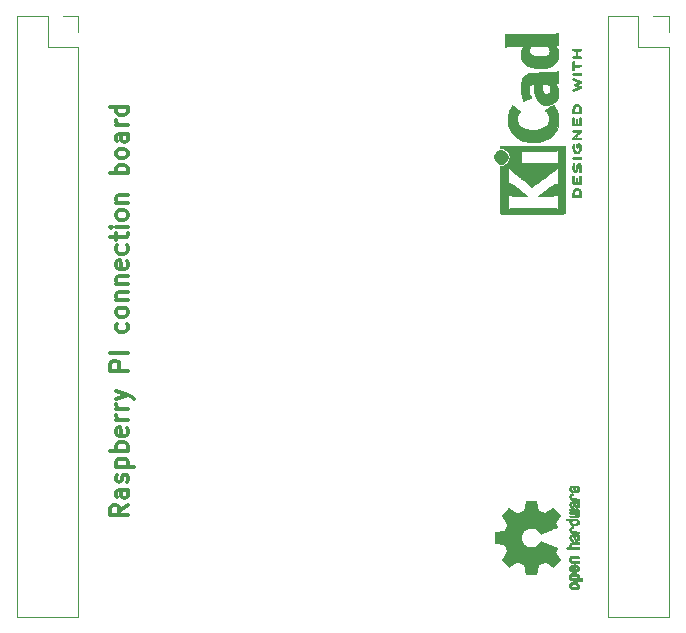
<source format=gto>
%TF.GenerationSoftware,KiCad,Pcbnew,8.0.2-8.0.2-0~ubuntu24.04.1*%
%TF.CreationDate,2024-05-08T14:33:34+02:00*%
%TF.ProjectId,astrobox_rpi_line,61737472-6f62-46f7-985f-7270695f6c69,rev?*%
%TF.SameCoordinates,Original*%
%TF.FileFunction,Legend,Top*%
%TF.FilePolarity,Positive*%
%FSLAX46Y46*%
G04 Gerber Fmt 4.6, Leading zero omitted, Abs format (unit mm)*
G04 Created by KiCad (PCBNEW 8.0.2-8.0.2-0~ubuntu24.04.1) date 2024-05-08 14:33:34*
%MOMM*%
%LPD*%
G01*
G04 APERTURE LIST*
%ADD10C,0.300000*%
%ADD11C,0.010000*%
%ADD12C,0.120000*%
G04 APERTURE END LIST*
D10*
X125505428Y-95082946D02*
X124791142Y-95582946D01*
X125505428Y-95940089D02*
X124005428Y-95940089D01*
X124005428Y-95940089D02*
X124005428Y-95368660D01*
X124005428Y-95368660D02*
X124076857Y-95225803D01*
X124076857Y-95225803D02*
X124148285Y-95154374D01*
X124148285Y-95154374D02*
X124291142Y-95082946D01*
X124291142Y-95082946D02*
X124505428Y-95082946D01*
X124505428Y-95082946D02*
X124648285Y-95154374D01*
X124648285Y-95154374D02*
X124719714Y-95225803D01*
X124719714Y-95225803D02*
X124791142Y-95368660D01*
X124791142Y-95368660D02*
X124791142Y-95940089D01*
X125505428Y-93797232D02*
X124719714Y-93797232D01*
X124719714Y-93797232D02*
X124576857Y-93868660D01*
X124576857Y-93868660D02*
X124505428Y-94011517D01*
X124505428Y-94011517D02*
X124505428Y-94297232D01*
X124505428Y-94297232D02*
X124576857Y-94440089D01*
X125434000Y-93797232D02*
X125505428Y-93940089D01*
X125505428Y-93940089D02*
X125505428Y-94297232D01*
X125505428Y-94297232D02*
X125434000Y-94440089D01*
X125434000Y-94440089D02*
X125291142Y-94511517D01*
X125291142Y-94511517D02*
X125148285Y-94511517D01*
X125148285Y-94511517D02*
X125005428Y-94440089D01*
X125005428Y-94440089D02*
X124934000Y-94297232D01*
X124934000Y-94297232D02*
X124934000Y-93940089D01*
X124934000Y-93940089D02*
X124862571Y-93797232D01*
X125434000Y-93154374D02*
X125505428Y-93011517D01*
X125505428Y-93011517D02*
X125505428Y-92725803D01*
X125505428Y-92725803D02*
X125434000Y-92582946D01*
X125434000Y-92582946D02*
X125291142Y-92511517D01*
X125291142Y-92511517D02*
X125219714Y-92511517D01*
X125219714Y-92511517D02*
X125076857Y-92582946D01*
X125076857Y-92582946D02*
X125005428Y-92725803D01*
X125005428Y-92725803D02*
X125005428Y-92940089D01*
X125005428Y-92940089D02*
X124934000Y-93082946D01*
X124934000Y-93082946D02*
X124791142Y-93154374D01*
X124791142Y-93154374D02*
X124719714Y-93154374D01*
X124719714Y-93154374D02*
X124576857Y-93082946D01*
X124576857Y-93082946D02*
X124505428Y-92940089D01*
X124505428Y-92940089D02*
X124505428Y-92725803D01*
X124505428Y-92725803D02*
X124576857Y-92582946D01*
X124505428Y-91868660D02*
X126005428Y-91868660D01*
X124576857Y-91868660D02*
X124505428Y-91725803D01*
X124505428Y-91725803D02*
X124505428Y-91440088D01*
X124505428Y-91440088D02*
X124576857Y-91297231D01*
X124576857Y-91297231D02*
X124648285Y-91225803D01*
X124648285Y-91225803D02*
X124791142Y-91154374D01*
X124791142Y-91154374D02*
X125219714Y-91154374D01*
X125219714Y-91154374D02*
X125362571Y-91225803D01*
X125362571Y-91225803D02*
X125434000Y-91297231D01*
X125434000Y-91297231D02*
X125505428Y-91440088D01*
X125505428Y-91440088D02*
X125505428Y-91725803D01*
X125505428Y-91725803D02*
X125434000Y-91868660D01*
X125505428Y-90511517D02*
X124005428Y-90511517D01*
X124576857Y-90511517D02*
X124505428Y-90368660D01*
X124505428Y-90368660D02*
X124505428Y-90082945D01*
X124505428Y-90082945D02*
X124576857Y-89940088D01*
X124576857Y-89940088D02*
X124648285Y-89868660D01*
X124648285Y-89868660D02*
X124791142Y-89797231D01*
X124791142Y-89797231D02*
X125219714Y-89797231D01*
X125219714Y-89797231D02*
X125362571Y-89868660D01*
X125362571Y-89868660D02*
X125434000Y-89940088D01*
X125434000Y-89940088D02*
X125505428Y-90082945D01*
X125505428Y-90082945D02*
X125505428Y-90368660D01*
X125505428Y-90368660D02*
X125434000Y-90511517D01*
X125434000Y-88582945D02*
X125505428Y-88725802D01*
X125505428Y-88725802D02*
X125505428Y-89011517D01*
X125505428Y-89011517D02*
X125434000Y-89154374D01*
X125434000Y-89154374D02*
X125291142Y-89225802D01*
X125291142Y-89225802D02*
X124719714Y-89225802D01*
X124719714Y-89225802D02*
X124576857Y-89154374D01*
X124576857Y-89154374D02*
X124505428Y-89011517D01*
X124505428Y-89011517D02*
X124505428Y-88725802D01*
X124505428Y-88725802D02*
X124576857Y-88582945D01*
X124576857Y-88582945D02*
X124719714Y-88511517D01*
X124719714Y-88511517D02*
X124862571Y-88511517D01*
X124862571Y-88511517D02*
X125005428Y-89225802D01*
X125505428Y-87868660D02*
X124505428Y-87868660D01*
X124791142Y-87868660D02*
X124648285Y-87797231D01*
X124648285Y-87797231D02*
X124576857Y-87725803D01*
X124576857Y-87725803D02*
X124505428Y-87582945D01*
X124505428Y-87582945D02*
X124505428Y-87440088D01*
X125505428Y-86940089D02*
X124505428Y-86940089D01*
X124791142Y-86940089D02*
X124648285Y-86868660D01*
X124648285Y-86868660D02*
X124576857Y-86797232D01*
X124576857Y-86797232D02*
X124505428Y-86654374D01*
X124505428Y-86654374D02*
X124505428Y-86511517D01*
X124505428Y-86154375D02*
X125505428Y-85797232D01*
X124505428Y-85440089D02*
X125505428Y-85797232D01*
X125505428Y-85797232D02*
X125862571Y-85940089D01*
X125862571Y-85940089D02*
X125934000Y-86011518D01*
X125934000Y-86011518D02*
X126005428Y-86154375D01*
X125505428Y-83725804D02*
X124005428Y-83725804D01*
X124005428Y-83725804D02*
X124005428Y-83154375D01*
X124005428Y-83154375D02*
X124076857Y-83011518D01*
X124076857Y-83011518D02*
X124148285Y-82940089D01*
X124148285Y-82940089D02*
X124291142Y-82868661D01*
X124291142Y-82868661D02*
X124505428Y-82868661D01*
X124505428Y-82868661D02*
X124648285Y-82940089D01*
X124648285Y-82940089D02*
X124719714Y-83011518D01*
X124719714Y-83011518D02*
X124791142Y-83154375D01*
X124791142Y-83154375D02*
X124791142Y-83725804D01*
X125505428Y-82225804D02*
X124005428Y-82225804D01*
X125434000Y-79725804D02*
X125505428Y-79868661D01*
X125505428Y-79868661D02*
X125505428Y-80154375D01*
X125505428Y-80154375D02*
X125434000Y-80297232D01*
X125434000Y-80297232D02*
X125362571Y-80368661D01*
X125362571Y-80368661D02*
X125219714Y-80440089D01*
X125219714Y-80440089D02*
X124791142Y-80440089D01*
X124791142Y-80440089D02*
X124648285Y-80368661D01*
X124648285Y-80368661D02*
X124576857Y-80297232D01*
X124576857Y-80297232D02*
X124505428Y-80154375D01*
X124505428Y-80154375D02*
X124505428Y-79868661D01*
X124505428Y-79868661D02*
X124576857Y-79725804D01*
X125505428Y-78868661D02*
X125434000Y-79011518D01*
X125434000Y-79011518D02*
X125362571Y-79082947D01*
X125362571Y-79082947D02*
X125219714Y-79154375D01*
X125219714Y-79154375D02*
X124791142Y-79154375D01*
X124791142Y-79154375D02*
X124648285Y-79082947D01*
X124648285Y-79082947D02*
X124576857Y-79011518D01*
X124576857Y-79011518D02*
X124505428Y-78868661D01*
X124505428Y-78868661D02*
X124505428Y-78654375D01*
X124505428Y-78654375D02*
X124576857Y-78511518D01*
X124576857Y-78511518D02*
X124648285Y-78440090D01*
X124648285Y-78440090D02*
X124791142Y-78368661D01*
X124791142Y-78368661D02*
X125219714Y-78368661D01*
X125219714Y-78368661D02*
X125362571Y-78440090D01*
X125362571Y-78440090D02*
X125434000Y-78511518D01*
X125434000Y-78511518D02*
X125505428Y-78654375D01*
X125505428Y-78654375D02*
X125505428Y-78868661D01*
X124505428Y-77725804D02*
X125505428Y-77725804D01*
X124648285Y-77725804D02*
X124576857Y-77654375D01*
X124576857Y-77654375D02*
X124505428Y-77511518D01*
X124505428Y-77511518D02*
X124505428Y-77297232D01*
X124505428Y-77297232D02*
X124576857Y-77154375D01*
X124576857Y-77154375D02*
X124719714Y-77082947D01*
X124719714Y-77082947D02*
X125505428Y-77082947D01*
X124505428Y-76368661D02*
X125505428Y-76368661D01*
X124648285Y-76368661D02*
X124576857Y-76297232D01*
X124576857Y-76297232D02*
X124505428Y-76154375D01*
X124505428Y-76154375D02*
X124505428Y-75940089D01*
X124505428Y-75940089D02*
X124576857Y-75797232D01*
X124576857Y-75797232D02*
X124719714Y-75725804D01*
X124719714Y-75725804D02*
X125505428Y-75725804D01*
X125434000Y-74440089D02*
X125505428Y-74582946D01*
X125505428Y-74582946D02*
X125505428Y-74868661D01*
X125505428Y-74868661D02*
X125434000Y-75011518D01*
X125434000Y-75011518D02*
X125291142Y-75082946D01*
X125291142Y-75082946D02*
X124719714Y-75082946D01*
X124719714Y-75082946D02*
X124576857Y-75011518D01*
X124576857Y-75011518D02*
X124505428Y-74868661D01*
X124505428Y-74868661D02*
X124505428Y-74582946D01*
X124505428Y-74582946D02*
X124576857Y-74440089D01*
X124576857Y-74440089D02*
X124719714Y-74368661D01*
X124719714Y-74368661D02*
X124862571Y-74368661D01*
X124862571Y-74368661D02*
X125005428Y-75082946D01*
X125434000Y-73082947D02*
X125505428Y-73225804D01*
X125505428Y-73225804D02*
X125505428Y-73511518D01*
X125505428Y-73511518D02*
X125434000Y-73654375D01*
X125434000Y-73654375D02*
X125362571Y-73725804D01*
X125362571Y-73725804D02*
X125219714Y-73797232D01*
X125219714Y-73797232D02*
X124791142Y-73797232D01*
X124791142Y-73797232D02*
X124648285Y-73725804D01*
X124648285Y-73725804D02*
X124576857Y-73654375D01*
X124576857Y-73654375D02*
X124505428Y-73511518D01*
X124505428Y-73511518D02*
X124505428Y-73225804D01*
X124505428Y-73225804D02*
X124576857Y-73082947D01*
X124505428Y-72654375D02*
X124505428Y-72082947D01*
X124005428Y-72440090D02*
X125291142Y-72440090D01*
X125291142Y-72440090D02*
X125434000Y-72368661D01*
X125434000Y-72368661D02*
X125505428Y-72225804D01*
X125505428Y-72225804D02*
X125505428Y-72082947D01*
X125505428Y-71582947D02*
X124505428Y-71582947D01*
X124005428Y-71582947D02*
X124076857Y-71654375D01*
X124076857Y-71654375D02*
X124148285Y-71582947D01*
X124148285Y-71582947D02*
X124076857Y-71511518D01*
X124076857Y-71511518D02*
X124005428Y-71582947D01*
X124005428Y-71582947D02*
X124148285Y-71582947D01*
X125505428Y-70654375D02*
X125434000Y-70797232D01*
X125434000Y-70797232D02*
X125362571Y-70868661D01*
X125362571Y-70868661D02*
X125219714Y-70940089D01*
X125219714Y-70940089D02*
X124791142Y-70940089D01*
X124791142Y-70940089D02*
X124648285Y-70868661D01*
X124648285Y-70868661D02*
X124576857Y-70797232D01*
X124576857Y-70797232D02*
X124505428Y-70654375D01*
X124505428Y-70654375D02*
X124505428Y-70440089D01*
X124505428Y-70440089D02*
X124576857Y-70297232D01*
X124576857Y-70297232D02*
X124648285Y-70225804D01*
X124648285Y-70225804D02*
X124791142Y-70154375D01*
X124791142Y-70154375D02*
X125219714Y-70154375D01*
X125219714Y-70154375D02*
X125362571Y-70225804D01*
X125362571Y-70225804D02*
X125434000Y-70297232D01*
X125434000Y-70297232D02*
X125505428Y-70440089D01*
X125505428Y-70440089D02*
X125505428Y-70654375D01*
X124505428Y-69511518D02*
X125505428Y-69511518D01*
X124648285Y-69511518D02*
X124576857Y-69440089D01*
X124576857Y-69440089D02*
X124505428Y-69297232D01*
X124505428Y-69297232D02*
X124505428Y-69082946D01*
X124505428Y-69082946D02*
X124576857Y-68940089D01*
X124576857Y-68940089D02*
X124719714Y-68868661D01*
X124719714Y-68868661D02*
X125505428Y-68868661D01*
X125505428Y-67011518D02*
X124005428Y-67011518D01*
X124576857Y-67011518D02*
X124505428Y-66868661D01*
X124505428Y-66868661D02*
X124505428Y-66582946D01*
X124505428Y-66582946D02*
X124576857Y-66440089D01*
X124576857Y-66440089D02*
X124648285Y-66368661D01*
X124648285Y-66368661D02*
X124791142Y-66297232D01*
X124791142Y-66297232D02*
X125219714Y-66297232D01*
X125219714Y-66297232D02*
X125362571Y-66368661D01*
X125362571Y-66368661D02*
X125434000Y-66440089D01*
X125434000Y-66440089D02*
X125505428Y-66582946D01*
X125505428Y-66582946D02*
X125505428Y-66868661D01*
X125505428Y-66868661D02*
X125434000Y-67011518D01*
X125505428Y-65440089D02*
X125434000Y-65582946D01*
X125434000Y-65582946D02*
X125362571Y-65654375D01*
X125362571Y-65654375D02*
X125219714Y-65725803D01*
X125219714Y-65725803D02*
X124791142Y-65725803D01*
X124791142Y-65725803D02*
X124648285Y-65654375D01*
X124648285Y-65654375D02*
X124576857Y-65582946D01*
X124576857Y-65582946D02*
X124505428Y-65440089D01*
X124505428Y-65440089D02*
X124505428Y-65225803D01*
X124505428Y-65225803D02*
X124576857Y-65082946D01*
X124576857Y-65082946D02*
X124648285Y-65011518D01*
X124648285Y-65011518D02*
X124791142Y-64940089D01*
X124791142Y-64940089D02*
X125219714Y-64940089D01*
X125219714Y-64940089D02*
X125362571Y-65011518D01*
X125362571Y-65011518D02*
X125434000Y-65082946D01*
X125434000Y-65082946D02*
X125505428Y-65225803D01*
X125505428Y-65225803D02*
X125505428Y-65440089D01*
X125505428Y-63654375D02*
X124719714Y-63654375D01*
X124719714Y-63654375D02*
X124576857Y-63725803D01*
X124576857Y-63725803D02*
X124505428Y-63868660D01*
X124505428Y-63868660D02*
X124505428Y-64154375D01*
X124505428Y-64154375D02*
X124576857Y-64297232D01*
X125434000Y-63654375D02*
X125505428Y-63797232D01*
X125505428Y-63797232D02*
X125505428Y-64154375D01*
X125505428Y-64154375D02*
X125434000Y-64297232D01*
X125434000Y-64297232D02*
X125291142Y-64368660D01*
X125291142Y-64368660D02*
X125148285Y-64368660D01*
X125148285Y-64368660D02*
X125005428Y-64297232D01*
X125005428Y-64297232D02*
X124934000Y-64154375D01*
X124934000Y-64154375D02*
X124934000Y-63797232D01*
X124934000Y-63797232D02*
X124862571Y-63654375D01*
X125505428Y-62940089D02*
X124505428Y-62940089D01*
X124791142Y-62940089D02*
X124648285Y-62868660D01*
X124648285Y-62868660D02*
X124576857Y-62797232D01*
X124576857Y-62797232D02*
X124505428Y-62654374D01*
X124505428Y-62654374D02*
X124505428Y-62511517D01*
X125505428Y-61368661D02*
X124005428Y-61368661D01*
X125434000Y-61368661D02*
X125505428Y-61511518D01*
X125505428Y-61511518D02*
X125505428Y-61797232D01*
X125505428Y-61797232D02*
X125434000Y-61940089D01*
X125434000Y-61940089D02*
X125362571Y-62011518D01*
X125362571Y-62011518D02*
X125219714Y-62082946D01*
X125219714Y-62082946D02*
X124791142Y-62082946D01*
X124791142Y-62082946D02*
X124648285Y-62011518D01*
X124648285Y-62011518D02*
X124576857Y-61940089D01*
X124576857Y-61940089D02*
X124505428Y-61797232D01*
X124505428Y-61797232D02*
X124505428Y-61511518D01*
X124505428Y-61511518D02*
X124576857Y-61368661D01*
D11*
X163606022Y-58512799D02*
X163680124Y-58513163D01*
X163736896Y-58513968D01*
X163778960Y-58515379D01*
X163808940Y-58517559D01*
X163829459Y-58520671D01*
X163843141Y-58524878D01*
X163852608Y-58530344D01*
X163857274Y-58534220D01*
X163877767Y-58565658D01*
X163876931Y-58601459D01*
X163859456Y-58632819D01*
X163837876Y-58659470D01*
X163190419Y-58659470D01*
X163168839Y-58632819D01*
X163153141Y-58607098D01*
X163147259Y-58586092D01*
X163154069Y-58563078D01*
X163168839Y-58539365D01*
X163190419Y-58512714D01*
X163511965Y-58512714D01*
X163606022Y-58512799D01*
G36*
X163606022Y-58512799D02*
G01*
X163680124Y-58513163D01*
X163736896Y-58513968D01*
X163778960Y-58515379D01*
X163808940Y-58517559D01*
X163829459Y-58520671D01*
X163843141Y-58524878D01*
X163852608Y-58530344D01*
X163857274Y-58534220D01*
X163877767Y-58565658D01*
X163876931Y-58601459D01*
X163859456Y-58632819D01*
X163837876Y-58659470D01*
X163190419Y-58659470D01*
X163168839Y-58632819D01*
X163153141Y-58607098D01*
X163147259Y-58586092D01*
X163154069Y-58563078D01*
X163168839Y-58539365D01*
X163190419Y-58512714D01*
X163511965Y-58512714D01*
X163606022Y-58512799D01*
G37*
X163607994Y-65653006D02*
X163681881Y-65653330D01*
X163738424Y-65654078D01*
X163780241Y-65655424D01*
X163809949Y-65657538D01*
X163830165Y-65660592D01*
X163843506Y-65664758D01*
X163852590Y-65670208D01*
X163858459Y-65675514D01*
X163878139Y-65708518D01*
X163876373Y-65743683D01*
X163854909Y-65775147D01*
X163846529Y-65782376D01*
X163836806Y-65788026D01*
X163823053Y-65792291D01*
X163802581Y-65795365D01*
X163772704Y-65797444D01*
X163730733Y-65798722D01*
X163673981Y-65799393D01*
X163599759Y-65799651D01*
X163515729Y-65799692D01*
X163202677Y-65799692D01*
X163174968Y-65771983D01*
X163151655Y-65737829D01*
X163150815Y-65704698D01*
X163169837Y-65675514D01*
X163177410Y-65668934D01*
X163187179Y-65663771D01*
X163201763Y-65659856D01*
X163223777Y-65657016D01*
X163255840Y-65655079D01*
X163300567Y-65653875D01*
X163360577Y-65653231D01*
X163438486Y-65652976D01*
X163514148Y-65652937D01*
X163607994Y-65653006D01*
G36*
X163607994Y-65653006D02*
G01*
X163681881Y-65653330D01*
X163738424Y-65654078D01*
X163780241Y-65655424D01*
X163809949Y-65657538D01*
X163830165Y-65660592D01*
X163843506Y-65664758D01*
X163852590Y-65670208D01*
X163858459Y-65675514D01*
X163878139Y-65708518D01*
X163876373Y-65743683D01*
X163854909Y-65775147D01*
X163846529Y-65782376D01*
X163836806Y-65788026D01*
X163823053Y-65792291D01*
X163802581Y-65795365D01*
X163772704Y-65797444D01*
X163730733Y-65798722D01*
X163673981Y-65799393D01*
X163599759Y-65799651D01*
X163515729Y-65799692D01*
X163202677Y-65799692D01*
X163174968Y-65771983D01*
X163151655Y-65737829D01*
X163150815Y-65704698D01*
X163169837Y-65675514D01*
X163177410Y-65668934D01*
X163187179Y-65663771D01*
X163201763Y-65659856D01*
X163223777Y-65657016D01*
X163255840Y-65655079D01*
X163300567Y-65653875D01*
X163360577Y-65653231D01*
X163438486Y-65652976D01*
X163514148Y-65652937D01*
X163607994Y-65653006D01*
G37*
X157162471Y-65059614D02*
X157254714Y-65076369D01*
X157367432Y-65122163D01*
X157465207Y-65188568D01*
X157546115Y-65272209D01*
X157608232Y-65369712D01*
X157649634Y-65477700D01*
X157668397Y-65592799D01*
X157662598Y-65711634D01*
X157650206Y-65770211D01*
X157605797Y-65884372D01*
X157538033Y-65985765D01*
X157449001Y-66071945D01*
X157340791Y-66140466D01*
X157328973Y-66146264D01*
X157284628Y-66166304D01*
X157247280Y-66178887D01*
X157207880Y-66185719D01*
X157157381Y-66188505D01*
X157102433Y-66188968D01*
X157036415Y-66188203D01*
X156988689Y-66184752D01*
X156950103Y-66176877D01*
X156911506Y-66162843D01*
X156873426Y-66145520D01*
X156765328Y-66080905D01*
X156677803Y-66001334D01*
X156610841Y-65909960D01*
X156564436Y-65809936D01*
X156538581Y-65704412D01*
X156533268Y-65596542D01*
X156548490Y-65489479D01*
X156584238Y-65386373D01*
X156640507Y-65290378D01*
X156717288Y-65204647D01*
X156814573Y-65132330D01*
X156875892Y-65099845D01*
X156961660Y-65071732D01*
X157060677Y-65058105D01*
X157162471Y-65059614D01*
G36*
X157162471Y-65059614D02*
G01*
X157254714Y-65076369D01*
X157367432Y-65122163D01*
X157465207Y-65188568D01*
X157546115Y-65272209D01*
X157608232Y-65369712D01*
X157649634Y-65477700D01*
X157668397Y-65592799D01*
X157662598Y-65711634D01*
X157650206Y-65770211D01*
X157605797Y-65884372D01*
X157538033Y-65985765D01*
X157449001Y-66071945D01*
X157340791Y-66140466D01*
X157328973Y-66146264D01*
X157284628Y-66166304D01*
X157247280Y-66178887D01*
X157207880Y-66185719D01*
X157157381Y-66188505D01*
X157102433Y-66188968D01*
X157036415Y-66188203D01*
X156988689Y-66184752D01*
X156950103Y-66176877D01*
X156911506Y-66162843D01*
X156873426Y-66145520D01*
X156765328Y-66080905D01*
X156677803Y-66001334D01*
X156610841Y-65909960D01*
X156564436Y-65809936D01*
X156538581Y-65704412D01*
X156533268Y-65596542D01*
X156548490Y-65489479D01*
X156584238Y-65386373D01*
X156640507Y-65290378D01*
X156717288Y-65204647D01*
X156814573Y-65132330D01*
X156875892Y-65099845D01*
X156961660Y-65071732D01*
X157060677Y-65058105D01*
X157162471Y-65059614D01*
G37*
X163264018Y-57502981D02*
X163276281Y-57513344D01*
X163284642Y-57524496D01*
X163289849Y-57540657D01*
X163292649Y-57566050D01*
X163293788Y-57604894D01*
X163294013Y-57661412D01*
X163294014Y-57672512D01*
X163294014Y-57818448D01*
X163564948Y-57818448D01*
X163650346Y-57818544D01*
X163716056Y-57818981D01*
X163764966Y-57819980D01*
X163799965Y-57821764D01*
X163823941Y-57824555D01*
X163839785Y-57828575D01*
X163850383Y-57834047D01*
X163858459Y-57841026D01*
X163878304Y-57873958D01*
X163876740Y-57908338D01*
X163854098Y-57939516D01*
X163851292Y-57941806D01*
X163840684Y-57949263D01*
X163828273Y-57954945D01*
X163811042Y-57959091D01*
X163785976Y-57961942D01*
X163750059Y-57963738D01*
X163700275Y-57964720D01*
X163633609Y-57965128D01*
X163557781Y-57965203D01*
X163294014Y-57965203D01*
X163294014Y-58104565D01*
X163293610Y-58164370D01*
X163292032Y-58205774D01*
X163288739Y-58232944D01*
X163283184Y-58250046D01*
X163274823Y-58261249D01*
X163273370Y-58262609D01*
X163240131Y-58278967D01*
X163202554Y-58277520D01*
X163169837Y-58258714D01*
X163163490Y-58251442D01*
X163158458Y-58242065D01*
X163154588Y-58228083D01*
X163151729Y-58206996D01*
X163149727Y-58176303D01*
X163148431Y-58133503D01*
X163147690Y-58076097D01*
X163147350Y-58001582D01*
X163147260Y-57907459D01*
X163147259Y-57887432D01*
X163147355Y-57788627D01*
X163147734Y-57709920D01*
X163148525Y-57648829D01*
X163149862Y-57602875D01*
X163151875Y-57569578D01*
X163154698Y-57546456D01*
X163158461Y-57531030D01*
X163163297Y-57520821D01*
X163167014Y-57515879D01*
X163199550Y-57490235D01*
X163233330Y-57487133D01*
X163264018Y-57502981D01*
G36*
X163264018Y-57502981D02*
G01*
X163276281Y-57513344D01*
X163284642Y-57524496D01*
X163289849Y-57540657D01*
X163292649Y-57566050D01*
X163293788Y-57604894D01*
X163294013Y-57661412D01*
X163294014Y-57672512D01*
X163294014Y-57818448D01*
X163564948Y-57818448D01*
X163650346Y-57818544D01*
X163716056Y-57818981D01*
X163764966Y-57819980D01*
X163799965Y-57821764D01*
X163823941Y-57824555D01*
X163839785Y-57828575D01*
X163850383Y-57834047D01*
X163858459Y-57841026D01*
X163878304Y-57873958D01*
X163876740Y-57908338D01*
X163854098Y-57939516D01*
X163851292Y-57941806D01*
X163840684Y-57949263D01*
X163828273Y-57954945D01*
X163811042Y-57959091D01*
X163785976Y-57961942D01*
X163750059Y-57963738D01*
X163700275Y-57964720D01*
X163633609Y-57965128D01*
X163557781Y-57965203D01*
X163294014Y-57965203D01*
X163294014Y-58104565D01*
X163293610Y-58164370D01*
X163292032Y-58205774D01*
X163288739Y-58232944D01*
X163283184Y-58250046D01*
X163274823Y-58261249D01*
X163273370Y-58262609D01*
X163240131Y-58278967D01*
X163202554Y-58277520D01*
X163169837Y-58258714D01*
X163163490Y-58251442D01*
X163158458Y-58242065D01*
X163154588Y-58228083D01*
X163151729Y-58206996D01*
X163149727Y-58176303D01*
X163148431Y-58133503D01*
X163147690Y-58076097D01*
X163147350Y-58001582D01*
X163147260Y-57907459D01*
X163147259Y-57887432D01*
X163147355Y-57788627D01*
X163147734Y-57709920D01*
X163148525Y-57648829D01*
X163149862Y-57602875D01*
X163151875Y-57569578D01*
X163154698Y-57546456D01*
X163158461Y-57531030D01*
X163163297Y-57520821D01*
X163167014Y-57515879D01*
X163199550Y-57490235D01*
X163233330Y-57487133D01*
X163264018Y-57502981D01*
G37*
X163603991Y-56463854D02*
X163676032Y-56464197D01*
X163730972Y-56465000D01*
X163771552Y-56466451D01*
X163800509Y-56468740D01*
X163820583Y-56472056D01*
X163834513Y-56476587D01*
X163845037Y-56482523D01*
X163851292Y-56487178D01*
X163875865Y-56517909D01*
X163878533Y-56553196D01*
X163863463Y-56585447D01*
X163854566Y-56596104D01*
X163842749Y-56603228D01*
X163823718Y-56607525D01*
X163793184Y-56609701D01*
X163746854Y-56610464D01*
X163711063Y-56610537D01*
X163576237Y-56610537D01*
X163576237Y-57107248D01*
X163698892Y-57107248D01*
X163754979Y-57107761D01*
X163793525Y-57109816D01*
X163819553Y-57114184D01*
X163838089Y-57121636D01*
X163851292Y-57130645D01*
X163875796Y-57161548D01*
X163878698Y-57196496D01*
X163861281Y-57229954D01*
X163852151Y-57239088D01*
X163840047Y-57245540D01*
X163821193Y-57249795D01*
X163791812Y-57252340D01*
X163748129Y-57253663D01*
X163686367Y-57254249D01*
X163672192Y-57254317D01*
X163555823Y-57254801D01*
X163459919Y-57255051D01*
X163382369Y-57254969D01*
X163321061Y-57254461D01*
X163273882Y-57253430D01*
X163238722Y-57251779D01*
X163213468Y-57249413D01*
X163196009Y-57246235D01*
X163184233Y-57242148D01*
X163176027Y-57237058D01*
X163169837Y-57231426D01*
X163150036Y-57199564D01*
X163152725Y-57166335D01*
X163174968Y-57134957D01*
X163189318Y-57122259D01*
X163205170Y-57114166D01*
X163227746Y-57109650D01*
X163262270Y-57107686D01*
X163313968Y-57107248D01*
X163429481Y-57107248D01*
X163429481Y-56610537D01*
X163310948Y-56610537D01*
X163256340Y-56610030D01*
X163219467Y-56607994D01*
X163195499Y-56603657D01*
X163179607Y-56596245D01*
X163169837Y-56587959D01*
X163150036Y-56556098D01*
X163152725Y-56522869D01*
X163174968Y-56491490D01*
X163202677Y-56463781D01*
X163512112Y-56463781D01*
X163603991Y-56463854D01*
G36*
X163603991Y-56463854D02*
G01*
X163676032Y-56464197D01*
X163730972Y-56465000D01*
X163771552Y-56466451D01*
X163800509Y-56468740D01*
X163820583Y-56472056D01*
X163834513Y-56476587D01*
X163845037Y-56482523D01*
X163851292Y-56487178D01*
X163875865Y-56517909D01*
X163878533Y-56553196D01*
X163863463Y-56585447D01*
X163854566Y-56596104D01*
X163842749Y-56603228D01*
X163823718Y-56607525D01*
X163793184Y-56609701D01*
X163746854Y-56610464D01*
X163711063Y-56610537D01*
X163576237Y-56610537D01*
X163576237Y-57107248D01*
X163698892Y-57107248D01*
X163754979Y-57107761D01*
X163793525Y-57109816D01*
X163819553Y-57114184D01*
X163838089Y-57121636D01*
X163851292Y-57130645D01*
X163875796Y-57161548D01*
X163878698Y-57196496D01*
X163861281Y-57229954D01*
X163852151Y-57239088D01*
X163840047Y-57245540D01*
X163821193Y-57249795D01*
X163791812Y-57252340D01*
X163748129Y-57253663D01*
X163686367Y-57254249D01*
X163672192Y-57254317D01*
X163555823Y-57254801D01*
X163459919Y-57255051D01*
X163382369Y-57254969D01*
X163321061Y-57254461D01*
X163273882Y-57253430D01*
X163238722Y-57251779D01*
X163213468Y-57249413D01*
X163196009Y-57246235D01*
X163184233Y-57242148D01*
X163176027Y-57237058D01*
X163169837Y-57231426D01*
X163150036Y-57199564D01*
X163152725Y-57166335D01*
X163174968Y-57134957D01*
X163189318Y-57122259D01*
X163205170Y-57114166D01*
X163227746Y-57109650D01*
X163262270Y-57107686D01*
X163313968Y-57107248D01*
X163429481Y-57107248D01*
X163429481Y-56610537D01*
X163310948Y-56610537D01*
X163256340Y-56610030D01*
X163219467Y-56607994D01*
X163195499Y-56603657D01*
X163179607Y-56596245D01*
X163169837Y-56587959D01*
X163150036Y-56556098D01*
X163152725Y-56522869D01*
X163174968Y-56491490D01*
X163202677Y-56463781D01*
X163512112Y-56463781D01*
X163603991Y-56463854D01*
G37*
X163566079Y-61145461D02*
X163629265Y-61168038D01*
X163638881Y-61172320D01*
X163695158Y-61201520D01*
X163738643Y-61234336D01*
X163775609Y-61276690D01*
X163812327Y-61334502D01*
X163814244Y-61337861D01*
X163838419Y-61388188D01*
X163856474Y-61445071D01*
X163869031Y-61512165D01*
X163876714Y-61593127D01*
X163880145Y-61691610D01*
X163880443Y-61726406D01*
X163881037Y-61892098D01*
X163851292Y-61915495D01*
X163841511Y-61922435D01*
X163830089Y-61927850D01*
X163814287Y-61931927D01*
X163791367Y-61934855D01*
X163758588Y-61936825D01*
X163734281Y-61937467D01*
X163713213Y-61938024D01*
X163652503Y-61938642D01*
X163573718Y-61938867D01*
X163512112Y-61938892D01*
X163202677Y-61938892D01*
X163174968Y-61911183D01*
X163163736Y-61898886D01*
X163156045Y-61885589D01*
X163151232Y-61867020D01*
X163148638Y-61838906D01*
X163147602Y-61796975D01*
X163147564Y-61780848D01*
X163294014Y-61780848D01*
X163734281Y-61780848D01*
X163734281Y-61686966D01*
X163732675Y-61632028D01*
X163728447Y-61575632D01*
X163722484Y-61529347D01*
X163721982Y-61526553D01*
X163699928Y-61444344D01*
X163666792Y-61380578D01*
X163621039Y-61333240D01*
X163561131Y-61300310D01*
X163545253Y-61294584D01*
X163520525Y-61288971D01*
X163496094Y-61291401D01*
X163463592Y-61303225D01*
X163447626Y-61310352D01*
X163405198Y-61333692D01*
X163375432Y-61361812D01*
X163354703Y-61392752D01*
X163327729Y-61454726D01*
X163308190Y-61534041D01*
X163296938Y-61626439D01*
X163294462Y-61693359D01*
X163294014Y-61780848D01*
X163147564Y-61780848D01*
X163147462Y-61736955D01*
X163147467Y-61733383D01*
X163151828Y-61604404D01*
X163165053Y-61494701D01*
X163187933Y-61402466D01*
X163221262Y-61325890D01*
X163265830Y-61263165D01*
X163322428Y-61212480D01*
X163391850Y-61172029D01*
X163393543Y-61171233D01*
X163455675Y-61147091D01*
X163510701Y-61138489D01*
X163566079Y-61145461D01*
G36*
X163566079Y-61145461D02*
G01*
X163629265Y-61168038D01*
X163638881Y-61172320D01*
X163695158Y-61201520D01*
X163738643Y-61234336D01*
X163775609Y-61276690D01*
X163812327Y-61334502D01*
X163814244Y-61337861D01*
X163838419Y-61388188D01*
X163856474Y-61445071D01*
X163869031Y-61512165D01*
X163876714Y-61593127D01*
X163880145Y-61691610D01*
X163880443Y-61726406D01*
X163881037Y-61892098D01*
X163851292Y-61915495D01*
X163841511Y-61922435D01*
X163830089Y-61927850D01*
X163814287Y-61931927D01*
X163791367Y-61934855D01*
X163758588Y-61936825D01*
X163734281Y-61937467D01*
X163713213Y-61938024D01*
X163652503Y-61938642D01*
X163573718Y-61938867D01*
X163512112Y-61938892D01*
X163202677Y-61938892D01*
X163174968Y-61911183D01*
X163163736Y-61898886D01*
X163156045Y-61885589D01*
X163151232Y-61867020D01*
X163148638Y-61838906D01*
X163147602Y-61796975D01*
X163147564Y-61780848D01*
X163294014Y-61780848D01*
X163734281Y-61780848D01*
X163734281Y-61686966D01*
X163732675Y-61632028D01*
X163728447Y-61575632D01*
X163722484Y-61529347D01*
X163721982Y-61526553D01*
X163699928Y-61444344D01*
X163666792Y-61380578D01*
X163621039Y-61333240D01*
X163561131Y-61300310D01*
X163545253Y-61294584D01*
X163520525Y-61288971D01*
X163496094Y-61291401D01*
X163463592Y-61303225D01*
X163447626Y-61310352D01*
X163405198Y-61333692D01*
X163375432Y-61361812D01*
X163354703Y-61392752D01*
X163327729Y-61454726D01*
X163308190Y-61534041D01*
X163296938Y-61626439D01*
X163294462Y-61693359D01*
X163294014Y-61780848D01*
X163147564Y-61780848D01*
X163147462Y-61736955D01*
X163147467Y-61733383D01*
X163151828Y-61604404D01*
X163165053Y-61494701D01*
X163187933Y-61402466D01*
X163221262Y-61325890D01*
X163265830Y-61263165D01*
X163322428Y-61212480D01*
X163391850Y-61172029D01*
X163393543Y-61171233D01*
X163455675Y-61147091D01*
X163510701Y-61138489D01*
X163566079Y-61145461D01*
G37*
X163572961Y-68246109D02*
X163637205Y-68267591D01*
X163698013Y-68298691D01*
X163746522Y-68335558D01*
X163752374Y-68341546D01*
X163793513Y-68392271D01*
X163825627Y-68447817D01*
X163849557Y-68511388D01*
X163866145Y-68586186D01*
X163876233Y-68675414D01*
X163880661Y-68782274D01*
X163881037Y-68831220D01*
X163880737Y-68893454D01*
X163879484Y-68937220D01*
X163876746Y-68966623D01*
X163871993Y-68985771D01*
X163864693Y-68998769D01*
X163858459Y-69005737D01*
X163850886Y-69012318D01*
X163841116Y-69017480D01*
X163826532Y-69021395D01*
X163804518Y-69024235D01*
X163772456Y-69026172D01*
X163727728Y-69027376D01*
X163667718Y-69028020D01*
X163589809Y-69028275D01*
X163514148Y-69028314D01*
X163413233Y-69028562D01*
X163332619Y-69028509D01*
X163294014Y-69027549D01*
X163270043Y-69026952D01*
X163223247Y-69022690D01*
X163189970Y-69014522D01*
X163167951Y-69001248D01*
X163154931Y-68981666D01*
X163148649Y-68954575D01*
X163146845Y-68918774D01*
X163147258Y-68873063D01*
X163147659Y-68833581D01*
X163148340Y-68805359D01*
X163294000Y-68805359D01*
X163294014Y-68881559D01*
X163734281Y-68881559D01*
X163734196Y-68788426D01*
X163732588Y-68732385D01*
X163728448Y-68673691D01*
X163722656Y-68624720D01*
X163722418Y-68623230D01*
X163703282Y-68544084D01*
X163673479Y-68482694D01*
X163631070Y-68435997D01*
X163585153Y-68406327D01*
X163534218Y-68388045D01*
X163486392Y-68389463D01*
X163435125Y-68410680D01*
X163382091Y-68452181D01*
X163342792Y-68509690D01*
X163316523Y-68584442D01*
X163307227Y-68634400D01*
X163300699Y-68691108D01*
X163295974Y-68751211D01*
X163294009Y-68802331D01*
X163294000Y-68805359D01*
X163148340Y-68805359D01*
X163150451Y-68717892D01*
X163158742Y-68621003D01*
X163173424Y-68539611D01*
X163195385Y-68470415D01*
X163225514Y-68410112D01*
X163264702Y-68355400D01*
X163281724Y-68335859D01*
X163321555Y-68303442D01*
X163375605Y-68274212D01*
X163435515Y-68251683D01*
X163492931Y-68239371D01*
X163514148Y-68238092D01*
X163572961Y-68246109D01*
G36*
X163572961Y-68246109D02*
G01*
X163637205Y-68267591D01*
X163698013Y-68298691D01*
X163746522Y-68335558D01*
X163752374Y-68341546D01*
X163793513Y-68392271D01*
X163825627Y-68447817D01*
X163849557Y-68511388D01*
X163866145Y-68586186D01*
X163876233Y-68675414D01*
X163880661Y-68782274D01*
X163881037Y-68831220D01*
X163880737Y-68893454D01*
X163879484Y-68937220D01*
X163876746Y-68966623D01*
X163871993Y-68985771D01*
X163864693Y-68998769D01*
X163858459Y-69005737D01*
X163850886Y-69012318D01*
X163841116Y-69017480D01*
X163826532Y-69021395D01*
X163804518Y-69024235D01*
X163772456Y-69026172D01*
X163727728Y-69027376D01*
X163667718Y-69028020D01*
X163589809Y-69028275D01*
X163514148Y-69028314D01*
X163413233Y-69028562D01*
X163332619Y-69028509D01*
X163294014Y-69027549D01*
X163270043Y-69026952D01*
X163223247Y-69022690D01*
X163189970Y-69014522D01*
X163167951Y-69001248D01*
X163154931Y-68981666D01*
X163148649Y-68954575D01*
X163146845Y-68918774D01*
X163147258Y-68873063D01*
X163147659Y-68833581D01*
X163148340Y-68805359D01*
X163294000Y-68805359D01*
X163294014Y-68881559D01*
X163734281Y-68881559D01*
X163734196Y-68788426D01*
X163732588Y-68732385D01*
X163728448Y-68673691D01*
X163722656Y-68624720D01*
X163722418Y-68623230D01*
X163703282Y-68544084D01*
X163673479Y-68482694D01*
X163631070Y-68435997D01*
X163585153Y-68406327D01*
X163534218Y-68388045D01*
X163486392Y-68389463D01*
X163435125Y-68410680D01*
X163382091Y-68452181D01*
X163342792Y-68509690D01*
X163316523Y-68584442D01*
X163307227Y-68634400D01*
X163300699Y-68691108D01*
X163295974Y-68751211D01*
X163294009Y-68802331D01*
X163294000Y-68805359D01*
X163148340Y-68805359D01*
X163150451Y-68717892D01*
X163158742Y-68621003D01*
X163173424Y-68539611D01*
X163195385Y-68470415D01*
X163225514Y-68410112D01*
X163264702Y-68355400D01*
X163281724Y-68335859D01*
X163321555Y-68303442D01*
X163375605Y-68274212D01*
X163435515Y-68251683D01*
X163492931Y-68239371D01*
X163514148Y-68238092D01*
X163572961Y-68246109D01*
G37*
X163726353Y-63339805D02*
X163767534Y-63340724D01*
X163796995Y-63342579D01*
X163817447Y-63345531D01*
X163831605Y-63349742D01*
X163842183Y-63355374D01*
X163850666Y-63361619D01*
X163866399Y-63375131D01*
X163876828Y-63388575D01*
X163880831Y-63403816D01*
X163877286Y-63422718D01*
X163865071Y-63447147D01*
X163843063Y-63478965D01*
X163810141Y-63520040D01*
X163765183Y-63572234D01*
X163707067Y-63637414D01*
X163640291Y-63711248D01*
X163399650Y-63976537D01*
X163618781Y-63982181D01*
X163694320Y-63984223D01*
X163750546Y-63986194D01*
X163790716Y-63988531D01*
X163818088Y-63991673D01*
X163835920Y-63996056D01*
X163847471Y-64002116D01*
X163855999Y-64010292D01*
X163859474Y-64014476D01*
X163878564Y-64051457D01*
X163875685Y-64086400D01*
X163851292Y-64116828D01*
X163841478Y-64123789D01*
X163830018Y-64129215D01*
X163814160Y-64133295D01*
X163791155Y-64136221D01*
X163758254Y-64138184D01*
X163712708Y-64139375D01*
X163651765Y-64139984D01*
X163572678Y-64140203D01*
X163514148Y-64140226D01*
X163422599Y-64140152D01*
X163350879Y-64139805D01*
X163296237Y-64138993D01*
X163255924Y-64137525D01*
X163227190Y-64135211D01*
X163207285Y-64131859D01*
X163193460Y-64127280D01*
X163182964Y-64121281D01*
X163177003Y-64116828D01*
X163162883Y-64105542D01*
X163152221Y-64094993D01*
X163146084Y-64083585D01*
X163145535Y-64069722D01*
X163151640Y-64051806D01*
X163165465Y-64028240D01*
X163188073Y-63997427D01*
X163220530Y-63957770D01*
X163263900Y-63907672D01*
X163319250Y-63845535D01*
X163387643Y-63769764D01*
X163466276Y-63683026D01*
X163630070Y-63502403D01*
X163410221Y-63496759D01*
X163334543Y-63494721D01*
X163278186Y-63492755D01*
X163237898Y-63490426D01*
X163210427Y-63487298D01*
X163192521Y-63482937D01*
X163180929Y-63476908D01*
X163172400Y-63468776D01*
X163168815Y-63464464D01*
X163149862Y-63429933D01*
X163152633Y-63397075D01*
X163168825Y-63371010D01*
X163190391Y-63344359D01*
X163505343Y-63341044D01*
X163597971Y-63340127D01*
X163670736Y-63339660D01*
X163726353Y-63339805D01*
G36*
X163726353Y-63339805D02*
G01*
X163767534Y-63340724D01*
X163796995Y-63342579D01*
X163817447Y-63345531D01*
X163831605Y-63349742D01*
X163842183Y-63355374D01*
X163850666Y-63361619D01*
X163866399Y-63375131D01*
X163876828Y-63388575D01*
X163880831Y-63403816D01*
X163877286Y-63422718D01*
X163865071Y-63447147D01*
X163843063Y-63478965D01*
X163810141Y-63520040D01*
X163765183Y-63572234D01*
X163707067Y-63637414D01*
X163640291Y-63711248D01*
X163399650Y-63976537D01*
X163618781Y-63982181D01*
X163694320Y-63984223D01*
X163750546Y-63986194D01*
X163790716Y-63988531D01*
X163818088Y-63991673D01*
X163835920Y-63996056D01*
X163847471Y-64002116D01*
X163855999Y-64010292D01*
X163859474Y-64014476D01*
X163878564Y-64051457D01*
X163875685Y-64086400D01*
X163851292Y-64116828D01*
X163841478Y-64123789D01*
X163830018Y-64129215D01*
X163814160Y-64133295D01*
X163791155Y-64136221D01*
X163758254Y-64138184D01*
X163712708Y-64139375D01*
X163651765Y-64139984D01*
X163572678Y-64140203D01*
X163514148Y-64140226D01*
X163422599Y-64140152D01*
X163350879Y-64139805D01*
X163296237Y-64138993D01*
X163255924Y-64137525D01*
X163227190Y-64135211D01*
X163207285Y-64131859D01*
X163193460Y-64127280D01*
X163182964Y-64121281D01*
X163177003Y-64116828D01*
X163162883Y-64105542D01*
X163152221Y-64094993D01*
X163146084Y-64083585D01*
X163145535Y-64069722D01*
X163151640Y-64051806D01*
X163165465Y-64028240D01*
X163188073Y-63997427D01*
X163220530Y-63957770D01*
X163263900Y-63907672D01*
X163319250Y-63845535D01*
X163387643Y-63769764D01*
X163466276Y-63683026D01*
X163630070Y-63502403D01*
X163410221Y-63496759D01*
X163334543Y-63494721D01*
X163278186Y-63492755D01*
X163237898Y-63490426D01*
X163210427Y-63487298D01*
X163192521Y-63482937D01*
X163180929Y-63476908D01*
X163172400Y-63468776D01*
X163168815Y-63464464D01*
X163149862Y-63429933D01*
X163152633Y-63397075D01*
X163168825Y-63371010D01*
X163190391Y-63344359D01*
X163505343Y-63341044D01*
X163597971Y-63340127D01*
X163670736Y-63339660D01*
X163726353Y-63339805D01*
G37*
X163717727Y-64480301D02*
X163764978Y-64484540D01*
X163790204Y-64491628D01*
X163792180Y-64493003D01*
X163823700Y-64531920D01*
X163848662Y-64588978D01*
X163866532Y-64660561D01*
X163876778Y-64743050D01*
X163878865Y-64832831D01*
X163872260Y-64926284D01*
X163864148Y-64981248D01*
X163839746Y-65067458D01*
X163799854Y-65147584D01*
X163748079Y-65214669D01*
X163737731Y-65224865D01*
X163694227Y-65257994D01*
X163640310Y-65287886D01*
X163583784Y-65311049D01*
X163532451Y-65323990D01*
X163512736Y-65325550D01*
X163471611Y-65318910D01*
X163420444Y-65301260D01*
X163366586Y-65275989D01*
X163317387Y-65246481D01*
X163284526Y-65220411D01*
X163235644Y-65159457D01*
X163196737Y-65080661D01*
X163168686Y-64986849D01*
X163152371Y-64880842D01*
X163148384Y-64783692D01*
X163152791Y-64701773D01*
X163164287Y-64633257D01*
X163182159Y-64580635D01*
X163205691Y-64546400D01*
X163219116Y-64537071D01*
X163250340Y-64527585D01*
X163278587Y-64533969D01*
X163305374Y-64554122D01*
X163317905Y-64585437D01*
X163316888Y-64630875D01*
X163310098Y-64666018D01*
X163297163Y-64744111D01*
X163295934Y-64823918D01*
X163306433Y-64913247D01*
X163310882Y-64937921D01*
X163334300Y-65020983D01*
X163369137Y-65085965D01*
X163414796Y-65132153D01*
X163470686Y-65158837D01*
X163499580Y-65164355D01*
X163558204Y-65160743D01*
X163610071Y-65137421D01*
X163654170Y-65096516D01*
X163689491Y-65040151D01*
X163715021Y-64970452D01*
X163729751Y-64889544D01*
X163732670Y-64799552D01*
X163722767Y-64702602D01*
X163721833Y-64697128D01*
X163714651Y-64658567D01*
X163707713Y-64637186D01*
X163697419Y-64627919D01*
X163680168Y-64625698D01*
X163671033Y-64625648D01*
X163632681Y-64625648D01*
X163632681Y-64694123D01*
X163628539Y-64754592D01*
X163615339Y-64795857D01*
X163591922Y-64819867D01*
X163557128Y-64828569D01*
X163552586Y-64828675D01*
X163522846Y-64823584D01*
X163501611Y-64806125D01*
X163487558Y-64773631D01*
X163479365Y-64723435D01*
X163476353Y-64674815D01*
X163474625Y-64604148D01*
X163477262Y-64552890D01*
X163486992Y-64517931D01*
X163506545Y-64496162D01*
X163538648Y-64484472D01*
X163586030Y-64479752D01*
X163648263Y-64478892D01*
X163717727Y-64480301D01*
G36*
X163717727Y-64480301D02*
G01*
X163764978Y-64484540D01*
X163790204Y-64491628D01*
X163792180Y-64493003D01*
X163823700Y-64531920D01*
X163848662Y-64588978D01*
X163866532Y-64660561D01*
X163876778Y-64743050D01*
X163878865Y-64832831D01*
X163872260Y-64926284D01*
X163864148Y-64981248D01*
X163839746Y-65067458D01*
X163799854Y-65147584D01*
X163748079Y-65214669D01*
X163737731Y-65224865D01*
X163694227Y-65257994D01*
X163640310Y-65287886D01*
X163583784Y-65311049D01*
X163532451Y-65323990D01*
X163512736Y-65325550D01*
X163471611Y-65318910D01*
X163420444Y-65301260D01*
X163366586Y-65275989D01*
X163317387Y-65246481D01*
X163284526Y-65220411D01*
X163235644Y-65159457D01*
X163196737Y-65080661D01*
X163168686Y-64986849D01*
X163152371Y-64880842D01*
X163148384Y-64783692D01*
X163152791Y-64701773D01*
X163164287Y-64633257D01*
X163182159Y-64580635D01*
X163205691Y-64546400D01*
X163219116Y-64537071D01*
X163250340Y-64527585D01*
X163278587Y-64533969D01*
X163305374Y-64554122D01*
X163317905Y-64585437D01*
X163316888Y-64630875D01*
X163310098Y-64666018D01*
X163297163Y-64744111D01*
X163295934Y-64823918D01*
X163306433Y-64913247D01*
X163310882Y-64937921D01*
X163334300Y-65020983D01*
X163369137Y-65085965D01*
X163414796Y-65132153D01*
X163470686Y-65158837D01*
X163499580Y-65164355D01*
X163558204Y-65160743D01*
X163610071Y-65137421D01*
X163654170Y-65096516D01*
X163689491Y-65040151D01*
X163715021Y-64970452D01*
X163729751Y-64889544D01*
X163732670Y-64799552D01*
X163722767Y-64702602D01*
X163721833Y-64697128D01*
X163714651Y-64658567D01*
X163707713Y-64637186D01*
X163697419Y-64627919D01*
X163680168Y-64625698D01*
X163671033Y-64625648D01*
X163632681Y-64625648D01*
X163632681Y-64694123D01*
X163628539Y-64754592D01*
X163615339Y-64795857D01*
X163591922Y-64819867D01*
X163557128Y-64828569D01*
X163552586Y-64828675D01*
X163522846Y-64823584D01*
X163501611Y-64806125D01*
X163487558Y-64773631D01*
X163479365Y-64723435D01*
X163476353Y-64674815D01*
X163474625Y-64604148D01*
X163477262Y-64552890D01*
X163486992Y-64517931D01*
X163506545Y-64496162D01*
X163538648Y-64484472D01*
X163586030Y-64479752D01*
X163648263Y-64478892D01*
X163717727Y-64480301D01*
G37*
X163242184Y-62278561D02*
X163259695Y-62283296D01*
X163272766Y-62294359D01*
X163282105Y-62314344D01*
X163288419Y-62345846D01*
X163292414Y-62391460D01*
X163294798Y-62453779D01*
X163296278Y-62535399D01*
X163296606Y-62560415D01*
X163299659Y-62802492D01*
X163364570Y-62805878D01*
X163429481Y-62809263D01*
X163429481Y-62641116D01*
X163429723Y-62575426D01*
X163430748Y-62528520D01*
X163433003Y-62496609D01*
X163436934Y-62475901D01*
X163442990Y-62462608D01*
X163451616Y-62452937D01*
X163451685Y-62452875D01*
X163485304Y-62435336D01*
X163521640Y-62435970D01*
X163552615Y-62454378D01*
X163555799Y-62458021D01*
X163564004Y-62470951D01*
X163569713Y-62488668D01*
X163573354Y-62515122D01*
X163575359Y-62554260D01*
X163576156Y-62610030D01*
X163576237Y-62645698D01*
X163576237Y-62808137D01*
X163734281Y-62808137D01*
X163734281Y-62561531D01*
X163734423Y-62480112D01*
X163735006Y-62418282D01*
X163736260Y-62373055D01*
X163738419Y-62341444D01*
X163741715Y-62320461D01*
X163746381Y-62307119D01*
X163752649Y-62298431D01*
X163754925Y-62296242D01*
X163786472Y-62280078D01*
X163822360Y-62278895D01*
X163853477Y-62292156D01*
X163863463Y-62302649D01*
X163868961Y-62313563D01*
X163873214Y-62330475D01*
X163876372Y-62356059D01*
X163878584Y-62392991D01*
X163879998Y-62443946D01*
X163880764Y-62511598D01*
X163881030Y-62598623D01*
X163881037Y-62618298D01*
X163880979Y-62706781D01*
X163880659Y-62775465D01*
X163879859Y-62827128D01*
X163878359Y-62864547D01*
X163875941Y-62890502D01*
X163872386Y-62907770D01*
X163867474Y-62919130D01*
X163860987Y-62927360D01*
X163856330Y-62931875D01*
X163848081Y-62938671D01*
X163837861Y-62943980D01*
X163822992Y-62947986D01*
X163800794Y-62950871D01*
X163768585Y-62952818D01*
X163723688Y-62954011D01*
X163663420Y-62954631D01*
X163585103Y-62954863D01*
X163519186Y-62954892D01*
X163426820Y-62954821D01*
X163354309Y-62954484D01*
X163298929Y-62953694D01*
X163257957Y-62952266D01*
X163228670Y-62950013D01*
X163208345Y-62946749D01*
X163194258Y-62942288D01*
X163183687Y-62936444D01*
X163177003Y-62931495D01*
X163147259Y-62908098D01*
X163147259Y-62617918D01*
X163147452Y-62521349D01*
X163148366Y-62444991D01*
X163150503Y-62386475D01*
X163154367Y-62343437D01*
X163160459Y-62313509D01*
X163169282Y-62294324D01*
X163181338Y-62283516D01*
X163197131Y-62278719D01*
X163217162Y-62277565D01*
X163219527Y-62277559D01*
X163242184Y-62278561D01*
G36*
X163242184Y-62278561D02*
G01*
X163259695Y-62283296D01*
X163272766Y-62294359D01*
X163282105Y-62314344D01*
X163288419Y-62345846D01*
X163292414Y-62391460D01*
X163294798Y-62453779D01*
X163296278Y-62535399D01*
X163296606Y-62560415D01*
X163299659Y-62802492D01*
X163364570Y-62805878D01*
X163429481Y-62809263D01*
X163429481Y-62641116D01*
X163429723Y-62575426D01*
X163430748Y-62528520D01*
X163433003Y-62496609D01*
X163436934Y-62475901D01*
X163442990Y-62462608D01*
X163451616Y-62452937D01*
X163451685Y-62452875D01*
X163485304Y-62435336D01*
X163521640Y-62435970D01*
X163552615Y-62454378D01*
X163555799Y-62458021D01*
X163564004Y-62470951D01*
X163569713Y-62488668D01*
X163573354Y-62515122D01*
X163575359Y-62554260D01*
X163576156Y-62610030D01*
X163576237Y-62645698D01*
X163576237Y-62808137D01*
X163734281Y-62808137D01*
X163734281Y-62561531D01*
X163734423Y-62480112D01*
X163735006Y-62418282D01*
X163736260Y-62373055D01*
X163738419Y-62341444D01*
X163741715Y-62320461D01*
X163746381Y-62307119D01*
X163752649Y-62298431D01*
X163754925Y-62296242D01*
X163786472Y-62280078D01*
X163822360Y-62278895D01*
X163853477Y-62292156D01*
X163863463Y-62302649D01*
X163868961Y-62313563D01*
X163873214Y-62330475D01*
X163876372Y-62356059D01*
X163878584Y-62392991D01*
X163879998Y-62443946D01*
X163880764Y-62511598D01*
X163881030Y-62598623D01*
X163881037Y-62618298D01*
X163880979Y-62706781D01*
X163880659Y-62775465D01*
X163879859Y-62827128D01*
X163878359Y-62864547D01*
X163875941Y-62890502D01*
X163872386Y-62907770D01*
X163867474Y-62919130D01*
X163860987Y-62927360D01*
X163856330Y-62931875D01*
X163848081Y-62938671D01*
X163837861Y-62943980D01*
X163822992Y-62947986D01*
X163800794Y-62950871D01*
X163768585Y-62952818D01*
X163723688Y-62954011D01*
X163663420Y-62954631D01*
X163585103Y-62954863D01*
X163519186Y-62954892D01*
X163426820Y-62954821D01*
X163354309Y-62954484D01*
X163298929Y-62953694D01*
X163257957Y-62952266D01*
X163228670Y-62950013D01*
X163208345Y-62946749D01*
X163194258Y-62942288D01*
X163183687Y-62936444D01*
X163177003Y-62931495D01*
X163147259Y-62908098D01*
X163147259Y-62617918D01*
X163147452Y-62521349D01*
X163148366Y-62444991D01*
X163150503Y-62386475D01*
X163154367Y-62343437D01*
X163160459Y-62313509D01*
X163169282Y-62294324D01*
X163181338Y-62283516D01*
X163197131Y-62278719D01*
X163217162Y-62277565D01*
X163219527Y-62277559D01*
X163242184Y-62278561D01*
G37*
X163836859Y-67218655D02*
X163858459Y-67233381D01*
X163865258Y-67241238D01*
X163870538Y-67251380D01*
X163874490Y-67266536D01*
X163877305Y-67289433D01*
X163879174Y-67322801D01*
X163880290Y-67369367D01*
X163880843Y-67431859D01*
X163881025Y-67513006D01*
X163881037Y-67555114D01*
X163880957Y-67645290D01*
X163880590Y-67715616D01*
X163879744Y-67768821D01*
X163878228Y-67807632D01*
X163875851Y-67834779D01*
X163872421Y-67852990D01*
X163867746Y-67864992D01*
X163861636Y-67873514D01*
X163858459Y-67876848D01*
X163850862Y-67883447D01*
X163841062Y-67888619D01*
X163826431Y-67892538D01*
X163804344Y-67895376D01*
X163772174Y-67897307D01*
X163727295Y-67898504D01*
X163667081Y-67899140D01*
X163588905Y-67899389D01*
X163516115Y-67899426D01*
X163422899Y-67899392D01*
X163349623Y-67899157D01*
X163293650Y-67898522D01*
X163252343Y-67897286D01*
X163223064Y-67895248D01*
X163203176Y-67892209D01*
X163190042Y-67887969D01*
X163181024Y-67882327D01*
X163173485Y-67875083D01*
X163171804Y-67873298D01*
X163164364Y-67864637D01*
X163158601Y-67854574D01*
X163154304Y-67840317D01*
X163151256Y-67819075D01*
X163149243Y-67788056D01*
X163148052Y-67744469D01*
X163147467Y-67685523D01*
X163147275Y-67608426D01*
X163147259Y-67553693D01*
X163147338Y-67464486D01*
X163147710Y-67395078D01*
X163148577Y-67342689D01*
X163150138Y-67304539D01*
X163152595Y-67277851D01*
X163156149Y-67259845D01*
X163161002Y-67247741D01*
X163167353Y-67238761D01*
X163170276Y-67235510D01*
X163201334Y-67215735D01*
X163237020Y-67212174D01*
X163268702Y-67225183D01*
X163275105Y-67231198D01*
X163281313Y-67240927D01*
X163286102Y-67256593D01*
X163289706Y-67281100D01*
X163292356Y-67317353D01*
X163294287Y-67368257D01*
X163295731Y-67436718D01*
X163296610Y-67499309D01*
X163299659Y-67747026D01*
X163364570Y-67750411D01*
X163429481Y-67753797D01*
X163429481Y-67585650D01*
X163430111Y-67512651D01*
X163432745Y-67459209D01*
X163438501Y-67422320D01*
X163448496Y-67398980D01*
X163463848Y-67386186D01*
X163485674Y-67380934D01*
X163505930Y-67380137D01*
X163530784Y-67382615D01*
X163549098Y-67391969D01*
X163561829Y-67411075D01*
X163569933Y-67442810D01*
X163574368Y-67490051D01*
X163576091Y-67555675D01*
X163576237Y-67591493D01*
X163576237Y-67752670D01*
X163734281Y-67752670D01*
X163734281Y-67504314D01*
X163734394Y-67422905D01*
X163734904Y-67361034D01*
X163736062Y-67315660D01*
X163738122Y-67283746D01*
X163741338Y-67262251D01*
X163745964Y-67248135D01*
X163752251Y-67238360D01*
X163756859Y-67233381D01*
X163783752Y-67216302D01*
X163807659Y-67210803D01*
X163836859Y-67218655D01*
G36*
X163836859Y-67218655D02*
G01*
X163858459Y-67233381D01*
X163865258Y-67241238D01*
X163870538Y-67251380D01*
X163874490Y-67266536D01*
X163877305Y-67289433D01*
X163879174Y-67322801D01*
X163880290Y-67369367D01*
X163880843Y-67431859D01*
X163881025Y-67513006D01*
X163881037Y-67555114D01*
X163880957Y-67645290D01*
X163880590Y-67715616D01*
X163879744Y-67768821D01*
X163878228Y-67807632D01*
X163875851Y-67834779D01*
X163872421Y-67852990D01*
X163867746Y-67864992D01*
X163861636Y-67873514D01*
X163858459Y-67876848D01*
X163850862Y-67883447D01*
X163841062Y-67888619D01*
X163826431Y-67892538D01*
X163804344Y-67895376D01*
X163772174Y-67897307D01*
X163727295Y-67898504D01*
X163667081Y-67899140D01*
X163588905Y-67899389D01*
X163516115Y-67899426D01*
X163422899Y-67899392D01*
X163349623Y-67899157D01*
X163293650Y-67898522D01*
X163252343Y-67897286D01*
X163223064Y-67895248D01*
X163203176Y-67892209D01*
X163190042Y-67887969D01*
X163181024Y-67882327D01*
X163173485Y-67875083D01*
X163171804Y-67873298D01*
X163164364Y-67864637D01*
X163158601Y-67854574D01*
X163154304Y-67840317D01*
X163151256Y-67819075D01*
X163149243Y-67788056D01*
X163148052Y-67744469D01*
X163147467Y-67685523D01*
X163147275Y-67608426D01*
X163147259Y-67553693D01*
X163147338Y-67464486D01*
X163147710Y-67395078D01*
X163148577Y-67342689D01*
X163150138Y-67304539D01*
X163152595Y-67277851D01*
X163156149Y-67259845D01*
X163161002Y-67247741D01*
X163167353Y-67238761D01*
X163170276Y-67235510D01*
X163201334Y-67215735D01*
X163237020Y-67212174D01*
X163268702Y-67225183D01*
X163275105Y-67231198D01*
X163281313Y-67240927D01*
X163286102Y-67256593D01*
X163289706Y-67281100D01*
X163292356Y-67317353D01*
X163294287Y-67368257D01*
X163295731Y-67436718D01*
X163296610Y-67499309D01*
X163299659Y-67747026D01*
X163364570Y-67750411D01*
X163429481Y-67753797D01*
X163429481Y-67585650D01*
X163430111Y-67512651D01*
X163432745Y-67459209D01*
X163438501Y-67422320D01*
X163448496Y-67398980D01*
X163463848Y-67386186D01*
X163485674Y-67380934D01*
X163505930Y-67380137D01*
X163530784Y-67382615D01*
X163549098Y-67391969D01*
X163561829Y-67411075D01*
X163569933Y-67442810D01*
X163574368Y-67490051D01*
X163576091Y-67555675D01*
X163576237Y-67591493D01*
X163576237Y-67752670D01*
X163734281Y-67752670D01*
X163734281Y-67504314D01*
X163734394Y-67422905D01*
X163734904Y-67361034D01*
X163736062Y-67315660D01*
X163738122Y-67283746D01*
X163741338Y-67262251D01*
X163745964Y-67248135D01*
X163752251Y-67238360D01*
X163756859Y-67233381D01*
X163783752Y-67216302D01*
X163807659Y-67210803D01*
X163836859Y-67218655D01*
G37*
X163220553Y-58942696D02*
X163239087Y-58946731D01*
X163265449Y-58955546D01*
X163301944Y-58970023D01*
X163350879Y-58991047D01*
X163414557Y-59019504D01*
X163495285Y-59056277D01*
X163539408Y-59076517D01*
X163618177Y-59113067D01*
X163690615Y-59147377D01*
X163754072Y-59178140D01*
X163805900Y-59204044D01*
X163843451Y-59223782D01*
X163864076Y-59236042D01*
X163866925Y-59238468D01*
X163879494Y-59269509D01*
X163877811Y-59304571D01*
X163862524Y-59332692D01*
X163861281Y-59333838D01*
X163844346Y-59345024D01*
X163811362Y-59363788D01*
X163766572Y-59387817D01*
X163714224Y-59414795D01*
X163694934Y-59424491D01*
X163548342Y-59497678D01*
X163707585Y-59577452D01*
X163762607Y-59605925D01*
X163810324Y-59632342D01*
X163847085Y-59654544D01*
X163869236Y-59670373D01*
X163873933Y-59675738D01*
X163880294Y-59717435D01*
X163866925Y-59751843D01*
X163852638Y-59761964D01*
X163820884Y-59779478D01*
X163774789Y-59802957D01*
X163717477Y-59830972D01*
X163652072Y-59862093D01*
X163581699Y-59894893D01*
X163509483Y-59927942D01*
X163438547Y-59959811D01*
X163372017Y-59989073D01*
X163313018Y-60014297D01*
X163264673Y-60034056D01*
X163230107Y-60046920D01*
X163212445Y-60051461D01*
X163211805Y-60051415D01*
X163189580Y-60040366D01*
X163166945Y-60018282D01*
X163165960Y-60016982D01*
X163150617Y-59989839D01*
X163150766Y-59964734D01*
X163153658Y-59955324D01*
X163159910Y-59943858D01*
X163172206Y-59931682D01*
X163193100Y-59917335D01*
X163225141Y-59899356D01*
X163270880Y-59876285D01*
X163332869Y-59846662D01*
X163390090Y-59819947D01*
X163456418Y-59789212D01*
X163516066Y-59761671D01*
X163565917Y-59738754D01*
X163602856Y-59721894D01*
X163623765Y-59712519D01*
X163627037Y-59711152D01*
X163621689Y-59705003D01*
X163599301Y-59690870D01*
X163563138Y-59670635D01*
X163516469Y-59646177D01*
X163497214Y-59636444D01*
X163432196Y-59603475D01*
X163384846Y-59578049D01*
X163352411Y-59558080D01*
X163332138Y-59541482D01*
X163321274Y-59526168D01*
X163317067Y-59510052D01*
X163316592Y-59499549D01*
X163318234Y-59481022D01*
X163325023Y-59464788D01*
X163339758Y-59448657D01*
X163365236Y-59430441D01*
X163404253Y-59407953D01*
X163459606Y-59379003D01*
X163491095Y-59363030D01*
X163541279Y-59337122D01*
X163582896Y-59314525D01*
X163612434Y-59297234D01*
X163626381Y-59287242D01*
X163626962Y-59285883D01*
X163615985Y-59279431D01*
X163587482Y-59264984D01*
X163544436Y-59243989D01*
X163489830Y-59217895D01*
X163426646Y-59188146D01*
X163395263Y-59173512D01*
X163314270Y-59135442D01*
X163251948Y-59104787D01*
X163206263Y-59079955D01*
X163175181Y-59059355D01*
X163156670Y-59041394D01*
X163148696Y-59024482D01*
X163149226Y-59007027D01*
X163156227Y-58987437D01*
X163156569Y-58986682D01*
X163176870Y-58960079D01*
X163197753Y-58945422D01*
X163207544Y-58942554D01*
X163220553Y-58942696D01*
G36*
X163220553Y-58942696D02*
G01*
X163239087Y-58946731D01*
X163265449Y-58955546D01*
X163301944Y-58970023D01*
X163350879Y-58991047D01*
X163414557Y-59019504D01*
X163495285Y-59056277D01*
X163539408Y-59076517D01*
X163618177Y-59113067D01*
X163690615Y-59147377D01*
X163754072Y-59178140D01*
X163805900Y-59204044D01*
X163843451Y-59223782D01*
X163864076Y-59236042D01*
X163866925Y-59238468D01*
X163879494Y-59269509D01*
X163877811Y-59304571D01*
X163862524Y-59332692D01*
X163861281Y-59333838D01*
X163844346Y-59345024D01*
X163811362Y-59363788D01*
X163766572Y-59387817D01*
X163714224Y-59414795D01*
X163694934Y-59424491D01*
X163548342Y-59497678D01*
X163707585Y-59577452D01*
X163762607Y-59605925D01*
X163810324Y-59632342D01*
X163847085Y-59654544D01*
X163869236Y-59670373D01*
X163873933Y-59675738D01*
X163880294Y-59717435D01*
X163866925Y-59751843D01*
X163852638Y-59761964D01*
X163820884Y-59779478D01*
X163774789Y-59802957D01*
X163717477Y-59830972D01*
X163652072Y-59862093D01*
X163581699Y-59894893D01*
X163509483Y-59927942D01*
X163438547Y-59959811D01*
X163372017Y-59989073D01*
X163313018Y-60014297D01*
X163264673Y-60034056D01*
X163230107Y-60046920D01*
X163212445Y-60051461D01*
X163211805Y-60051415D01*
X163189580Y-60040366D01*
X163166945Y-60018282D01*
X163165960Y-60016982D01*
X163150617Y-59989839D01*
X163150766Y-59964734D01*
X163153658Y-59955324D01*
X163159910Y-59943858D01*
X163172206Y-59931682D01*
X163193100Y-59917335D01*
X163225141Y-59899356D01*
X163270880Y-59876285D01*
X163332869Y-59846662D01*
X163390090Y-59819947D01*
X163456418Y-59789212D01*
X163516066Y-59761671D01*
X163565917Y-59738754D01*
X163602856Y-59721894D01*
X163623765Y-59712519D01*
X163627037Y-59711152D01*
X163621689Y-59705003D01*
X163599301Y-59690870D01*
X163563138Y-59670635D01*
X163516469Y-59646177D01*
X163497214Y-59636444D01*
X163432196Y-59603475D01*
X163384846Y-59578049D01*
X163352411Y-59558080D01*
X163332138Y-59541482D01*
X163321274Y-59526168D01*
X163317067Y-59510052D01*
X163316592Y-59499549D01*
X163318234Y-59481022D01*
X163325023Y-59464788D01*
X163339758Y-59448657D01*
X163365236Y-59430441D01*
X163404253Y-59407953D01*
X163459606Y-59379003D01*
X163491095Y-59363030D01*
X163541279Y-59337122D01*
X163582896Y-59314525D01*
X163612434Y-59297234D01*
X163626381Y-59287242D01*
X163626962Y-59285883D01*
X163615985Y-59279431D01*
X163587482Y-59264984D01*
X163544436Y-59243989D01*
X163489830Y-59217895D01*
X163426646Y-59188146D01*
X163395263Y-59173512D01*
X163314270Y-59135442D01*
X163251948Y-59104787D01*
X163206263Y-59079955D01*
X163175181Y-59059355D01*
X163156670Y-59041394D01*
X163148696Y-59024482D01*
X163149226Y-59007027D01*
X163156227Y-58987437D01*
X163156569Y-58986682D01*
X163176870Y-58960079D01*
X163197753Y-58945422D01*
X163207544Y-58942554D01*
X163220553Y-58942696D01*
G37*
X163705904Y-66141268D02*
X163735451Y-66152894D01*
X163761678Y-66173015D01*
X163801768Y-66213908D01*
X163832341Y-66259509D01*
X163854395Y-66313205D01*
X163868927Y-66378384D01*
X163876933Y-66458436D01*
X163879410Y-66556749D01*
X163879369Y-66572981D01*
X163878010Y-66638541D01*
X163874922Y-66703558D01*
X163870548Y-66760944D01*
X163865332Y-66803614D01*
X163864733Y-66807064D01*
X163854683Y-66849488D01*
X163841988Y-66885472D01*
X163830382Y-66905842D01*
X163799764Y-66924799D01*
X163764110Y-66926119D01*
X163732336Y-66909777D01*
X163728743Y-66906121D01*
X163718068Y-66891007D01*
X163713468Y-66872107D01*
X163714251Y-66842854D01*
X163718319Y-66807343D01*
X163721954Y-66767662D01*
X163725020Y-66712037D01*
X163727245Y-66647098D01*
X163728356Y-66579477D01*
X163728429Y-66561692D01*
X163728156Y-66493820D01*
X163726838Y-66444146D01*
X163724019Y-66408302D01*
X163719242Y-66381916D01*
X163712049Y-66360618D01*
X163706059Y-66347818D01*
X163689425Y-66319692D01*
X163674360Y-66301760D01*
X163670089Y-66299139D01*
X163652455Y-66304668D01*
X163635384Y-66330952D01*
X163619650Y-66376170D01*
X163606030Y-66438500D01*
X163602996Y-66456863D01*
X163587930Y-66552782D01*
X163575338Y-66629333D01*
X163564303Y-66689472D01*
X163553912Y-66736152D01*
X163543248Y-66772329D01*
X163531397Y-66800957D01*
X163517443Y-66824990D01*
X163500473Y-66847384D01*
X163479570Y-66871094D01*
X163472241Y-66879072D01*
X163444891Y-66907045D01*
X163423221Y-66921852D01*
X163398424Y-66927644D01*
X163367175Y-66928581D01*
X163305897Y-66918267D01*
X163253832Y-66887444D01*
X163211150Y-66836287D01*
X163178017Y-66764975D01*
X163163156Y-66714092D01*
X163153558Y-66658792D01*
X163148128Y-66592545D01*
X163146559Y-66519398D01*
X163148543Y-66443395D01*
X163153773Y-66368580D01*
X163161942Y-66298998D01*
X163172742Y-66238694D01*
X163185865Y-66191712D01*
X163201005Y-66162098D01*
X163205461Y-66157552D01*
X163240042Y-66141746D01*
X163275543Y-66146539D01*
X163305917Y-66171056D01*
X163306788Y-66172226D01*
X163316146Y-66186646D01*
X163321068Y-66201700D01*
X163321665Y-66222697D01*
X163318053Y-66254949D01*
X163310346Y-66303765D01*
X163309697Y-66307692D01*
X163300761Y-66380431D01*
X163296353Y-66458909D01*
X163296311Y-66537619D01*
X163300471Y-66611053D01*
X163308671Y-66673703D01*
X163320749Y-66720062D01*
X163321963Y-66723108D01*
X163340807Y-66756740D01*
X163359877Y-66768556D01*
X163378631Y-66759306D01*
X163396529Y-66729739D01*
X163413029Y-66680603D01*
X163427588Y-66612649D01*
X163434598Y-66567337D01*
X163448081Y-66473148D01*
X163460406Y-66398236D01*
X163472641Y-66339409D01*
X163485853Y-66293477D01*
X163501109Y-66257247D01*
X163519477Y-66227530D01*
X163542023Y-66201134D01*
X163564163Y-66179922D01*
X163595011Y-66154757D01*
X163621537Y-66142373D01*
X163654218Y-66138500D01*
X163666187Y-66138359D01*
X163705904Y-66141268D01*
G36*
X163705904Y-66141268D02*
G01*
X163735451Y-66152894D01*
X163761678Y-66173015D01*
X163801768Y-66213908D01*
X163832341Y-66259509D01*
X163854395Y-66313205D01*
X163868927Y-66378384D01*
X163876933Y-66458436D01*
X163879410Y-66556749D01*
X163879369Y-66572981D01*
X163878010Y-66638541D01*
X163874922Y-66703558D01*
X163870548Y-66760944D01*
X163865332Y-66803614D01*
X163864733Y-66807064D01*
X163854683Y-66849488D01*
X163841988Y-66885472D01*
X163830382Y-66905842D01*
X163799764Y-66924799D01*
X163764110Y-66926119D01*
X163732336Y-66909777D01*
X163728743Y-66906121D01*
X163718068Y-66891007D01*
X163713468Y-66872107D01*
X163714251Y-66842854D01*
X163718319Y-66807343D01*
X163721954Y-66767662D01*
X163725020Y-66712037D01*
X163727245Y-66647098D01*
X163728356Y-66579477D01*
X163728429Y-66561692D01*
X163728156Y-66493820D01*
X163726838Y-66444146D01*
X163724019Y-66408302D01*
X163719242Y-66381916D01*
X163712049Y-66360618D01*
X163706059Y-66347818D01*
X163689425Y-66319692D01*
X163674360Y-66301760D01*
X163670089Y-66299139D01*
X163652455Y-66304668D01*
X163635384Y-66330952D01*
X163619650Y-66376170D01*
X163606030Y-66438500D01*
X163602996Y-66456863D01*
X163587930Y-66552782D01*
X163575338Y-66629333D01*
X163564303Y-66689472D01*
X163553912Y-66736152D01*
X163543248Y-66772329D01*
X163531397Y-66800957D01*
X163517443Y-66824990D01*
X163500473Y-66847384D01*
X163479570Y-66871094D01*
X163472241Y-66879072D01*
X163444891Y-66907045D01*
X163423221Y-66921852D01*
X163398424Y-66927644D01*
X163367175Y-66928581D01*
X163305897Y-66918267D01*
X163253832Y-66887444D01*
X163211150Y-66836287D01*
X163178017Y-66764975D01*
X163163156Y-66714092D01*
X163153558Y-66658792D01*
X163148128Y-66592545D01*
X163146559Y-66519398D01*
X163148543Y-66443395D01*
X163153773Y-66368580D01*
X163161942Y-66298998D01*
X163172742Y-66238694D01*
X163185865Y-66191712D01*
X163201005Y-66162098D01*
X163205461Y-66157552D01*
X163240042Y-66141746D01*
X163275543Y-66146539D01*
X163305917Y-66171056D01*
X163306788Y-66172226D01*
X163316146Y-66186646D01*
X163321068Y-66201700D01*
X163321665Y-66222697D01*
X163318053Y-66254949D01*
X163310346Y-66303765D01*
X163309697Y-66307692D01*
X163300761Y-66380431D01*
X163296353Y-66458909D01*
X163296311Y-66537619D01*
X163300471Y-66611053D01*
X163308671Y-66673703D01*
X163320749Y-66720062D01*
X163321963Y-66723108D01*
X163340807Y-66756740D01*
X163359877Y-66768556D01*
X163378631Y-66759306D01*
X163396529Y-66729739D01*
X163413029Y-66680603D01*
X163427588Y-66612649D01*
X163434598Y-66567337D01*
X163448081Y-66473148D01*
X163460406Y-66398236D01*
X163472641Y-66339409D01*
X163485853Y-66293477D01*
X163501109Y-66257247D01*
X163519477Y-66227530D01*
X163542023Y-66201134D01*
X163564163Y-66179922D01*
X163595011Y-66154757D01*
X163621537Y-66142373D01*
X163654218Y-66138500D01*
X163666187Y-66138359D01*
X163705904Y-66141268D01*
G37*
X161718639Y-61485873D02*
X161768719Y-61587878D01*
X161808210Y-61670511D01*
X161839073Y-61738822D01*
X161863268Y-61797863D01*
X161882758Y-61852686D01*
X161899503Y-61908340D01*
X161915465Y-61969877D01*
X161929482Y-62028860D01*
X161940329Y-62081285D01*
X161948526Y-62136112D01*
X161954528Y-62198828D01*
X161958790Y-62274923D01*
X161961767Y-62369884D01*
X161963052Y-62433887D01*
X161963930Y-62525208D01*
X161963487Y-62612773D01*
X161961852Y-62690788D01*
X161959149Y-62753458D01*
X161955505Y-62794987D01*
X161955142Y-62797448D01*
X161908487Y-63013097D01*
X161837729Y-63215607D01*
X161742914Y-63404905D01*
X161624089Y-63580921D01*
X161481300Y-63743584D01*
X161314594Y-63892822D01*
X161166433Y-64000904D01*
X160972502Y-64115966D01*
X160767699Y-64208977D01*
X160550383Y-64280387D01*
X160318912Y-64330644D01*
X160071643Y-64360199D01*
X159820559Y-64369511D01*
X159577670Y-64361852D01*
X159353570Y-64337787D01*
X159144477Y-64296548D01*
X158946613Y-64237373D01*
X158756196Y-64159496D01*
X158736468Y-64150197D01*
X158552059Y-64047752D01*
X158376576Y-63921928D01*
X158213650Y-63776288D01*
X158066914Y-63614399D01*
X157940001Y-63439824D01*
X157846905Y-63277156D01*
X157773991Y-63112827D01*
X157721174Y-62948149D01*
X157687015Y-62776748D01*
X157670078Y-62592247D01*
X157667580Y-62481941D01*
X157672499Y-62323438D01*
X157688707Y-62175386D01*
X157717718Y-62031948D01*
X157761045Y-61887290D01*
X157820201Y-61735576D01*
X157896700Y-61570972D01*
X157911517Y-61541329D01*
X157945031Y-61473302D01*
X157975208Y-61409144D01*
X157999166Y-61355185D01*
X158014024Y-61317760D01*
X158015895Y-61312011D01*
X158032402Y-61256914D01*
X158391201Y-61503549D01*
X158478893Y-61563848D01*
X158559012Y-61618978D01*
X158628836Y-61667064D01*
X158685647Y-61706232D01*
X158726723Y-61734606D01*
X158749346Y-61750313D01*
X158752928Y-61752864D01*
X158745438Y-61763229D01*
X158722918Y-61788740D01*
X158689461Y-61824837D01*
X158670550Y-61844758D01*
X158580778Y-61957627D01*
X158512561Y-62084386D01*
X158475195Y-62193617D01*
X158463460Y-62259186D01*
X158456308Y-62341284D01*
X158453874Y-62430256D01*
X158456288Y-62516444D01*
X158463683Y-62590195D01*
X158469347Y-62619624D01*
X158514982Y-62752267D01*
X158584663Y-62871794D01*
X158678260Y-62978117D01*
X158795649Y-63071147D01*
X158936700Y-63150795D01*
X159101286Y-63216974D01*
X159289280Y-63269594D01*
X159450217Y-63300867D01*
X159521263Y-63309026D01*
X159613046Y-63314585D01*
X159718968Y-63317598D01*
X159832434Y-63318119D01*
X159946849Y-63316200D01*
X160055617Y-63311897D01*
X160152143Y-63305263D01*
X160229831Y-63296351D01*
X160241817Y-63294421D01*
X160434892Y-63251901D01*
X160605773Y-63193967D01*
X160755224Y-63120267D01*
X160884011Y-63030449D01*
X160953639Y-62966693D01*
X161048173Y-62852114D01*
X161118246Y-62726458D01*
X161163477Y-62591843D01*
X161183484Y-62450389D01*
X161177885Y-62304217D01*
X161146300Y-62155445D01*
X161115394Y-62067489D01*
X161053506Y-61945771D01*
X160964729Y-61820320D01*
X160904694Y-61750047D01*
X160869947Y-61710589D01*
X160844454Y-61679588D01*
X160832170Y-61661942D01*
X160831795Y-61659752D01*
X160844347Y-61651876D01*
X160877516Y-61631468D01*
X160928458Y-61600268D01*
X160994331Y-61560014D01*
X161072289Y-61512443D01*
X161159490Y-61459296D01*
X161208067Y-61429713D01*
X161579215Y-61203752D01*
X161718639Y-61485873D01*
G36*
X161718639Y-61485873D02*
G01*
X161768719Y-61587878D01*
X161808210Y-61670511D01*
X161839073Y-61738822D01*
X161863268Y-61797863D01*
X161882758Y-61852686D01*
X161899503Y-61908340D01*
X161915465Y-61969877D01*
X161929482Y-62028860D01*
X161940329Y-62081285D01*
X161948526Y-62136112D01*
X161954528Y-62198828D01*
X161958790Y-62274923D01*
X161961767Y-62369884D01*
X161963052Y-62433887D01*
X161963930Y-62525208D01*
X161963487Y-62612773D01*
X161961852Y-62690788D01*
X161959149Y-62753458D01*
X161955505Y-62794987D01*
X161955142Y-62797448D01*
X161908487Y-63013097D01*
X161837729Y-63215607D01*
X161742914Y-63404905D01*
X161624089Y-63580921D01*
X161481300Y-63743584D01*
X161314594Y-63892822D01*
X161166433Y-64000904D01*
X160972502Y-64115966D01*
X160767699Y-64208977D01*
X160550383Y-64280387D01*
X160318912Y-64330644D01*
X160071643Y-64360199D01*
X159820559Y-64369511D01*
X159577670Y-64361852D01*
X159353570Y-64337787D01*
X159144477Y-64296548D01*
X158946613Y-64237373D01*
X158756196Y-64159496D01*
X158736468Y-64150197D01*
X158552059Y-64047752D01*
X158376576Y-63921928D01*
X158213650Y-63776288D01*
X158066914Y-63614399D01*
X157940001Y-63439824D01*
X157846905Y-63277156D01*
X157773991Y-63112827D01*
X157721174Y-62948149D01*
X157687015Y-62776748D01*
X157670078Y-62592247D01*
X157667580Y-62481941D01*
X157672499Y-62323438D01*
X157688707Y-62175386D01*
X157717718Y-62031948D01*
X157761045Y-61887290D01*
X157820201Y-61735576D01*
X157896700Y-61570972D01*
X157911517Y-61541329D01*
X157945031Y-61473302D01*
X157975208Y-61409144D01*
X157999166Y-61355185D01*
X158014024Y-61317760D01*
X158015895Y-61312011D01*
X158032402Y-61256914D01*
X158391201Y-61503549D01*
X158478893Y-61563848D01*
X158559012Y-61618978D01*
X158628836Y-61667064D01*
X158685647Y-61706232D01*
X158726723Y-61734606D01*
X158749346Y-61750313D01*
X158752928Y-61752864D01*
X158745438Y-61763229D01*
X158722918Y-61788740D01*
X158689461Y-61824837D01*
X158670550Y-61844758D01*
X158580778Y-61957627D01*
X158512561Y-62084386D01*
X158475195Y-62193617D01*
X158463460Y-62259186D01*
X158456308Y-62341284D01*
X158453874Y-62430256D01*
X158456288Y-62516444D01*
X158463683Y-62590195D01*
X158469347Y-62619624D01*
X158514982Y-62752267D01*
X158584663Y-62871794D01*
X158678260Y-62978117D01*
X158795649Y-63071147D01*
X158936700Y-63150795D01*
X159101286Y-63216974D01*
X159289280Y-63269594D01*
X159450217Y-63300867D01*
X159521263Y-63309026D01*
X159613046Y-63314585D01*
X159718968Y-63317598D01*
X159832434Y-63318119D01*
X159946849Y-63316200D01*
X160055617Y-63311897D01*
X160152143Y-63305263D01*
X160229831Y-63296351D01*
X160241817Y-63294421D01*
X160434892Y-63251901D01*
X160605773Y-63193967D01*
X160755224Y-63120267D01*
X160884011Y-63030449D01*
X160953639Y-62966693D01*
X161048173Y-62852114D01*
X161118246Y-62726458D01*
X161163477Y-62591843D01*
X161183484Y-62450389D01*
X161177885Y-62304217D01*
X161146300Y-62155445D01*
X161115394Y-62067489D01*
X161053506Y-61945771D01*
X160964729Y-61820320D01*
X160904694Y-61750047D01*
X160869947Y-61710589D01*
X160844454Y-61679588D01*
X160832170Y-61661942D01*
X160831795Y-61659752D01*
X160844347Y-61651876D01*
X160877516Y-61631468D01*
X160928458Y-61600268D01*
X160994331Y-61560014D01*
X161072289Y-61512443D01*
X161159490Y-61459296D01*
X161208067Y-61429713D01*
X161579215Y-61203752D01*
X161718639Y-61485873D01*
G37*
X161911434Y-55612969D02*
X161907838Y-56138806D01*
X161792331Y-56145671D01*
X161736899Y-56149408D01*
X161704851Y-56153303D01*
X161692135Y-56158589D01*
X161694696Y-56166497D01*
X161702024Y-56173130D01*
X161728714Y-56202026D01*
X161763021Y-56249121D01*
X161800846Y-56307780D01*
X161838090Y-56371369D01*
X161870653Y-56433251D01*
X161892077Y-56480766D01*
X161927283Y-56592084D01*
X161952222Y-56719804D01*
X161965941Y-56854499D01*
X161967486Y-56986737D01*
X161955906Y-57107092D01*
X161955574Y-57109074D01*
X161914250Y-57273759D01*
X161848412Y-57427921D01*
X161759474Y-57570072D01*
X161648852Y-57698725D01*
X161517961Y-57812393D01*
X161368216Y-57909590D01*
X161201033Y-57988828D01*
X161077190Y-58031970D01*
X160973581Y-58060421D01*
X160873252Y-58081520D01*
X160770109Y-58095912D01*
X160658057Y-58104242D01*
X160531001Y-58107155D01*
X160427252Y-58105865D01*
X160384067Y-58105327D01*
X160158053Y-58093753D01*
X159954192Y-58070480D01*
X159769513Y-58034896D01*
X159601048Y-57986387D01*
X159445826Y-57924340D01*
X159399808Y-57902199D01*
X159249739Y-57813015D01*
X159116377Y-57705241D01*
X159001877Y-57581410D01*
X158908389Y-57444058D01*
X158838068Y-57295717D01*
X158809060Y-57206796D01*
X158791840Y-57119467D01*
X158781594Y-57014389D01*
X158778318Y-56900371D01*
X158782009Y-56786223D01*
X158792660Y-56680752D01*
X158808235Y-56601819D01*
X159492795Y-56601819D01*
X159503807Y-56702176D01*
X159535181Y-56793013D01*
X159586740Y-56870393D01*
X159611488Y-56895361D01*
X159692577Y-56955544D01*
X159790734Y-57004255D01*
X159907643Y-57041901D01*
X160044985Y-57068888D01*
X160204444Y-57085625D01*
X160387700Y-57092517D01*
X160427252Y-57092750D01*
X160601222Y-57087956D01*
X160750895Y-57072832D01*
X160877597Y-57046915D01*
X160982658Y-57009737D01*
X161067406Y-56960835D01*
X161133169Y-56899742D01*
X161179659Y-56829223D01*
X161197014Y-56792529D01*
X161207419Y-56760704D01*
X161212179Y-56725223D01*
X161212601Y-56677559D01*
X161210748Y-56626211D01*
X161201841Y-56525231D01*
X161184398Y-56445365D01*
X161175661Y-56420265D01*
X161149857Y-56362952D01*
X161117453Y-56302503D01*
X161101233Y-56276103D01*
X161056205Y-56207454D01*
X159628982Y-56207454D01*
X159583718Y-56282968D01*
X159532572Y-56388279D01*
X159502324Y-56495875D01*
X159492795Y-56601819D01*
X158808235Y-56601819D01*
X158809370Y-56596066D01*
X158842140Y-56495272D01*
X158884279Y-56397578D01*
X158931519Y-56312104D01*
X158963581Y-56266611D01*
X158987422Y-56235231D01*
X159001939Y-56213258D01*
X159004000Y-56208259D01*
X158990718Y-56206710D01*
X158952663Y-56205265D01*
X158892519Y-56203957D01*
X158812973Y-56202817D01*
X158716711Y-56201879D01*
X158606419Y-56201174D01*
X158484781Y-56200733D01*
X158360885Y-56200589D01*
X158202196Y-56200670D01*
X158068408Y-56201065D01*
X157956960Y-56202005D01*
X157865295Y-56203720D01*
X157790853Y-56206443D01*
X157731075Y-56210403D01*
X157683402Y-56215831D01*
X157645274Y-56222959D01*
X157614134Y-56232016D01*
X157587421Y-56243233D01*
X157562577Y-56256842D01*
X157537043Y-56273072D01*
X157533881Y-56275160D01*
X157500810Y-56296094D01*
X157478069Y-56308733D01*
X157473272Y-56310427D01*
X157471759Y-56297184D01*
X157470528Y-56259398D01*
X157469599Y-56199984D01*
X157468992Y-56121858D01*
X157468727Y-56027935D01*
X157468825Y-55921130D01*
X157469304Y-55804359D01*
X157469545Y-55764671D01*
X157473135Y-55218914D01*
X159566919Y-55212049D01*
X159850842Y-55211142D01*
X160108640Y-55210338D01*
X160341646Y-55209585D01*
X160551194Y-55208831D01*
X160738618Y-55208025D01*
X160905250Y-55207115D01*
X161052425Y-55206049D01*
X161181477Y-55204776D01*
X161293739Y-55203244D01*
X161390544Y-55201402D01*
X161473226Y-55199197D01*
X161543119Y-55196578D01*
X161601557Y-55193494D01*
X161649872Y-55189892D01*
X161689400Y-55185722D01*
X161721473Y-55180931D01*
X161747424Y-55175469D01*
X161768589Y-55169282D01*
X161786299Y-55162320D01*
X161801889Y-55154531D01*
X161816693Y-55145863D01*
X161832044Y-55136265D01*
X161849276Y-55125685D01*
X161852946Y-55123516D01*
X161915031Y-55087132D01*
X161911434Y-55612969D01*
G36*
X161911434Y-55612969D02*
G01*
X161907838Y-56138806D01*
X161792331Y-56145671D01*
X161736899Y-56149408D01*
X161704851Y-56153303D01*
X161692135Y-56158589D01*
X161694696Y-56166497D01*
X161702024Y-56173130D01*
X161728714Y-56202026D01*
X161763021Y-56249121D01*
X161800846Y-56307780D01*
X161838090Y-56371369D01*
X161870653Y-56433251D01*
X161892077Y-56480766D01*
X161927283Y-56592084D01*
X161952222Y-56719804D01*
X161965941Y-56854499D01*
X161967486Y-56986737D01*
X161955906Y-57107092D01*
X161955574Y-57109074D01*
X161914250Y-57273759D01*
X161848412Y-57427921D01*
X161759474Y-57570072D01*
X161648852Y-57698725D01*
X161517961Y-57812393D01*
X161368216Y-57909590D01*
X161201033Y-57988828D01*
X161077190Y-58031970D01*
X160973581Y-58060421D01*
X160873252Y-58081520D01*
X160770109Y-58095912D01*
X160658057Y-58104242D01*
X160531001Y-58107155D01*
X160427252Y-58105865D01*
X160384067Y-58105327D01*
X160158053Y-58093753D01*
X159954192Y-58070480D01*
X159769513Y-58034896D01*
X159601048Y-57986387D01*
X159445826Y-57924340D01*
X159399808Y-57902199D01*
X159249739Y-57813015D01*
X159116377Y-57705241D01*
X159001877Y-57581410D01*
X158908389Y-57444058D01*
X158838068Y-57295717D01*
X158809060Y-57206796D01*
X158791840Y-57119467D01*
X158781594Y-57014389D01*
X158778318Y-56900371D01*
X158782009Y-56786223D01*
X158792660Y-56680752D01*
X158808235Y-56601819D01*
X159492795Y-56601819D01*
X159503807Y-56702176D01*
X159535181Y-56793013D01*
X159586740Y-56870393D01*
X159611488Y-56895361D01*
X159692577Y-56955544D01*
X159790734Y-57004255D01*
X159907643Y-57041901D01*
X160044985Y-57068888D01*
X160204444Y-57085625D01*
X160387700Y-57092517D01*
X160427252Y-57092750D01*
X160601222Y-57087956D01*
X160750895Y-57072832D01*
X160877597Y-57046915D01*
X160982658Y-57009737D01*
X161067406Y-56960835D01*
X161133169Y-56899742D01*
X161179659Y-56829223D01*
X161197014Y-56792529D01*
X161207419Y-56760704D01*
X161212179Y-56725223D01*
X161212601Y-56677559D01*
X161210748Y-56626211D01*
X161201841Y-56525231D01*
X161184398Y-56445365D01*
X161175661Y-56420265D01*
X161149857Y-56362952D01*
X161117453Y-56302503D01*
X161101233Y-56276103D01*
X161056205Y-56207454D01*
X159628982Y-56207454D01*
X159583718Y-56282968D01*
X159532572Y-56388279D01*
X159502324Y-56495875D01*
X159492795Y-56601819D01*
X158808235Y-56601819D01*
X158809370Y-56596066D01*
X158842140Y-56495272D01*
X158884279Y-56397578D01*
X158931519Y-56312104D01*
X158963581Y-56266611D01*
X158987422Y-56235231D01*
X159001939Y-56213258D01*
X159004000Y-56208259D01*
X158990718Y-56206710D01*
X158952663Y-56205265D01*
X158892519Y-56203957D01*
X158812973Y-56202817D01*
X158716711Y-56201879D01*
X158606419Y-56201174D01*
X158484781Y-56200733D01*
X158360885Y-56200589D01*
X158202196Y-56200670D01*
X158068408Y-56201065D01*
X157956960Y-56202005D01*
X157865295Y-56203720D01*
X157790853Y-56206443D01*
X157731075Y-56210403D01*
X157683402Y-56215831D01*
X157645274Y-56222959D01*
X157614134Y-56232016D01*
X157587421Y-56243233D01*
X157562577Y-56256842D01*
X157537043Y-56273072D01*
X157533881Y-56275160D01*
X157500810Y-56296094D01*
X157478069Y-56308733D01*
X157473272Y-56310427D01*
X157471759Y-56297184D01*
X157470528Y-56259398D01*
X157469599Y-56199984D01*
X157468992Y-56121858D01*
X157468727Y-56027935D01*
X157468825Y-55921130D01*
X157469304Y-55804359D01*
X157469545Y-55764671D01*
X157473135Y-55218914D01*
X159566919Y-55212049D01*
X159850842Y-55211142D01*
X160108640Y-55210338D01*
X160341646Y-55209585D01*
X160551194Y-55208831D01*
X160738618Y-55208025D01*
X160905250Y-55207115D01*
X161052425Y-55206049D01*
X161181477Y-55204776D01*
X161293739Y-55203244D01*
X161390544Y-55201402D01*
X161473226Y-55199197D01*
X161543119Y-55196578D01*
X161601557Y-55193494D01*
X161649872Y-55189892D01*
X161689400Y-55185722D01*
X161721473Y-55180931D01*
X161747424Y-55175469D01*
X161768589Y-55169282D01*
X161786299Y-55162320D01*
X161801889Y-55154531D01*
X161816693Y-55145863D01*
X161832044Y-55136265D01*
X161849276Y-55125685D01*
X161852946Y-55123516D01*
X161915031Y-55087132D01*
X161911434Y-55612969D01*
G37*
X161909749Y-58369386D02*
X161911074Y-58407074D01*
X161912249Y-58466217D01*
X161913237Y-58543814D01*
X161913999Y-58636864D01*
X161914500Y-58742365D01*
X161914701Y-58857316D01*
X161914703Y-58871022D01*
X161914703Y-59385887D01*
X161798000Y-59385887D01*
X161745260Y-59386765D01*
X161704926Y-59389108D01*
X161683300Y-59392479D01*
X161681298Y-59393969D01*
X161689683Y-59407596D01*
X161711692Y-59435643D01*
X161742601Y-59472097D01*
X161743316Y-59472915D01*
X161792843Y-59539438D01*
X161842575Y-59623452D01*
X161887626Y-59715463D01*
X161923110Y-59805979D01*
X161935236Y-59845833D01*
X161950637Y-59925145D01*
X161960465Y-60022465D01*
X161964580Y-60128884D01*
X161962841Y-60235493D01*
X161955108Y-60333383D01*
X161943981Y-60401887D01*
X161894648Y-60569880D01*
X161824342Y-60721119D01*
X161733933Y-60854618D01*
X161624295Y-60969394D01*
X161496299Y-61064463D01*
X161350818Y-61138840D01*
X161262541Y-61170926D01*
X161176739Y-61191035D01*
X161073736Y-61204362D01*
X160963034Y-61210528D01*
X160946925Y-61210326D01*
X160854133Y-61209156D01*
X160756536Y-61199868D01*
X160717105Y-61192623D01*
X160570701Y-61146361D01*
X160435995Y-61076016D01*
X160314280Y-60982916D01*
X160206847Y-60868388D01*
X160114988Y-60733760D01*
X160039996Y-60580360D01*
X159994458Y-60449941D01*
X159970533Y-60362777D01*
X159951943Y-60279404D01*
X159938084Y-60194424D01*
X159928351Y-60102435D01*
X159922141Y-59998038D01*
X159918851Y-59875832D01*
X159917924Y-59765345D01*
X159917674Y-59674211D01*
X160548982Y-59674211D01*
X160550457Y-59766595D01*
X160554842Y-59837968D01*
X160562738Y-59894681D01*
X160574270Y-59941528D01*
X160618215Y-60057731D01*
X160672243Y-60148857D01*
X160737219Y-60215695D01*
X160814005Y-60259035D01*
X160903467Y-60279666D01*
X160946925Y-60281752D01*
X161029184Y-60274052D01*
X161097546Y-60248411D01*
X161160970Y-60201022D01*
X161179567Y-60182821D01*
X161229846Y-60118118D01*
X161262056Y-60043334D01*
X161277648Y-59953738D01*
X161278796Y-59859388D01*
X161271216Y-59769899D01*
X161256389Y-59701382D01*
X161245253Y-59671625D01*
X161214904Y-59617992D01*
X161172221Y-59561165D01*
X161124317Y-59509318D01*
X161078301Y-59470622D01*
X161061421Y-59460346D01*
X161037782Y-59452358D01*
X161000168Y-59446679D01*
X160944985Y-59443044D01*
X160868640Y-59441189D01*
X160795981Y-59440806D01*
X160711270Y-59441065D01*
X160650018Y-59442113D01*
X160608227Y-59444355D01*
X160581899Y-59448194D01*
X160567035Y-59454035D01*
X160559639Y-59462282D01*
X160558461Y-59464833D01*
X160554833Y-59487000D01*
X160551866Y-59530720D01*
X160549827Y-59590089D01*
X160548983Y-59659204D01*
X160548982Y-59674211D01*
X159917674Y-59674211D01*
X159917027Y-59437723D01*
X159818547Y-59443999D01*
X159711695Y-59461821D01*
X159619852Y-59499733D01*
X159545310Y-59556120D01*
X159490364Y-59629369D01*
X159463552Y-59693865D01*
X159446654Y-59786277D01*
X159444227Y-59896289D01*
X159455378Y-60018744D01*
X159479210Y-60148486D01*
X159514830Y-60280358D01*
X159561343Y-60409202D01*
X159603883Y-60502834D01*
X159625728Y-60547883D01*
X159640984Y-60582244D01*
X159646937Y-60599719D01*
X159646746Y-60600667D01*
X159633412Y-60606697D01*
X159598068Y-60621755D01*
X159544101Y-60644423D01*
X159474896Y-60673285D01*
X159393840Y-60706923D01*
X159311118Y-60741116D01*
X158979803Y-60877814D01*
X158963833Y-60780580D01*
X158955820Y-60738436D01*
X158942361Y-60675081D01*
X158924679Y-60595943D01*
X158903996Y-60506449D01*
X158881532Y-60412027D01*
X158872403Y-60374427D01*
X158834674Y-60211763D01*
X158806388Y-60069350D01*
X158786972Y-59941873D01*
X158775854Y-59824016D01*
X158772464Y-59710462D01*
X158776229Y-59595895D01*
X158781378Y-59527869D01*
X158807273Y-59333237D01*
X158848575Y-59160871D01*
X158905853Y-59009930D01*
X158979674Y-58879575D01*
X159070608Y-58768966D01*
X159179222Y-58677265D01*
X159306085Y-58603630D01*
X159443352Y-58549861D01*
X159487137Y-58536213D01*
X159528141Y-58524327D01*
X159568569Y-58514066D01*
X159610630Y-58505287D01*
X159656531Y-58497852D01*
X159708480Y-58491620D01*
X159768685Y-58486450D01*
X159839352Y-58482204D01*
X159922689Y-58478740D01*
X160020905Y-58475919D01*
X160136205Y-58473600D01*
X160270799Y-58471643D01*
X160426893Y-58469909D01*
X160606695Y-58468257D01*
X160747676Y-58467076D01*
X161715622Y-58459130D01*
X161808770Y-58407644D01*
X161853645Y-58383263D01*
X161888501Y-58365120D01*
X161907054Y-58356465D01*
X161908311Y-58356157D01*
X161909749Y-58369386D01*
G36*
X161909749Y-58369386D02*
G01*
X161911074Y-58407074D01*
X161912249Y-58466217D01*
X161913237Y-58543814D01*
X161913999Y-58636864D01*
X161914500Y-58742365D01*
X161914701Y-58857316D01*
X161914703Y-58871022D01*
X161914703Y-59385887D01*
X161798000Y-59385887D01*
X161745260Y-59386765D01*
X161704926Y-59389108D01*
X161683300Y-59392479D01*
X161681298Y-59393969D01*
X161689683Y-59407596D01*
X161711692Y-59435643D01*
X161742601Y-59472097D01*
X161743316Y-59472915D01*
X161792843Y-59539438D01*
X161842575Y-59623452D01*
X161887626Y-59715463D01*
X161923110Y-59805979D01*
X161935236Y-59845833D01*
X161950637Y-59925145D01*
X161960465Y-60022465D01*
X161964580Y-60128884D01*
X161962841Y-60235493D01*
X161955108Y-60333383D01*
X161943981Y-60401887D01*
X161894648Y-60569880D01*
X161824342Y-60721119D01*
X161733933Y-60854618D01*
X161624295Y-60969394D01*
X161496299Y-61064463D01*
X161350818Y-61138840D01*
X161262541Y-61170926D01*
X161176739Y-61191035D01*
X161073736Y-61204362D01*
X160963034Y-61210528D01*
X160946925Y-61210326D01*
X160854133Y-61209156D01*
X160756536Y-61199868D01*
X160717105Y-61192623D01*
X160570701Y-61146361D01*
X160435995Y-61076016D01*
X160314280Y-60982916D01*
X160206847Y-60868388D01*
X160114988Y-60733760D01*
X160039996Y-60580360D01*
X159994458Y-60449941D01*
X159970533Y-60362777D01*
X159951943Y-60279404D01*
X159938084Y-60194424D01*
X159928351Y-60102435D01*
X159922141Y-59998038D01*
X159918851Y-59875832D01*
X159917924Y-59765345D01*
X159917674Y-59674211D01*
X160548982Y-59674211D01*
X160550457Y-59766595D01*
X160554842Y-59837968D01*
X160562738Y-59894681D01*
X160574270Y-59941528D01*
X160618215Y-60057731D01*
X160672243Y-60148857D01*
X160737219Y-60215695D01*
X160814005Y-60259035D01*
X160903467Y-60279666D01*
X160946925Y-60281752D01*
X161029184Y-60274052D01*
X161097546Y-60248411D01*
X161160970Y-60201022D01*
X161179567Y-60182821D01*
X161229846Y-60118118D01*
X161262056Y-60043334D01*
X161277648Y-59953738D01*
X161278796Y-59859388D01*
X161271216Y-59769899D01*
X161256389Y-59701382D01*
X161245253Y-59671625D01*
X161214904Y-59617992D01*
X161172221Y-59561165D01*
X161124317Y-59509318D01*
X161078301Y-59470622D01*
X161061421Y-59460346D01*
X161037782Y-59452358D01*
X161000168Y-59446679D01*
X160944985Y-59443044D01*
X160868640Y-59441189D01*
X160795981Y-59440806D01*
X160711270Y-59441065D01*
X160650018Y-59442113D01*
X160608227Y-59444355D01*
X160581899Y-59448194D01*
X160567035Y-59454035D01*
X160559639Y-59462282D01*
X160558461Y-59464833D01*
X160554833Y-59487000D01*
X160551866Y-59530720D01*
X160549827Y-59590089D01*
X160548983Y-59659204D01*
X160548982Y-59674211D01*
X159917674Y-59674211D01*
X159917027Y-59437723D01*
X159818547Y-59443999D01*
X159711695Y-59461821D01*
X159619852Y-59499733D01*
X159545310Y-59556120D01*
X159490364Y-59629369D01*
X159463552Y-59693865D01*
X159446654Y-59786277D01*
X159444227Y-59896289D01*
X159455378Y-60018744D01*
X159479210Y-60148486D01*
X159514830Y-60280358D01*
X159561343Y-60409202D01*
X159603883Y-60502834D01*
X159625728Y-60547883D01*
X159640984Y-60582244D01*
X159646937Y-60599719D01*
X159646746Y-60600667D01*
X159633412Y-60606697D01*
X159598068Y-60621755D01*
X159544101Y-60644423D01*
X159474896Y-60673285D01*
X159393840Y-60706923D01*
X159311118Y-60741116D01*
X158979803Y-60877814D01*
X158963833Y-60780580D01*
X158955820Y-60738436D01*
X158942361Y-60675081D01*
X158924679Y-60595943D01*
X158903996Y-60506449D01*
X158881532Y-60412027D01*
X158872403Y-60374427D01*
X158834674Y-60211763D01*
X158806388Y-60069350D01*
X158786972Y-59941873D01*
X158775854Y-59824016D01*
X158772464Y-59710462D01*
X158776229Y-59595895D01*
X158781378Y-59527869D01*
X158807273Y-59333237D01*
X158848575Y-59160871D01*
X158905853Y-59009930D01*
X158979674Y-58879575D01*
X159070608Y-58768966D01*
X159179222Y-58677265D01*
X159306085Y-58603630D01*
X159443352Y-58549861D01*
X159487137Y-58536213D01*
X159528141Y-58524327D01*
X159568569Y-58514066D01*
X159610630Y-58505287D01*
X159656531Y-58497852D01*
X159708480Y-58491620D01*
X159768685Y-58486450D01*
X159839352Y-58482204D01*
X159922689Y-58478740D01*
X160020905Y-58475919D01*
X160136205Y-58473600D01*
X160270799Y-58471643D01*
X160426893Y-58469909D01*
X160606695Y-58468257D01*
X160747676Y-58467076D01*
X161715622Y-58459130D01*
X161808770Y-58407644D01*
X161853645Y-58383263D01*
X161888501Y-58365120D01*
X161907054Y-58356465D01*
X161908311Y-58356157D01*
X161909749Y-58369386D01*
G37*
X158394342Y-64659598D02*
X158614929Y-64659780D01*
X158858293Y-64660077D01*
X159125572Y-64660459D01*
X159417903Y-64660892D01*
X159736424Y-64661345D01*
X159775230Y-64661398D01*
X160095782Y-64661804D01*
X160390012Y-64662149D01*
X160659056Y-64662469D01*
X160904052Y-64662800D01*
X161126137Y-64663179D01*
X161326447Y-64663643D01*
X161506119Y-64664228D01*
X161666290Y-64664970D01*
X161808098Y-64665906D01*
X161932679Y-64667073D01*
X162041170Y-64668507D01*
X162134707Y-64670244D01*
X162214429Y-64672322D01*
X162281472Y-64674776D01*
X162336973Y-64677644D01*
X162382068Y-64680961D01*
X162417895Y-64684764D01*
X162445591Y-64689090D01*
X162466293Y-64693975D01*
X162481137Y-64699455D01*
X162491260Y-64705568D01*
X162497800Y-64712350D01*
X162501893Y-64719837D01*
X162504676Y-64728066D01*
X162507287Y-64737073D01*
X162510862Y-64746895D01*
X162511950Y-64749294D01*
X162514396Y-64756835D01*
X162516642Y-64769456D01*
X162518698Y-64788259D01*
X162520572Y-64814347D01*
X162522271Y-64848822D01*
X162523803Y-64892785D01*
X162525177Y-64947339D01*
X162526400Y-65013585D01*
X162527481Y-65092626D01*
X162528427Y-65185563D01*
X162529247Y-65293499D01*
X162529947Y-65417536D01*
X162530538Y-65558776D01*
X162531025Y-65718321D01*
X162531419Y-65897272D01*
X162531725Y-66096732D01*
X162531953Y-66317804D01*
X162532110Y-66561588D01*
X162532205Y-66829187D01*
X162532245Y-67121703D01*
X162532238Y-67440239D01*
X162532228Y-67543421D01*
X162532176Y-67869023D01*
X162532091Y-68168281D01*
X162531963Y-68442309D01*
X162531785Y-68692224D01*
X162531548Y-68919140D01*
X162531242Y-69124173D01*
X162530860Y-69308438D01*
X162530392Y-69473050D01*
X162529830Y-69619125D01*
X162529165Y-69747776D01*
X162528388Y-69860121D01*
X162527491Y-69957274D01*
X162526465Y-70040350D01*
X162525301Y-70110464D01*
X162523991Y-70168732D01*
X162522525Y-70216269D01*
X162520896Y-70254190D01*
X162519093Y-70283610D01*
X162517110Y-70305645D01*
X162514936Y-70321410D01*
X162512563Y-70332020D01*
X162510391Y-70337804D01*
X162506056Y-70348084D01*
X162502859Y-70357522D01*
X162499665Y-70366155D01*
X162495338Y-70374019D01*
X162488744Y-70381148D01*
X162478747Y-70387579D01*
X162464212Y-70393347D01*
X162444003Y-70398489D01*
X162416985Y-70403040D01*
X162382023Y-70407035D01*
X162337981Y-70410511D01*
X162283724Y-70413502D01*
X162218117Y-70416046D01*
X162140024Y-70418177D01*
X162048310Y-70419932D01*
X161941840Y-70421345D01*
X161900973Y-70421715D01*
X161819479Y-70422454D01*
X161680090Y-70423293D01*
X161522539Y-70423898D01*
X161345691Y-70424305D01*
X161148410Y-70424550D01*
X160929560Y-70424667D01*
X160688007Y-70424695D01*
X160422615Y-70424667D01*
X160132249Y-70424620D01*
X159815773Y-70424590D01*
X159752946Y-70424589D01*
X159433137Y-70424572D01*
X159139661Y-70424512D01*
X158871390Y-70424402D01*
X158627198Y-70424233D01*
X158405957Y-70423997D01*
X158206540Y-70423684D01*
X158027820Y-70423285D01*
X157868671Y-70422793D01*
X157727966Y-70422197D01*
X157604576Y-70421490D01*
X157497376Y-70420663D01*
X157405238Y-70419707D01*
X157327035Y-70418613D01*
X157261641Y-70417373D01*
X157207928Y-70415978D01*
X157164769Y-70414418D01*
X157131037Y-70412686D01*
X157105605Y-70410772D01*
X157087347Y-70408668D01*
X157075134Y-70406366D01*
X157067841Y-70403855D01*
X157067659Y-70403763D01*
X157056518Y-70398592D01*
X157046431Y-70394285D01*
X157037346Y-70389521D01*
X157029212Y-70382978D01*
X157021976Y-70373335D01*
X157015586Y-70359271D01*
X157009989Y-70339463D01*
X157005133Y-70312591D01*
X157000966Y-70277333D01*
X156997436Y-70232368D01*
X156994491Y-70176374D01*
X156992077Y-70108029D01*
X156990144Y-70026014D01*
X156988638Y-69929005D01*
X156987508Y-69815682D01*
X156986702Y-69684723D01*
X156986166Y-69534807D01*
X156985849Y-69364613D01*
X156985699Y-69172818D01*
X156985663Y-68958102D01*
X156985689Y-68719143D01*
X156985725Y-68454620D01*
X156985730Y-68331488D01*
X156985730Y-67855698D01*
X157727135Y-67855698D01*
X157808666Y-67855308D01*
X157868606Y-67859191D01*
X157924177Y-67873790D01*
X157976855Y-67896388D01*
X158006615Y-67911078D01*
X158036103Y-67926872D01*
X158067276Y-67945214D01*
X158102093Y-67967545D01*
X158142510Y-67995309D01*
X158190486Y-68029949D01*
X158247978Y-68072907D01*
X158316943Y-68125627D01*
X158399339Y-68189551D01*
X158497124Y-68266121D01*
X158612255Y-68356781D01*
X158746690Y-68462974D01*
X158761859Y-68474968D01*
X159291412Y-68893725D01*
X158704922Y-68897778D01*
X158529251Y-68898595D01*
X158380532Y-68898421D01*
X158258275Y-68897249D01*
X158161989Y-68895069D01*
X158091183Y-68891874D01*
X158045369Y-68887656D01*
X158036679Y-68886238D01*
X157945135Y-68863991D01*
X157862608Y-68834843D01*
X157796253Y-68801582D01*
X157768110Y-68781600D01*
X157727135Y-68747122D01*
X157727135Y-69401314D01*
X157727269Y-69557369D01*
X157727703Y-69687867D01*
X157728489Y-69794710D01*
X157729676Y-69879798D01*
X157731317Y-69945035D01*
X157733461Y-69992321D01*
X157736159Y-70023557D01*
X157739462Y-70040646D01*
X157743421Y-70045488D01*
X157744298Y-70045153D01*
X157765231Y-70031285D01*
X157798412Y-70008132D01*
X157815193Y-69996154D01*
X157831940Y-69983769D01*
X157846915Y-69972637D01*
X157861594Y-69962688D01*
X157877449Y-69953851D01*
X157895955Y-69946057D01*
X157918585Y-69939235D01*
X157946813Y-69933316D01*
X157982113Y-69928229D01*
X158025958Y-69923904D01*
X158079822Y-69920271D01*
X158145180Y-69917260D01*
X158223504Y-69914801D01*
X158316268Y-69912823D01*
X158424947Y-69911258D01*
X158551013Y-69910034D01*
X158695942Y-69909081D01*
X158861206Y-69908330D01*
X159048279Y-69907711D01*
X159258635Y-69907152D01*
X159493748Y-69906585D01*
X159709741Y-69906055D01*
X159950535Y-69905555D01*
X160180274Y-69905295D01*
X160397493Y-69905268D01*
X160600722Y-69905467D01*
X160788496Y-69905886D01*
X160959345Y-69906518D01*
X161111803Y-69907356D01*
X161244403Y-69908392D01*
X161355676Y-69909620D01*
X161444156Y-69911033D01*
X161508375Y-69912625D01*
X161546865Y-69914387D01*
X161550933Y-69914721D01*
X161644248Y-69926866D01*
X161719190Y-69945827D01*
X161784594Y-69974702D01*
X161849293Y-70016590D01*
X161856352Y-70021829D01*
X161900973Y-70055284D01*
X161900973Y-68760134D01*
X161863217Y-68785055D01*
X161824417Y-68809847D01*
X161787469Y-68830840D01*
X161749788Y-68848335D01*
X161708788Y-68862630D01*
X161661883Y-68874023D01*
X161606487Y-68882813D01*
X161540016Y-68889298D01*
X161459883Y-68893777D01*
X161363502Y-68896550D01*
X161248289Y-68897913D01*
X161111657Y-68898167D01*
X160951020Y-68897609D01*
X160891382Y-68897293D01*
X160252041Y-68893725D01*
X160803449Y-68488698D01*
X160959876Y-68373954D01*
X161096088Y-68274543D01*
X161213890Y-68189390D01*
X161315084Y-68117422D01*
X161401477Y-68057566D01*
X161474874Y-68008748D01*
X161537077Y-67969895D01*
X161589893Y-67939934D01*
X161635125Y-67917791D01*
X161674578Y-67902393D01*
X161710058Y-67892666D01*
X161743368Y-67887537D01*
X161776313Y-67885932D01*
X161810697Y-67886779D01*
X161815019Y-67886995D01*
X161901031Y-67891454D01*
X161900973Y-66472092D01*
X161794522Y-66577665D01*
X161765406Y-66606313D01*
X161737076Y-66633490D01*
X161707968Y-66660389D01*
X161676520Y-66688203D01*
X161641169Y-66718125D01*
X161600354Y-66751346D01*
X161552511Y-66789061D01*
X161496079Y-66832460D01*
X161429494Y-66882738D01*
X161351195Y-66941088D01*
X161259619Y-67008700D01*
X161153204Y-67086769D01*
X161030387Y-67176488D01*
X160889605Y-67279048D01*
X160729297Y-67395642D01*
X160597798Y-67491209D01*
X160432596Y-67611149D01*
X160288152Y-67715780D01*
X160163094Y-67806048D01*
X160056052Y-67882903D01*
X159965654Y-67947291D01*
X159890529Y-68000161D01*
X159829304Y-68042460D01*
X159780610Y-68075136D01*
X159743074Y-68099138D01*
X159715325Y-68115413D01*
X159695992Y-68124908D01*
X159683703Y-68128573D01*
X159677242Y-68127471D01*
X159660048Y-68114124D01*
X159623655Y-68085266D01*
X159570224Y-68042640D01*
X159501919Y-67987985D01*
X159420903Y-67923044D01*
X159329340Y-67849558D01*
X159229392Y-67769268D01*
X159123224Y-67683915D01*
X159012997Y-67595240D01*
X158900876Y-67504986D01*
X158839244Y-67455344D01*
X158789024Y-67414893D01*
X158679604Y-67326702D01*
X158574778Y-67242154D01*
X158476711Y-67162992D01*
X158387566Y-67090956D01*
X158309505Y-67027787D01*
X158244692Y-66975227D01*
X158195290Y-66935017D01*
X158166487Y-66911400D01*
X158058778Y-66819690D01*
X157961580Y-66731460D01*
X157878076Y-66649803D01*
X157811448Y-66577810D01*
X157770599Y-66526719D01*
X157727135Y-66466307D01*
X157727135Y-67855698D01*
X156985730Y-67855698D01*
X156985730Y-66360589D01*
X157101910Y-66360589D01*
X157243291Y-66348189D01*
X157373684Y-66310764D01*
X157493862Y-66247977D01*
X157604602Y-66159494D01*
X157634511Y-66129557D01*
X157719348Y-66021866D01*
X157781221Y-65903125D01*
X157820159Y-65776860D01*
X157836190Y-65646597D01*
X157829342Y-65515865D01*
X157799643Y-65388188D01*
X157747120Y-65267095D01*
X157671803Y-65156112D01*
X157656760Y-65139611D01*
X158839244Y-65139611D01*
X158839244Y-66222773D01*
X158931919Y-66171546D01*
X159024595Y-66120319D01*
X161715622Y-66120319D01*
X161808298Y-66171546D01*
X161900973Y-66222773D01*
X161900973Y-65616796D01*
X161900931Y-65472134D01*
X161900741Y-65352644D01*
X161900308Y-65256042D01*
X161899536Y-65180042D01*
X161898330Y-65122357D01*
X161896594Y-65080701D01*
X161894232Y-65052789D01*
X161891150Y-65036335D01*
X161887251Y-65029052D01*
X161882440Y-65028655D01*
X161876622Y-65032858D01*
X161876574Y-65032901D01*
X161851532Y-65050213D01*
X161810815Y-65073136D01*
X161770168Y-65093381D01*
X161688162Y-65131779D01*
X158839244Y-65139611D01*
X157656760Y-65139611D01*
X157626363Y-65106268D01*
X157514952Y-65013383D01*
X157392435Y-64945273D01*
X157260215Y-64902529D01*
X157119692Y-64885747D01*
X157105867Y-64885524D01*
X156985734Y-64884644D01*
X156985732Y-64831843D01*
X156992089Y-64785004D01*
X157007556Y-64742217D01*
X157009154Y-64739389D01*
X157014168Y-64729725D01*
X157018073Y-64720851D01*
X157022007Y-64712735D01*
X157027106Y-64705343D01*
X157034508Y-64698645D01*
X157045351Y-64692608D01*
X157060772Y-64687201D01*
X157081909Y-64682390D01*
X157109899Y-64678145D01*
X157145879Y-64674432D01*
X157190987Y-64671221D01*
X157246360Y-64668478D01*
X157313137Y-64666172D01*
X157392453Y-64664271D01*
X157485447Y-64662742D01*
X157593257Y-64661554D01*
X157717019Y-64660674D01*
X157857871Y-64660070D01*
X158016950Y-64659711D01*
X158195395Y-64659565D01*
X158394342Y-64659598D01*
G36*
X158394342Y-64659598D02*
G01*
X158614929Y-64659780D01*
X158858293Y-64660077D01*
X159125572Y-64660459D01*
X159417903Y-64660892D01*
X159736424Y-64661345D01*
X159775230Y-64661398D01*
X160095782Y-64661804D01*
X160390012Y-64662149D01*
X160659056Y-64662469D01*
X160904052Y-64662800D01*
X161126137Y-64663179D01*
X161326447Y-64663643D01*
X161506119Y-64664228D01*
X161666290Y-64664970D01*
X161808098Y-64665906D01*
X161932679Y-64667073D01*
X162041170Y-64668507D01*
X162134707Y-64670244D01*
X162214429Y-64672322D01*
X162281472Y-64674776D01*
X162336973Y-64677644D01*
X162382068Y-64680961D01*
X162417895Y-64684764D01*
X162445591Y-64689090D01*
X162466293Y-64693975D01*
X162481137Y-64699455D01*
X162491260Y-64705568D01*
X162497800Y-64712350D01*
X162501893Y-64719837D01*
X162504676Y-64728066D01*
X162507287Y-64737073D01*
X162510862Y-64746895D01*
X162511950Y-64749294D01*
X162514396Y-64756835D01*
X162516642Y-64769456D01*
X162518698Y-64788259D01*
X162520572Y-64814347D01*
X162522271Y-64848822D01*
X162523803Y-64892785D01*
X162525177Y-64947339D01*
X162526400Y-65013585D01*
X162527481Y-65092626D01*
X162528427Y-65185563D01*
X162529247Y-65293499D01*
X162529947Y-65417536D01*
X162530538Y-65558776D01*
X162531025Y-65718321D01*
X162531419Y-65897272D01*
X162531725Y-66096732D01*
X162531953Y-66317804D01*
X162532110Y-66561588D01*
X162532205Y-66829187D01*
X162532245Y-67121703D01*
X162532238Y-67440239D01*
X162532228Y-67543421D01*
X162532176Y-67869023D01*
X162532091Y-68168281D01*
X162531963Y-68442309D01*
X162531785Y-68692224D01*
X162531548Y-68919140D01*
X162531242Y-69124173D01*
X162530860Y-69308438D01*
X162530392Y-69473050D01*
X162529830Y-69619125D01*
X162529165Y-69747776D01*
X162528388Y-69860121D01*
X162527491Y-69957274D01*
X162526465Y-70040350D01*
X162525301Y-70110464D01*
X162523991Y-70168732D01*
X162522525Y-70216269D01*
X162520896Y-70254190D01*
X162519093Y-70283610D01*
X162517110Y-70305645D01*
X162514936Y-70321410D01*
X162512563Y-70332020D01*
X162510391Y-70337804D01*
X162506056Y-70348084D01*
X162502859Y-70357522D01*
X162499665Y-70366155D01*
X162495338Y-70374019D01*
X162488744Y-70381148D01*
X162478747Y-70387579D01*
X162464212Y-70393347D01*
X162444003Y-70398489D01*
X162416985Y-70403040D01*
X162382023Y-70407035D01*
X162337981Y-70410511D01*
X162283724Y-70413502D01*
X162218117Y-70416046D01*
X162140024Y-70418177D01*
X162048310Y-70419932D01*
X161941840Y-70421345D01*
X161900973Y-70421715D01*
X161819479Y-70422454D01*
X161680090Y-70423293D01*
X161522539Y-70423898D01*
X161345691Y-70424305D01*
X161148410Y-70424550D01*
X160929560Y-70424667D01*
X160688007Y-70424695D01*
X160422615Y-70424667D01*
X160132249Y-70424620D01*
X159815773Y-70424590D01*
X159752946Y-70424589D01*
X159433137Y-70424572D01*
X159139661Y-70424512D01*
X158871390Y-70424402D01*
X158627198Y-70424233D01*
X158405957Y-70423997D01*
X158206540Y-70423684D01*
X158027820Y-70423285D01*
X157868671Y-70422793D01*
X157727966Y-70422197D01*
X157604576Y-70421490D01*
X157497376Y-70420663D01*
X157405238Y-70419707D01*
X157327035Y-70418613D01*
X157261641Y-70417373D01*
X157207928Y-70415978D01*
X157164769Y-70414418D01*
X157131037Y-70412686D01*
X157105605Y-70410772D01*
X157087347Y-70408668D01*
X157075134Y-70406366D01*
X157067841Y-70403855D01*
X157067659Y-70403763D01*
X157056518Y-70398592D01*
X157046431Y-70394285D01*
X157037346Y-70389521D01*
X157029212Y-70382978D01*
X157021976Y-70373335D01*
X157015586Y-70359271D01*
X157009989Y-70339463D01*
X157005133Y-70312591D01*
X157000966Y-70277333D01*
X156997436Y-70232368D01*
X156994491Y-70176374D01*
X156992077Y-70108029D01*
X156990144Y-70026014D01*
X156988638Y-69929005D01*
X156987508Y-69815682D01*
X156986702Y-69684723D01*
X156986166Y-69534807D01*
X156985849Y-69364613D01*
X156985699Y-69172818D01*
X156985663Y-68958102D01*
X156985689Y-68719143D01*
X156985725Y-68454620D01*
X156985730Y-68331488D01*
X156985730Y-67855698D01*
X157727135Y-67855698D01*
X157808666Y-67855308D01*
X157868606Y-67859191D01*
X157924177Y-67873790D01*
X157976855Y-67896388D01*
X158006615Y-67911078D01*
X158036103Y-67926872D01*
X158067276Y-67945214D01*
X158102093Y-67967545D01*
X158142510Y-67995309D01*
X158190486Y-68029949D01*
X158247978Y-68072907D01*
X158316943Y-68125627D01*
X158399339Y-68189551D01*
X158497124Y-68266121D01*
X158612255Y-68356781D01*
X158746690Y-68462974D01*
X158761859Y-68474968D01*
X159291412Y-68893725D01*
X158704922Y-68897778D01*
X158529251Y-68898595D01*
X158380532Y-68898421D01*
X158258275Y-68897249D01*
X158161989Y-68895069D01*
X158091183Y-68891874D01*
X158045369Y-68887656D01*
X158036679Y-68886238D01*
X157945135Y-68863991D01*
X157862608Y-68834843D01*
X157796253Y-68801582D01*
X157768110Y-68781600D01*
X157727135Y-68747122D01*
X157727135Y-69401314D01*
X157727269Y-69557369D01*
X157727703Y-69687867D01*
X157728489Y-69794710D01*
X157729676Y-69879798D01*
X157731317Y-69945035D01*
X157733461Y-69992321D01*
X157736159Y-70023557D01*
X157739462Y-70040646D01*
X157743421Y-70045488D01*
X157744298Y-70045153D01*
X157765231Y-70031285D01*
X157798412Y-70008132D01*
X157815193Y-69996154D01*
X157831940Y-69983769D01*
X157846915Y-69972637D01*
X157861594Y-69962688D01*
X157877449Y-69953851D01*
X157895955Y-69946057D01*
X157918585Y-69939235D01*
X157946813Y-69933316D01*
X157982113Y-69928229D01*
X158025958Y-69923904D01*
X158079822Y-69920271D01*
X158145180Y-69917260D01*
X158223504Y-69914801D01*
X158316268Y-69912823D01*
X158424947Y-69911258D01*
X158551013Y-69910034D01*
X158695942Y-69909081D01*
X158861206Y-69908330D01*
X159048279Y-69907711D01*
X159258635Y-69907152D01*
X159493748Y-69906585D01*
X159709741Y-69906055D01*
X159950535Y-69905555D01*
X160180274Y-69905295D01*
X160397493Y-69905268D01*
X160600722Y-69905467D01*
X160788496Y-69905886D01*
X160959345Y-69906518D01*
X161111803Y-69907356D01*
X161244403Y-69908392D01*
X161355676Y-69909620D01*
X161444156Y-69911033D01*
X161508375Y-69912625D01*
X161546865Y-69914387D01*
X161550933Y-69914721D01*
X161644248Y-69926866D01*
X161719190Y-69945827D01*
X161784594Y-69974702D01*
X161849293Y-70016590D01*
X161856352Y-70021829D01*
X161900973Y-70055284D01*
X161900973Y-68760134D01*
X161863217Y-68785055D01*
X161824417Y-68809847D01*
X161787469Y-68830840D01*
X161749788Y-68848335D01*
X161708788Y-68862630D01*
X161661883Y-68874023D01*
X161606487Y-68882813D01*
X161540016Y-68889298D01*
X161459883Y-68893777D01*
X161363502Y-68896550D01*
X161248289Y-68897913D01*
X161111657Y-68898167D01*
X160951020Y-68897609D01*
X160891382Y-68897293D01*
X160252041Y-68893725D01*
X160803449Y-68488698D01*
X160959876Y-68373954D01*
X161096088Y-68274543D01*
X161213890Y-68189390D01*
X161315084Y-68117422D01*
X161401477Y-68057566D01*
X161474874Y-68008748D01*
X161537077Y-67969895D01*
X161589893Y-67939934D01*
X161635125Y-67917791D01*
X161674578Y-67902393D01*
X161710058Y-67892666D01*
X161743368Y-67887537D01*
X161776313Y-67885932D01*
X161810697Y-67886779D01*
X161815019Y-67886995D01*
X161901031Y-67891454D01*
X161900973Y-66472092D01*
X161794522Y-66577665D01*
X161765406Y-66606313D01*
X161737076Y-66633490D01*
X161707968Y-66660389D01*
X161676520Y-66688203D01*
X161641169Y-66718125D01*
X161600354Y-66751346D01*
X161552511Y-66789061D01*
X161496079Y-66832460D01*
X161429494Y-66882738D01*
X161351195Y-66941088D01*
X161259619Y-67008700D01*
X161153204Y-67086769D01*
X161030387Y-67176488D01*
X160889605Y-67279048D01*
X160729297Y-67395642D01*
X160597798Y-67491209D01*
X160432596Y-67611149D01*
X160288152Y-67715780D01*
X160163094Y-67806048D01*
X160056052Y-67882903D01*
X159965654Y-67947291D01*
X159890529Y-68000161D01*
X159829304Y-68042460D01*
X159780610Y-68075136D01*
X159743074Y-68099138D01*
X159715325Y-68115413D01*
X159695992Y-68124908D01*
X159683703Y-68128573D01*
X159677242Y-68127471D01*
X159660048Y-68114124D01*
X159623655Y-68085266D01*
X159570224Y-68042640D01*
X159501919Y-67987985D01*
X159420903Y-67923044D01*
X159329340Y-67849558D01*
X159229392Y-67769268D01*
X159123224Y-67683915D01*
X159012997Y-67595240D01*
X158900876Y-67504986D01*
X158839244Y-67455344D01*
X158789024Y-67414893D01*
X158679604Y-67326702D01*
X158574778Y-67242154D01*
X158476711Y-67162992D01*
X158387566Y-67090956D01*
X158309505Y-67027787D01*
X158244692Y-66975227D01*
X158195290Y-66935017D01*
X158166487Y-66911400D01*
X158058778Y-66819690D01*
X157961580Y-66731460D01*
X157878076Y-66649803D01*
X157811448Y-66577810D01*
X157770599Y-66526719D01*
X157727135Y-66466307D01*
X157727135Y-67855698D01*
X156985730Y-67855698D01*
X156985730Y-66360589D01*
X157101910Y-66360589D01*
X157243291Y-66348189D01*
X157373684Y-66310764D01*
X157493862Y-66247977D01*
X157604602Y-66159494D01*
X157634511Y-66129557D01*
X157719348Y-66021866D01*
X157781221Y-65903125D01*
X157820159Y-65776860D01*
X157836190Y-65646597D01*
X157829342Y-65515865D01*
X157799643Y-65388188D01*
X157747120Y-65267095D01*
X157671803Y-65156112D01*
X157656760Y-65139611D01*
X158839244Y-65139611D01*
X158839244Y-66222773D01*
X158931919Y-66171546D01*
X159024595Y-66120319D01*
X161715622Y-66120319D01*
X161808298Y-66171546D01*
X161900973Y-66222773D01*
X161900973Y-65616796D01*
X161900931Y-65472134D01*
X161900741Y-65352644D01*
X161900308Y-65256042D01*
X161899536Y-65180042D01*
X161898330Y-65122357D01*
X161896594Y-65080701D01*
X161894232Y-65052789D01*
X161891150Y-65036335D01*
X161887251Y-65029052D01*
X161882440Y-65028655D01*
X161876622Y-65032858D01*
X161876574Y-65032901D01*
X161851532Y-65050213D01*
X161810815Y-65073136D01*
X161770168Y-65093381D01*
X161688162Y-65131779D01*
X158839244Y-65139611D01*
X157656760Y-65139611D01*
X157626363Y-65106268D01*
X157514952Y-65013383D01*
X157392435Y-64945273D01*
X157260215Y-64902529D01*
X157119692Y-64885747D01*
X157105867Y-64885524D01*
X156985734Y-64884644D01*
X156985732Y-64831843D01*
X156992089Y-64785004D01*
X157007556Y-64742217D01*
X157009154Y-64739389D01*
X157014168Y-64729725D01*
X157018073Y-64720851D01*
X157022007Y-64712735D01*
X157027106Y-64705343D01*
X157034508Y-64698645D01*
X157045351Y-64692608D01*
X157060772Y-64687201D01*
X157081909Y-64682390D01*
X157109899Y-64678145D01*
X157145879Y-64674432D01*
X157190987Y-64671221D01*
X157246360Y-64668478D01*
X157313137Y-64666172D01*
X157392453Y-64664271D01*
X157485447Y-64662742D01*
X157593257Y-64661554D01*
X157717019Y-64660674D01*
X157857871Y-64660070D01*
X158016950Y-64659711D01*
X158195395Y-64659565D01*
X158394342Y-64659598D01*
G37*
X163177556Y-94125040D02*
X163202365Y-94160325D01*
X163217387Y-94198156D01*
X163220155Y-94215479D01*
X163200066Y-94223914D01*
X163156351Y-94240570D01*
X163136598Y-94247877D01*
X163068271Y-94288852D01*
X163034191Y-94348178D01*
X163035239Y-94424248D01*
X163036581Y-94429882D01*
X163055836Y-94470495D01*
X163093375Y-94500352D01*
X163153809Y-94520745D01*
X163241751Y-94532964D01*
X163361813Y-94538300D01*
X163425698Y-94538800D01*
X163526403Y-94539048D01*
X163595054Y-94540674D01*
X163638673Y-94544999D01*
X163664282Y-94553346D01*
X163678903Y-94567035D01*
X163689558Y-94587389D01*
X163690095Y-94588566D01*
X163706667Y-94627762D01*
X163712769Y-94647181D01*
X163694319Y-94650165D01*
X163643323Y-94652719D01*
X163566308Y-94654660D01*
X163469805Y-94655803D01*
X163399184Y-94656031D01*
X163262525Y-94654868D01*
X163158851Y-94650321D01*
X163082108Y-94640801D01*
X163026246Y-94624719D01*
X162985212Y-94600487D01*
X162952954Y-94566514D01*
X162930440Y-94532967D01*
X162900476Y-94452301D01*
X162893718Y-94358419D01*
X162910782Y-94269993D01*
X162920988Y-94246639D01*
X162965134Y-94190898D01*
X163028967Y-94143231D01*
X163097087Y-94113752D01*
X163130670Y-94108954D01*
X163177556Y-94125040D01*
G36*
X163177556Y-94125040D02*
G01*
X163202365Y-94160325D01*
X163217387Y-94198156D01*
X163220155Y-94215479D01*
X163200066Y-94223914D01*
X163156351Y-94240570D01*
X163136598Y-94247877D01*
X163068271Y-94288852D01*
X163034191Y-94348178D01*
X163035239Y-94424248D01*
X163036581Y-94429882D01*
X163055836Y-94470495D01*
X163093375Y-94500352D01*
X163153809Y-94520745D01*
X163241751Y-94532964D01*
X163361813Y-94538300D01*
X163425698Y-94538800D01*
X163526403Y-94539048D01*
X163595054Y-94540674D01*
X163638673Y-94544999D01*
X163664282Y-94553346D01*
X163678903Y-94567035D01*
X163689558Y-94587389D01*
X163690095Y-94588566D01*
X163706667Y-94627762D01*
X163712769Y-94647181D01*
X163694319Y-94650165D01*
X163643323Y-94652719D01*
X163566308Y-94654660D01*
X163469805Y-94655803D01*
X163399184Y-94656031D01*
X163262525Y-94654868D01*
X163158851Y-94650321D01*
X163082108Y-94640801D01*
X163026246Y-94624719D01*
X162985212Y-94600487D01*
X162952954Y-94566514D01*
X162930440Y-94532967D01*
X162900476Y-94452301D01*
X162893718Y-94358419D01*
X162910782Y-94269993D01*
X162920988Y-94246639D01*
X162965134Y-94190898D01*
X163028967Y-94143231D01*
X163097087Y-94113752D01*
X163130670Y-94108954D01*
X163177556Y-94125040D01*
G37*
X163730515Y-99550415D02*
X163407402Y-99560185D01*
X163286729Y-99564221D01*
X163199141Y-99568456D01*
X163138650Y-99573703D01*
X163099268Y-99580775D01*
X163075007Y-99590489D01*
X163059880Y-99603656D01*
X163056606Y-99607881D01*
X163031034Y-99671891D01*
X163041153Y-99736592D01*
X163068000Y-99775108D01*
X163087024Y-99790775D01*
X163111988Y-99801620D01*
X163149834Y-99808512D01*
X163207502Y-99812321D01*
X163291935Y-99813917D01*
X163379928Y-99814185D01*
X163490323Y-99814237D01*
X163568463Y-99816128D01*
X163621165Y-99822455D01*
X163655242Y-99835817D01*
X163677511Y-99858815D01*
X163694787Y-99894046D01*
X163712738Y-99941103D01*
X163732278Y-99992497D01*
X163385485Y-99986379D01*
X163260468Y-99983916D01*
X163168082Y-99981033D01*
X163101881Y-99976902D01*
X163055420Y-99970693D01*
X163022256Y-99961574D01*
X162995944Y-99948717D01*
X162972729Y-99933216D01*
X162898569Y-99858429D01*
X162855684Y-99767172D01*
X162845412Y-99667917D01*
X162869089Y-99569136D01*
X162905358Y-99506433D01*
X162941358Y-99462839D01*
X162979075Y-99430955D01*
X163025199Y-99408990D01*
X163086421Y-99395151D01*
X163169431Y-99387647D01*
X163280919Y-99384683D01*
X163361062Y-99384339D01*
X163656065Y-99384339D01*
X163730515Y-99550415D01*
G36*
X163730515Y-99550415D02*
G01*
X163407402Y-99560185D01*
X163286729Y-99564221D01*
X163199141Y-99568456D01*
X163138650Y-99573703D01*
X163099268Y-99580775D01*
X163075007Y-99590489D01*
X163059880Y-99603656D01*
X163056606Y-99607881D01*
X163031034Y-99671891D01*
X163041153Y-99736592D01*
X163068000Y-99775108D01*
X163087024Y-99790775D01*
X163111988Y-99801620D01*
X163149834Y-99808512D01*
X163207502Y-99812321D01*
X163291935Y-99813917D01*
X163379928Y-99814185D01*
X163490323Y-99814237D01*
X163568463Y-99816128D01*
X163621165Y-99822455D01*
X163655242Y-99835817D01*
X163677511Y-99858815D01*
X163694787Y-99894046D01*
X163712738Y-99941103D01*
X163732278Y-99992497D01*
X163385485Y-99986379D01*
X163260468Y-99983916D01*
X163168082Y-99981033D01*
X163101881Y-99976902D01*
X163055420Y-99970693D01*
X163022256Y-99961574D01*
X162995944Y-99948717D01*
X162972729Y-99933216D01*
X162898569Y-99858429D01*
X162855684Y-99767172D01*
X162845412Y-99667917D01*
X162869089Y-99569136D01*
X162905358Y-99506433D01*
X162941358Y-99462839D01*
X162979075Y-99430955D01*
X163025199Y-99408990D01*
X163086421Y-99395151D01*
X163169431Y-99387647D01*
X163280919Y-99384683D01*
X163361062Y-99384339D01*
X163656065Y-99384339D01*
X163730515Y-99550415D01*
G37*
X163159058Y-96908635D02*
X163195446Y-96940813D01*
X163201633Y-96952719D01*
X163220925Y-97004125D01*
X163215982Y-97030378D01*
X163183587Y-97039270D01*
X163165692Y-97039723D01*
X163099859Y-97056003D01*
X163053807Y-97098435D01*
X163031564Y-97157412D01*
X163037161Y-97223325D01*
X163066229Y-97276905D01*
X163082810Y-97295002D01*
X163102925Y-97307829D01*
X163133332Y-97316494D01*
X163180788Y-97322104D01*
X163252050Y-97325765D01*
X163353875Y-97328585D01*
X163386115Y-97329316D01*
X163496410Y-97331980D01*
X163574036Y-97335008D01*
X163625396Y-97339550D01*
X163656890Y-97346754D01*
X163674920Y-97357767D01*
X163685888Y-97373740D01*
X163690733Y-97383966D01*
X163707301Y-97427394D01*
X163712769Y-97452958D01*
X163694507Y-97461405D01*
X163639296Y-97466561D01*
X163546499Y-97468454D01*
X163415478Y-97467111D01*
X163395269Y-97466693D01*
X163275733Y-97463742D01*
X163188449Y-97460252D01*
X163126591Y-97455286D01*
X163083336Y-97447907D01*
X163051860Y-97437176D01*
X163025339Y-97422155D01*
X163013975Y-97414298D01*
X162963692Y-97369247D01*
X162924581Y-97318860D01*
X162921167Y-97312692D01*
X162894212Y-97222342D01*
X162898670Y-97127438D01*
X162931421Y-97038683D01*
X162989350Y-96966778D01*
X163030128Y-96938656D01*
X163104954Y-96907998D01*
X163159058Y-96908635D01*
G36*
X163159058Y-96908635D02*
G01*
X163195446Y-96940813D01*
X163201633Y-96952719D01*
X163220925Y-97004125D01*
X163215982Y-97030378D01*
X163183587Y-97039270D01*
X163165692Y-97039723D01*
X163099859Y-97056003D01*
X163053807Y-97098435D01*
X163031564Y-97157412D01*
X163037161Y-97223325D01*
X163066229Y-97276905D01*
X163082810Y-97295002D01*
X163102925Y-97307829D01*
X163133332Y-97316494D01*
X163180788Y-97322104D01*
X163252050Y-97325765D01*
X163353875Y-97328585D01*
X163386115Y-97329316D01*
X163496410Y-97331980D01*
X163574036Y-97335008D01*
X163625396Y-97339550D01*
X163656890Y-97346754D01*
X163674920Y-97357767D01*
X163685888Y-97373740D01*
X163690733Y-97383966D01*
X163707301Y-97427394D01*
X163712769Y-97452958D01*
X163694507Y-97461405D01*
X163639296Y-97466561D01*
X163546499Y-97468454D01*
X163415478Y-97467111D01*
X163395269Y-97466693D01*
X163275733Y-97463742D01*
X163188449Y-97460252D01*
X163126591Y-97455286D01*
X163083336Y-97447907D01*
X163051860Y-97437176D01*
X163025339Y-97422155D01*
X163013975Y-97414298D01*
X162963692Y-97369247D01*
X162924581Y-97318860D01*
X162921167Y-97312692D01*
X162894212Y-97222342D01*
X162898670Y-97127438D01*
X162931421Y-97038683D01*
X162989350Y-96966778D01*
X163030128Y-96938656D01*
X163104954Y-96907998D01*
X163159058Y-96908635D01*
G37*
X163691320Y-98312639D02*
X163705912Y-98356341D01*
X163712706Y-98380318D01*
X163712769Y-98381023D01*
X163694345Y-98383385D01*
X163643526Y-98385394D01*
X163566993Y-98386899D01*
X163471430Y-98387747D01*
X163413329Y-98387877D01*
X163298771Y-98388149D01*
X163216667Y-98389548D01*
X163160393Y-98392951D01*
X163123326Y-98399233D01*
X163098844Y-98409271D01*
X163080325Y-98423939D01*
X163071406Y-98433098D01*
X163035466Y-98496011D01*
X163032775Y-98564664D01*
X163063170Y-98626952D01*
X163074144Y-98638471D01*
X163094779Y-98655367D01*
X163119256Y-98667086D01*
X163154647Y-98674567D01*
X163208026Y-98678746D01*
X163286466Y-98680563D01*
X163394617Y-98680954D01*
X163669870Y-98680954D01*
X163691320Y-98742485D01*
X163705912Y-98786187D01*
X163712706Y-98810164D01*
X163712769Y-98810870D01*
X163694069Y-98812674D01*
X163641322Y-98814300D01*
X163559557Y-98815683D01*
X163453805Y-98816758D01*
X163329094Y-98817460D01*
X163190455Y-98817723D01*
X162655806Y-98817723D01*
X162602236Y-98690723D01*
X162766120Y-98680954D01*
X162845980Y-98675228D01*
X162893039Y-98668651D01*
X162913566Y-98659538D01*
X162913829Y-98646202D01*
X162911378Y-98641877D01*
X162893636Y-98584356D01*
X162894672Y-98509532D01*
X162912910Y-98433461D01*
X162936505Y-98385882D01*
X162974198Y-98337098D01*
X163016855Y-98301436D01*
X163071057Y-98276955D01*
X163143384Y-98261713D01*
X163240419Y-98253770D01*
X163368742Y-98251184D01*
X163393358Y-98251138D01*
X163669870Y-98251108D01*
X163691320Y-98312639D01*
G36*
X163691320Y-98312639D02*
G01*
X163705912Y-98356341D01*
X163712706Y-98380318D01*
X163712769Y-98381023D01*
X163694345Y-98383385D01*
X163643526Y-98385394D01*
X163566993Y-98386899D01*
X163471430Y-98387747D01*
X163413329Y-98387877D01*
X163298771Y-98388149D01*
X163216667Y-98389548D01*
X163160393Y-98392951D01*
X163123326Y-98399233D01*
X163098844Y-98409271D01*
X163080325Y-98423939D01*
X163071406Y-98433098D01*
X163035466Y-98496011D01*
X163032775Y-98564664D01*
X163063170Y-98626952D01*
X163074144Y-98638471D01*
X163094779Y-98655367D01*
X163119256Y-98667086D01*
X163154647Y-98674567D01*
X163208026Y-98678746D01*
X163286466Y-98680563D01*
X163394617Y-98680954D01*
X163669870Y-98680954D01*
X163691320Y-98742485D01*
X163705912Y-98786187D01*
X163712706Y-98810164D01*
X163712769Y-98810870D01*
X163694069Y-98812674D01*
X163641322Y-98814300D01*
X163559557Y-98815683D01*
X163453805Y-98816758D01*
X163329094Y-98817460D01*
X163190455Y-98817723D01*
X162655806Y-98817723D01*
X162602236Y-98690723D01*
X162766120Y-98680954D01*
X162845980Y-98675228D01*
X162893039Y-98668651D01*
X162913566Y-98659538D01*
X162913829Y-98646202D01*
X162911378Y-98641877D01*
X162893636Y-98584356D01*
X162894672Y-98509532D01*
X162912910Y-98433461D01*
X162936505Y-98385882D01*
X162974198Y-98337098D01*
X163016855Y-98301436D01*
X163071057Y-98276955D01*
X163143384Y-98261713D01*
X163240419Y-98253770D01*
X163368742Y-98251184D01*
X163393358Y-98251138D01*
X163669870Y-98251108D01*
X163691320Y-98312639D01*
G37*
X163654363Y-95499399D02*
X163692462Y-95542007D01*
X163707895Y-95579410D01*
X163706918Y-95630530D01*
X163704433Y-95650822D01*
X163697200Y-95714246D01*
X163693055Y-95766705D01*
X163692672Y-95779492D01*
X163695176Y-95822601D01*
X163701462Y-95884256D01*
X163704433Y-95908162D01*
X163709028Y-95966878D01*
X163699046Y-96006336D01*
X163668228Y-96045462D01*
X163654363Y-96059585D01*
X163592533Y-96121415D01*
X162937503Y-96121415D01*
X162914829Y-96071650D01*
X162898034Y-96028798D01*
X162892154Y-96003727D01*
X162910736Y-95997299D01*
X162962655Y-95991291D01*
X163042172Y-95986103D01*
X163143546Y-95982136D01*
X163229192Y-95980223D01*
X163566231Y-95974877D01*
X163572825Y-95928240D01*
X163568214Y-95885824D01*
X163553287Y-95865040D01*
X163525377Y-95859230D01*
X163465925Y-95854270D01*
X163382466Y-95850554D01*
X163282532Y-95848476D01*
X163231104Y-95848176D01*
X162935054Y-95847877D01*
X162913604Y-95786346D01*
X162899020Y-95742796D01*
X162892219Y-95719106D01*
X162892154Y-95718423D01*
X162910642Y-95716046D01*
X162961906Y-95713434D01*
X163039649Y-95710805D01*
X163137574Y-95708379D01*
X163229192Y-95706685D01*
X163566231Y-95701339D01*
X163566231Y-95584108D01*
X163258746Y-95578728D01*
X162951261Y-95573349D01*
X162921707Y-95516199D01*
X162901413Y-95474003D01*
X162892204Y-95449030D01*
X162892154Y-95448309D01*
X162910662Y-95444871D01*
X162962068Y-95441889D01*
X163040192Y-95439553D01*
X163138857Y-95438051D01*
X163242343Y-95437569D01*
X163592533Y-95437569D01*
X163654363Y-95499399D01*
G36*
X163654363Y-95499399D02*
G01*
X163692462Y-95542007D01*
X163707895Y-95579410D01*
X163706918Y-95630530D01*
X163704433Y-95650822D01*
X163697200Y-95714246D01*
X163693055Y-95766705D01*
X163692672Y-95779492D01*
X163695176Y-95822601D01*
X163701462Y-95884256D01*
X163704433Y-95908162D01*
X163709028Y-95966878D01*
X163699046Y-96006336D01*
X163668228Y-96045462D01*
X163654363Y-96059585D01*
X163592533Y-96121415D01*
X162937503Y-96121415D01*
X162914829Y-96071650D01*
X162898034Y-96028798D01*
X162892154Y-96003727D01*
X162910736Y-95997299D01*
X162962655Y-95991291D01*
X163042172Y-95986103D01*
X163143546Y-95982136D01*
X163229192Y-95980223D01*
X163566231Y-95974877D01*
X163572825Y-95928240D01*
X163568214Y-95885824D01*
X163553287Y-95865040D01*
X163525377Y-95859230D01*
X163465925Y-95854270D01*
X163382466Y-95850554D01*
X163282532Y-95848476D01*
X163231104Y-95848176D01*
X162935054Y-95847877D01*
X162913604Y-95786346D01*
X162899020Y-95742796D01*
X162892219Y-95719106D01*
X162892154Y-95718423D01*
X162910642Y-95716046D01*
X162961906Y-95713434D01*
X163039649Y-95710805D01*
X163137574Y-95708379D01*
X163229192Y-95706685D01*
X163566231Y-95701339D01*
X163566231Y-95584108D01*
X163258746Y-95578728D01*
X162951261Y-95573349D01*
X162921707Y-95516199D01*
X162901413Y-95474003D01*
X162892204Y-95449030D01*
X162892154Y-95448309D01*
X162910662Y-95444871D01*
X162962068Y-95441889D01*
X163040192Y-95439553D01*
X163138857Y-95438051D01*
X163242343Y-95437569D01*
X163592533Y-95437569D01*
X163654363Y-95499399D01*
G37*
X163409935Y-101618879D02*
X163497153Y-101633897D01*
X163559791Y-101656185D01*
X163570579Y-101663035D01*
X163651105Y-101744168D01*
X163699336Y-101840534D01*
X163713450Y-101945099D01*
X163691629Y-102050832D01*
X163678547Y-102080257D01*
X163638231Y-102137559D01*
X163584775Y-102187850D01*
X163577995Y-102192603D01*
X163545321Y-102211922D01*
X163510394Y-102224692D01*
X163464414Y-102232236D01*
X163398584Y-102235876D01*
X163304105Y-102236935D01*
X163282923Y-102236954D01*
X163276182Y-102236906D01*
X163182249Y-102236226D01*
X163111906Y-102233171D01*
X163063163Y-102226478D01*
X163027288Y-102214840D01*
X162995548Y-102196947D01*
X162989648Y-102192992D01*
X162910104Y-102126533D01*
X162863929Y-102054115D01*
X162845599Y-101965951D01*
X162844703Y-101936013D01*
X162845727Y-101929080D01*
X163028923Y-101929080D01*
X163036513Y-101977040D01*
X163062808Y-102009847D01*
X163113095Y-102029905D01*
X163192664Y-102039622D01*
X163276182Y-102041569D01*
X163365349Y-102040432D01*
X163424520Y-102035959D01*
X163462741Y-102026554D01*
X163489053Y-102010624D01*
X163497846Y-102002492D01*
X163531261Y-101955742D01*
X163529737Y-101910353D01*
X163500752Y-101864460D01*
X163469809Y-101837088D01*
X163424643Y-101820877D01*
X163353420Y-101811774D01*
X163345114Y-101811149D01*
X163216037Y-101809596D01*
X163120172Y-101825835D01*
X163058107Y-101859648D01*
X163030432Y-101910816D01*
X163028923Y-101929080D01*
X162845727Y-101929080D01*
X162861256Y-101823914D01*
X162909409Y-101732336D01*
X162986905Y-101664751D01*
X163036727Y-101640743D01*
X163111533Y-101622062D01*
X163206052Y-101612499D01*
X163309210Y-101611592D01*
X163409935Y-101618879D01*
G36*
X163409935Y-101618879D02*
G01*
X163497153Y-101633897D01*
X163559791Y-101656185D01*
X163570579Y-101663035D01*
X163651105Y-101744168D01*
X163699336Y-101840534D01*
X163713450Y-101945099D01*
X163691629Y-102050832D01*
X163678547Y-102080257D01*
X163638231Y-102137559D01*
X163584775Y-102187850D01*
X163577995Y-102192603D01*
X163545321Y-102211922D01*
X163510394Y-102224692D01*
X163464414Y-102232236D01*
X163398584Y-102235876D01*
X163304105Y-102236935D01*
X163282923Y-102236954D01*
X163276182Y-102236906D01*
X163182249Y-102236226D01*
X163111906Y-102233171D01*
X163063163Y-102226478D01*
X163027288Y-102214840D01*
X162995548Y-102196947D01*
X162989648Y-102192992D01*
X162910104Y-102126533D01*
X162863929Y-102054115D01*
X162845599Y-101965951D01*
X162844703Y-101936013D01*
X162845727Y-101929080D01*
X163028923Y-101929080D01*
X163036513Y-101977040D01*
X163062808Y-102009847D01*
X163113095Y-102029905D01*
X163192664Y-102039622D01*
X163276182Y-102041569D01*
X163365349Y-102040432D01*
X163424520Y-102035959D01*
X163462741Y-102026554D01*
X163489053Y-102010624D01*
X163497846Y-102002492D01*
X163531261Y-101955742D01*
X163529737Y-101910353D01*
X163500752Y-101864460D01*
X163469809Y-101837088D01*
X163424643Y-101820877D01*
X163353420Y-101811774D01*
X163345114Y-101811149D01*
X163216037Y-101809596D01*
X163120172Y-101825835D01*
X163058107Y-101859648D01*
X163030432Y-101910816D01*
X163028923Y-101929080D01*
X162845727Y-101929080D01*
X162861256Y-101823914D01*
X162909409Y-101732336D01*
X162986905Y-101664751D01*
X163036727Y-101640743D01*
X163111533Y-101622062D01*
X163206052Y-101612499D01*
X163309210Y-101611592D01*
X163409935Y-101618879D01*
G37*
X163505150Y-93449818D02*
X163553189Y-93470077D01*
X163608346Y-93512538D01*
X163615514Y-93518849D01*
X163664585Y-93566080D01*
X163690920Y-93606679D01*
X163703035Y-93657472D01*
X163707003Y-93699580D01*
X163707991Y-93774898D01*
X163695466Y-93828514D01*
X163676869Y-93861962D01*
X163635975Y-93914532D01*
X163591748Y-93950921D01*
X163536126Y-93973950D01*
X163461047Y-93986441D01*
X163358449Y-93991213D01*
X163306376Y-93991594D01*
X163243948Y-93990299D01*
X163184720Y-93989070D01*
X163094710Y-93979768D01*
X163029167Y-93961340D01*
X162980912Y-93931440D01*
X162942767Y-93887720D01*
X162930440Y-93868659D01*
X162898336Y-93782074D01*
X162896490Y-93695440D01*
X163028721Y-93695440D01*
X163033780Y-93761520D01*
X163071151Y-93816841D01*
X163137473Y-93855164D01*
X163190116Y-93867451D01*
X163243948Y-93872329D01*
X163277438Y-93870961D01*
X163282923Y-93867551D01*
X163275472Y-93845047D01*
X163255753Y-93796618D01*
X163227718Y-93731892D01*
X163221692Y-93718357D01*
X163180096Y-93636556D01*
X163143538Y-93591488D01*
X163109296Y-93581583D01*
X163074648Y-93605274D01*
X163059339Y-93624840D01*
X163028721Y-93695440D01*
X162896490Y-93695440D01*
X162896316Y-93687278D01*
X162921838Y-93595576D01*
X162972361Y-93518272D01*
X163017590Y-93480986D01*
X163099663Y-93451447D01*
X163164607Y-93449101D01*
X163251445Y-93454415D01*
X163339103Y-93654685D01*
X163383887Y-93752061D01*
X163419913Y-93815687D01*
X163451117Y-93848771D01*
X163481436Y-93854520D01*
X163514805Y-93836142D01*
X163536923Y-93815877D01*
X163572393Y-93756911D01*
X163574879Y-93692776D01*
X163547235Y-93633874D01*
X163492320Y-93590603D01*
X163472928Y-93582864D01*
X163412364Y-93545794D01*
X163386552Y-93503146D01*
X163364471Y-93444646D01*
X163448184Y-93444646D01*
X163505150Y-93449818D01*
G36*
X163505150Y-93449818D02*
G01*
X163553189Y-93470077D01*
X163608346Y-93512538D01*
X163615514Y-93518849D01*
X163664585Y-93566080D01*
X163690920Y-93606679D01*
X163703035Y-93657472D01*
X163707003Y-93699580D01*
X163707991Y-93774898D01*
X163695466Y-93828514D01*
X163676869Y-93861962D01*
X163635975Y-93914532D01*
X163591748Y-93950921D01*
X163536126Y-93973950D01*
X163461047Y-93986441D01*
X163358449Y-93991213D01*
X163306376Y-93991594D01*
X163243948Y-93990299D01*
X163184720Y-93989070D01*
X163094710Y-93979768D01*
X163029167Y-93961340D01*
X162980912Y-93931440D01*
X162942767Y-93887720D01*
X162930440Y-93868659D01*
X162898336Y-93782074D01*
X162896490Y-93695440D01*
X163028721Y-93695440D01*
X163033780Y-93761520D01*
X163071151Y-93816841D01*
X163137473Y-93855164D01*
X163190116Y-93867451D01*
X163243948Y-93872329D01*
X163277438Y-93870961D01*
X163282923Y-93867551D01*
X163275472Y-93845047D01*
X163255753Y-93796618D01*
X163227718Y-93731892D01*
X163221692Y-93718357D01*
X163180096Y-93636556D01*
X163143538Y-93591488D01*
X163109296Y-93581583D01*
X163074648Y-93605274D01*
X163059339Y-93624840D01*
X163028721Y-93695440D01*
X162896490Y-93695440D01*
X162896316Y-93687278D01*
X162921838Y-93595576D01*
X162972361Y-93518272D01*
X163017590Y-93480986D01*
X163099663Y-93451447D01*
X163164607Y-93449101D01*
X163251445Y-93454415D01*
X163339103Y-93654685D01*
X163383887Y-93752061D01*
X163419913Y-93815687D01*
X163451117Y-93848771D01*
X163481436Y-93854520D01*
X163514805Y-93836142D01*
X163536923Y-93815877D01*
X163572393Y-93756911D01*
X163574879Y-93692776D01*
X163547235Y-93633874D01*
X163492320Y-93590603D01*
X163472928Y-93582864D01*
X163412364Y-93545794D01*
X163386552Y-93503146D01*
X163364471Y-93444646D01*
X163448184Y-93444646D01*
X163505150Y-93449818D01*
G37*
X163054289Y-96238719D02*
X163200320Y-96238967D01*
X163312655Y-96239928D01*
X163396678Y-96242006D01*
X163457769Y-96245607D01*
X163501309Y-96251135D01*
X163532679Y-96258996D01*
X163557262Y-96269593D01*
X163571294Y-96277618D01*
X163647388Y-96344072D01*
X163695084Y-96428330D01*
X163712199Y-96521551D01*
X163696546Y-96614900D01*
X163668418Y-96670488D01*
X163619760Y-96728843D01*
X163560333Y-96768614D01*
X163482507Y-96792610D01*
X163378652Y-96803639D01*
X163302462Y-96805201D01*
X163296986Y-96804991D01*
X163179765Y-96800478D01*
X163087577Y-96784438D01*
X163018269Y-96754272D01*
X162964211Y-96707171D01*
X162936505Y-96670488D01*
X162906572Y-96603810D01*
X162896089Y-96545499D01*
X163032057Y-96545499D01*
X163060753Y-96610690D01*
X163071406Y-96623272D01*
X163095063Y-96644689D01*
X163123251Y-96658056D01*
X163165245Y-96665234D01*
X163230319Y-96668081D01*
X163296986Y-96668492D01*
X163384355Y-96667659D01*
X163442192Y-96663839D01*
X163480029Y-96655054D01*
X163507398Y-96639326D01*
X163528042Y-96620534D01*
X163567890Y-96557425D01*
X163571295Y-96489663D01*
X163538025Y-96425621D01*
X163533517Y-96420636D01*
X163510067Y-96399361D01*
X163482166Y-96386021D01*
X163440641Y-96378799D01*
X163376316Y-96375877D01*
X163305200Y-96375415D01*
X163215858Y-96376417D01*
X163156258Y-96380562D01*
X163117089Y-96389564D01*
X163089040Y-96405133D01*
X163074144Y-96417898D01*
X163036575Y-96477200D01*
X163032057Y-96545499D01*
X162896089Y-96545499D01*
X162892678Y-96526528D01*
X162896397Y-96454690D01*
X162911400Y-96414492D01*
X162915670Y-96398718D01*
X162899750Y-96388250D01*
X162857089Y-96380944D01*
X162792106Y-96375415D01*
X162719732Y-96369363D01*
X162676187Y-96360956D01*
X162651287Y-96345659D01*
X162634845Y-96318936D01*
X162627564Y-96302146D01*
X162600963Y-96238646D01*
X163054289Y-96238719D01*
G36*
X163054289Y-96238719D02*
G01*
X163200320Y-96238967D01*
X163312655Y-96239928D01*
X163396678Y-96242006D01*
X163457769Y-96245607D01*
X163501309Y-96251135D01*
X163532679Y-96258996D01*
X163557262Y-96269593D01*
X163571294Y-96277618D01*
X163647388Y-96344072D01*
X163695084Y-96428330D01*
X163712199Y-96521551D01*
X163696546Y-96614900D01*
X163668418Y-96670488D01*
X163619760Y-96728843D01*
X163560333Y-96768614D01*
X163482507Y-96792610D01*
X163378652Y-96803639D01*
X163302462Y-96805201D01*
X163296986Y-96804991D01*
X163179765Y-96800478D01*
X163087577Y-96784438D01*
X163018269Y-96754272D01*
X162964211Y-96707171D01*
X162936505Y-96670488D01*
X162906572Y-96603810D01*
X162896089Y-96545499D01*
X163032057Y-96545499D01*
X163060753Y-96610690D01*
X163071406Y-96623272D01*
X163095063Y-96644689D01*
X163123251Y-96658056D01*
X163165245Y-96665234D01*
X163230319Y-96668081D01*
X163296986Y-96668492D01*
X163384355Y-96667659D01*
X163442192Y-96663839D01*
X163480029Y-96655054D01*
X163507398Y-96639326D01*
X163528042Y-96620534D01*
X163567890Y-96557425D01*
X163571295Y-96489663D01*
X163538025Y-96425621D01*
X163533517Y-96420636D01*
X163510067Y-96399361D01*
X163482166Y-96386021D01*
X163440641Y-96378799D01*
X163376316Y-96375877D01*
X163305200Y-96375415D01*
X163215858Y-96376417D01*
X163156258Y-96380562D01*
X163117089Y-96389564D01*
X163089040Y-96405133D01*
X163074144Y-96417898D01*
X163036575Y-96477200D01*
X163032057Y-96545499D01*
X162896089Y-96545499D01*
X162892678Y-96526528D01*
X162896397Y-96454690D01*
X162911400Y-96414492D01*
X162915670Y-96398718D01*
X162899750Y-96388250D01*
X162857089Y-96380944D01*
X162792106Y-96375415D01*
X162719732Y-96369363D01*
X162676187Y-96360956D01*
X162651287Y-96345659D01*
X162634845Y-96318936D01*
X162627564Y-96302146D01*
X162600963Y-96238646D01*
X163054289Y-96238719D01*
G37*
X163419781Y-100133780D02*
X163481289Y-100148973D01*
X163535409Y-100169714D01*
X163537510Y-100170762D01*
X163624660Y-100233179D01*
X163683939Y-100314074D01*
X163713034Y-100405944D01*
X163709634Y-100501287D01*
X163671428Y-100592602D01*
X163668741Y-100596662D01*
X163603642Y-100668494D01*
X163518705Y-100715727D01*
X163407021Y-100741866D01*
X163375643Y-100745374D01*
X163227536Y-100751587D01*
X163158468Y-100744139D01*
X163109036Y-100738808D01*
X163015055Y-100706022D01*
X162949215Y-100660379D01*
X162882681Y-100577998D01*
X162849676Y-100487254D01*
X162849071Y-100460623D01*
X163030856Y-100460623D01*
X163056119Y-100511431D01*
X163104847Y-100546524D01*
X163158468Y-100556646D01*
X163201552Y-100554210D01*
X163214126Y-100540886D01*
X163204719Y-100507668D01*
X163182483Y-100455306D01*
X163154610Y-100396776D01*
X163153872Y-100395321D01*
X163127777Y-100345711D01*
X163110363Y-100325800D01*
X163092107Y-100330710D01*
X163068120Y-100351384D01*
X163033406Y-100403981D01*
X163030856Y-100460623D01*
X162849071Y-100460623D01*
X162847573Y-100394615D01*
X162873745Y-100306546D01*
X162925567Y-100229514D01*
X163000412Y-100169984D01*
X163095654Y-100134422D01*
X163165756Y-100127229D01*
X163195009Y-100128046D01*
X163217407Y-100134886D01*
X163237474Y-100153688D01*
X163259733Y-100190392D01*
X163288709Y-100250938D01*
X163328927Y-100341266D01*
X163329129Y-100341723D01*
X163367210Y-100424867D01*
X163401025Y-100493047D01*
X163426933Y-100539295D01*
X163441295Y-100556642D01*
X163441411Y-100556646D01*
X163472685Y-100541357D01*
X163507157Y-100505604D01*
X163531990Y-100464558D01*
X163536923Y-100443763D01*
X163519862Y-100387030D01*
X163477133Y-100338173D01*
X163430155Y-100314335D01*
X163395522Y-100291403D01*
X163356081Y-100246482D01*
X163322009Y-100193677D01*
X163303480Y-100147090D01*
X163302462Y-100137348D01*
X163319215Y-100126382D01*
X163362039Y-100125721D01*
X163419781Y-100133780D01*
G36*
X163419781Y-100133780D02*
G01*
X163481289Y-100148973D01*
X163535409Y-100169714D01*
X163537510Y-100170762D01*
X163624660Y-100233179D01*
X163683939Y-100314074D01*
X163713034Y-100405944D01*
X163709634Y-100501287D01*
X163671428Y-100592602D01*
X163668741Y-100596662D01*
X163603642Y-100668494D01*
X163518705Y-100715727D01*
X163407021Y-100741866D01*
X163375643Y-100745374D01*
X163227536Y-100751587D01*
X163158468Y-100744139D01*
X163109036Y-100738808D01*
X163015055Y-100706022D01*
X162949215Y-100660379D01*
X162882681Y-100577998D01*
X162849676Y-100487254D01*
X162849071Y-100460623D01*
X163030856Y-100460623D01*
X163056119Y-100511431D01*
X163104847Y-100546524D01*
X163158468Y-100556646D01*
X163201552Y-100554210D01*
X163214126Y-100540886D01*
X163204719Y-100507668D01*
X163182483Y-100455306D01*
X163154610Y-100396776D01*
X163153872Y-100395321D01*
X163127777Y-100345711D01*
X163110363Y-100325800D01*
X163092107Y-100330710D01*
X163068120Y-100351384D01*
X163033406Y-100403981D01*
X163030856Y-100460623D01*
X162849071Y-100460623D01*
X162847573Y-100394615D01*
X162873745Y-100306546D01*
X162925567Y-100229514D01*
X163000412Y-100169984D01*
X163095654Y-100134422D01*
X163165756Y-100127229D01*
X163195009Y-100128046D01*
X163217407Y-100134886D01*
X163237474Y-100153688D01*
X163259733Y-100190392D01*
X163288709Y-100250938D01*
X163328927Y-100341266D01*
X163329129Y-100341723D01*
X163367210Y-100424867D01*
X163401025Y-100493047D01*
X163426933Y-100539295D01*
X163441295Y-100556642D01*
X163441411Y-100556646D01*
X163472685Y-100541357D01*
X163507157Y-100505604D01*
X163531990Y-100464558D01*
X163536923Y-100443763D01*
X163519862Y-100387030D01*
X163477133Y-100338173D01*
X163430155Y-100314335D01*
X163395522Y-100291403D01*
X163356081Y-100246482D01*
X163322009Y-100193677D01*
X163303480Y-100147090D01*
X163302462Y-100137348D01*
X163319215Y-100126382D01*
X163362039Y-100125721D01*
X163419781Y-100133780D01*
G37*
X163682028Y-97623105D02*
X163702802Y-97666119D01*
X163712646Y-97692090D01*
X163712769Y-97693291D01*
X163694606Y-97697786D01*
X163645612Y-97701356D01*
X163574031Y-97703552D01*
X163516068Y-97704031D01*
X163422170Y-97704042D01*
X163363203Y-97708334D01*
X163335079Y-97723297D01*
X163333706Y-97755318D01*
X163354998Y-97810786D01*
X163394136Y-97894531D01*
X163426643Y-97956111D01*
X163454845Y-97987783D01*
X163485582Y-97997094D01*
X163487104Y-97997108D01*
X163540054Y-97981743D01*
X163568660Y-97936253D01*
X163572803Y-97866634D01*
X163572084Y-97816487D01*
X163586527Y-97790046D01*
X163621218Y-97773557D01*
X163665416Y-97764067D01*
X163690493Y-97777743D01*
X163694082Y-97782893D01*
X163708496Y-97831375D01*
X163710537Y-97899269D01*
X163700983Y-97969188D01*
X163683522Y-98018732D01*
X163625364Y-98087230D01*
X163544408Y-98126166D01*
X163481160Y-98133877D01*
X163424111Y-98127993D01*
X163377542Y-98106699D01*
X163336181Y-98064535D01*
X163294755Y-97996041D01*
X163247993Y-97895756D01*
X163245350Y-97889646D01*
X163203617Y-97799310D01*
X163169391Y-97743565D01*
X163138635Y-97719671D01*
X163107311Y-97724887D01*
X163071383Y-97756472D01*
X163063116Y-97765917D01*
X163031058Y-97829183D01*
X163032407Y-97894736D01*
X163063838Y-97951828D01*
X163122024Y-97989707D01*
X163133446Y-97993226D01*
X163188837Y-98027500D01*
X163215518Y-98070991D01*
X163241960Y-98133877D01*
X163173548Y-98133877D01*
X163074110Y-98114748D01*
X162982902Y-98057969D01*
X162952389Y-98028422D01*
X162913228Y-97961258D01*
X162895500Y-97875844D01*
X162900303Y-97787299D01*
X162928733Y-97710740D01*
X162929279Y-97709864D01*
X162964127Y-97662515D01*
X163004852Y-97627559D01*
X163057925Y-97602975D01*
X163129814Y-97586738D01*
X163226992Y-97576825D01*
X163355928Y-97571214D01*
X163374298Y-97570723D01*
X163651287Y-97563659D01*
X163682028Y-97623105D01*
G36*
X163682028Y-97623105D02*
G01*
X163702802Y-97666119D01*
X163712646Y-97692090D01*
X163712769Y-97693291D01*
X163694606Y-97697786D01*
X163645612Y-97701356D01*
X163574031Y-97703552D01*
X163516068Y-97704031D01*
X163422170Y-97704042D01*
X163363203Y-97708334D01*
X163335079Y-97723297D01*
X163333706Y-97755318D01*
X163354998Y-97810786D01*
X163394136Y-97894531D01*
X163426643Y-97956111D01*
X163454845Y-97987783D01*
X163485582Y-97997094D01*
X163487104Y-97997108D01*
X163540054Y-97981743D01*
X163568660Y-97936253D01*
X163572803Y-97866634D01*
X163572084Y-97816487D01*
X163586527Y-97790046D01*
X163621218Y-97773557D01*
X163665416Y-97764067D01*
X163690493Y-97777743D01*
X163694082Y-97782893D01*
X163708496Y-97831375D01*
X163710537Y-97899269D01*
X163700983Y-97969188D01*
X163683522Y-98018732D01*
X163625364Y-98087230D01*
X163544408Y-98126166D01*
X163481160Y-98133877D01*
X163424111Y-98127993D01*
X163377542Y-98106699D01*
X163336181Y-98064535D01*
X163294755Y-97996041D01*
X163247993Y-97895756D01*
X163245350Y-97889646D01*
X163203617Y-97799310D01*
X163169391Y-97743565D01*
X163138635Y-97719671D01*
X163107311Y-97724887D01*
X163071383Y-97756472D01*
X163063116Y-97765917D01*
X163031058Y-97829183D01*
X163032407Y-97894736D01*
X163063838Y-97951828D01*
X163122024Y-97989707D01*
X163133446Y-97993226D01*
X163188837Y-98027500D01*
X163215518Y-98070991D01*
X163241960Y-98133877D01*
X163173548Y-98133877D01*
X163074110Y-98114748D01*
X162982902Y-98057969D01*
X162952389Y-98028422D01*
X162913228Y-97961258D01*
X162895500Y-97875844D01*
X162900303Y-97787299D01*
X162928733Y-97710740D01*
X162929279Y-97709864D01*
X162964127Y-97662515D01*
X163004852Y-97627559D01*
X163057925Y-97602975D01*
X163129814Y-97586738D01*
X163226992Y-97576825D01*
X163355928Y-97571214D01*
X163374298Y-97570723D01*
X163651287Y-97563659D01*
X163682028Y-97623105D01*
G37*
X163393830Y-100872537D02*
X163488154Y-100883923D01*
X163558523Y-100905759D01*
X163612286Y-100940381D01*
X163656788Y-100990130D01*
X163659423Y-100993786D01*
X163686377Y-101042815D01*
X163699712Y-101101855D01*
X163703000Y-101176941D01*
X163703000Y-101299005D01*
X163821497Y-101299056D01*
X163887492Y-101300192D01*
X163926202Y-101307114D01*
X163949419Y-101325202D01*
X163968933Y-101359838D01*
X163972920Y-101368155D01*
X163991603Y-101407080D01*
X164003403Y-101437217D01*
X164004422Y-101459626D01*
X163990761Y-101475367D01*
X163958522Y-101485498D01*
X163903804Y-101491077D01*
X163822711Y-101493165D01*
X163711344Y-101492819D01*
X163565802Y-101491100D01*
X163522269Y-101490563D01*
X163372205Y-101488628D01*
X163274042Y-101486896D01*
X163256060Y-101486578D01*
X163168679Y-101483927D01*
X163104905Y-101480194D01*
X163059582Y-101474893D01*
X163027555Y-101467542D01*
X163003668Y-101457657D01*
X162982764Y-101444754D01*
X162974898Y-101439221D01*
X162900595Y-101365831D01*
X162858467Y-101273040D01*
X162847544Y-101173216D01*
X163028923Y-101173216D01*
X163038900Y-101228038D01*
X163071752Y-101265642D01*
X163131857Y-101288277D01*
X163223598Y-101298194D01*
X163274042Y-101299108D01*
X163357364Y-101298052D01*
X163411880Y-101293362D01*
X163447837Y-101282749D01*
X163475482Y-101263928D01*
X163488965Y-101251150D01*
X163528417Y-101198910D01*
X163531628Y-101152658D01*
X163499049Y-101104933D01*
X163497846Y-101103723D01*
X163472668Y-101084306D01*
X163438447Y-101072493D01*
X163385748Y-101066535D01*
X163305131Y-101064680D01*
X163287271Y-101064646D01*
X163176175Y-101069130D01*
X163099161Y-101083726D01*
X163052147Y-101110150D01*
X163031050Y-101150117D01*
X163028923Y-101173216D01*
X162847544Y-101173216D01*
X162846722Y-101165704D01*
X162858505Y-101071914D01*
X162895727Y-100997261D01*
X162964261Y-100931369D01*
X162989648Y-100913223D01*
X163022866Y-100893455D01*
X163058945Y-100880628D01*
X163107098Y-100873290D01*
X163176536Y-100869987D01*
X163268206Y-100869262D01*
X163393830Y-100872537D01*
G36*
X163393830Y-100872537D02*
G01*
X163488154Y-100883923D01*
X163558523Y-100905759D01*
X163612286Y-100940381D01*
X163656788Y-100990130D01*
X163659423Y-100993786D01*
X163686377Y-101042815D01*
X163699712Y-101101855D01*
X163703000Y-101176941D01*
X163703000Y-101299005D01*
X163821497Y-101299056D01*
X163887492Y-101300192D01*
X163926202Y-101307114D01*
X163949419Y-101325202D01*
X163968933Y-101359838D01*
X163972920Y-101368155D01*
X163991603Y-101407080D01*
X164003403Y-101437217D01*
X164004422Y-101459626D01*
X163990761Y-101475367D01*
X163958522Y-101485498D01*
X163903804Y-101491077D01*
X163822711Y-101493165D01*
X163711344Y-101492819D01*
X163565802Y-101491100D01*
X163522269Y-101490563D01*
X163372205Y-101488628D01*
X163274042Y-101486896D01*
X163256060Y-101486578D01*
X163168679Y-101483927D01*
X163104905Y-101480194D01*
X163059582Y-101474893D01*
X163027555Y-101467542D01*
X163003668Y-101457657D01*
X162982764Y-101444754D01*
X162974898Y-101439221D01*
X162900595Y-101365831D01*
X162858467Y-101273040D01*
X162847544Y-101173216D01*
X163028923Y-101173216D01*
X163038900Y-101228038D01*
X163071752Y-101265642D01*
X163131857Y-101288277D01*
X163223598Y-101298194D01*
X163274042Y-101299108D01*
X163357364Y-101298052D01*
X163411880Y-101293362D01*
X163447837Y-101282749D01*
X163475482Y-101263928D01*
X163488965Y-101251150D01*
X163528417Y-101198910D01*
X163531628Y-101152658D01*
X163499049Y-101104933D01*
X163497846Y-101103723D01*
X163472668Y-101084306D01*
X163438447Y-101072493D01*
X163385748Y-101066535D01*
X163305131Y-101064680D01*
X163287271Y-101064646D01*
X163176175Y-101069130D01*
X163099161Y-101083726D01*
X163052147Y-101110150D01*
X163031050Y-101150117D01*
X163028923Y-101173216D01*
X162847544Y-101173216D01*
X162846722Y-101165704D01*
X162858505Y-101071914D01*
X162895727Y-100997261D01*
X162964261Y-100931369D01*
X162989648Y-100913223D01*
X163022866Y-100893455D01*
X163058945Y-100880628D01*
X163107098Y-100873290D01*
X163176536Y-100869987D01*
X163268206Y-100869262D01*
X163393830Y-100872537D01*
G37*
X163690095Y-94823027D02*
X163706667Y-94862224D01*
X163712769Y-94881643D01*
X163694610Y-94885358D01*
X163645648Y-94888305D01*
X163574153Y-94890109D01*
X163517385Y-94890492D01*
X163435371Y-94892139D01*
X163370309Y-94896578D01*
X163330467Y-94903060D01*
X163322000Y-94908210D01*
X163330646Y-94942823D01*
X163352823Y-94997160D01*
X163382886Y-95060078D01*
X163415192Y-95120432D01*
X163444098Y-95167079D01*
X163463961Y-95188874D01*
X163464175Y-95188961D01*
X163500935Y-95187086D01*
X163536026Y-95170275D01*
X163564528Y-95140761D01*
X163574061Y-95097684D01*
X163572950Y-95060868D01*
X163572133Y-95008726D01*
X163584349Y-94981356D01*
X163616624Y-94964918D01*
X163622710Y-94962845D01*
X163668739Y-94955719D01*
X163696687Y-94974776D01*
X163710007Y-95024447D01*
X163712470Y-95078103D01*
X163694210Y-95174658D01*
X163668131Y-95224641D01*
X163606868Y-95286371D01*
X163531670Y-95319110D01*
X163452211Y-95322047D01*
X163378167Y-95294376D01*
X163331769Y-95252753D01*
X163305793Y-95211196D01*
X163272907Y-95145878D01*
X163239557Y-95069762D01*
X163234461Y-95057074D01*
X163197565Y-94973467D01*
X163165046Y-94925270D01*
X163132718Y-94909770D01*
X163096394Y-94924250D01*
X163068000Y-94949108D01*
X163033039Y-95007861D01*
X163030417Y-95072507D01*
X163057358Y-95131792D01*
X163111088Y-95174461D01*
X163124950Y-95180061D01*
X163175936Y-95212667D01*
X163213787Y-95260270D01*
X163244850Y-95320339D01*
X163156768Y-95320339D01*
X163102951Y-95316803D01*
X163060534Y-95301644D01*
X163015279Y-95268032D01*
X162980420Y-95235765D01*
X162931062Y-95185591D01*
X162904547Y-95146607D01*
X162893911Y-95104736D01*
X162892154Y-95057340D01*
X162907528Y-94953467D01*
X162933117Y-94897210D01*
X162964124Y-94853053D01*
X162998795Y-94820699D01*
X163043520Y-94798362D01*
X163104692Y-94784254D01*
X163188701Y-94776589D01*
X163301940Y-94773580D01*
X163376509Y-94773262D01*
X163667420Y-94773262D01*
X163690095Y-94823027D01*
G36*
X163690095Y-94823027D02*
G01*
X163706667Y-94862224D01*
X163712769Y-94881643D01*
X163694610Y-94885358D01*
X163645648Y-94888305D01*
X163574153Y-94890109D01*
X163517385Y-94890492D01*
X163435371Y-94892139D01*
X163370309Y-94896578D01*
X163330467Y-94903060D01*
X163322000Y-94908210D01*
X163330646Y-94942823D01*
X163352823Y-94997160D01*
X163382886Y-95060078D01*
X163415192Y-95120432D01*
X163444098Y-95167079D01*
X163463961Y-95188874D01*
X163464175Y-95188961D01*
X163500935Y-95187086D01*
X163536026Y-95170275D01*
X163564528Y-95140761D01*
X163574061Y-95097684D01*
X163572950Y-95060868D01*
X163572133Y-95008726D01*
X163584349Y-94981356D01*
X163616624Y-94964918D01*
X163622710Y-94962845D01*
X163668739Y-94955719D01*
X163696687Y-94974776D01*
X163710007Y-95024447D01*
X163712470Y-95078103D01*
X163694210Y-95174658D01*
X163668131Y-95224641D01*
X163606868Y-95286371D01*
X163531670Y-95319110D01*
X163452211Y-95322047D01*
X163378167Y-95294376D01*
X163331769Y-95252753D01*
X163305793Y-95211196D01*
X163272907Y-95145878D01*
X163239557Y-95069762D01*
X163234461Y-95057074D01*
X163197565Y-94973467D01*
X163165046Y-94925270D01*
X163132718Y-94909770D01*
X163096394Y-94924250D01*
X163068000Y-94949108D01*
X163033039Y-95007861D01*
X163030417Y-95072507D01*
X163057358Y-95131792D01*
X163111088Y-95174461D01*
X163124950Y-95180061D01*
X163175936Y-95212667D01*
X163213787Y-95260270D01*
X163244850Y-95320339D01*
X163156768Y-95320339D01*
X163102951Y-95316803D01*
X163060534Y-95301644D01*
X163015279Y-95268032D01*
X162980420Y-95235765D01*
X162931062Y-95185591D01*
X162904547Y-95146607D01*
X162893911Y-95104736D01*
X162892154Y-95057340D01*
X162907528Y-94953467D01*
X162933117Y-94897210D01*
X162964124Y-94853053D01*
X162998795Y-94820699D01*
X163043520Y-94798362D01*
X163104692Y-94784254D01*
X163188701Y-94776589D01*
X163301940Y-94773580D01*
X163376509Y-94773262D01*
X163667420Y-94773262D01*
X163690095Y-94823027D01*
G37*
X160096091Y-94856300D02*
X160107070Y-94913369D01*
X160123095Y-94998531D01*
X160142233Y-95101428D01*
X160162551Y-95211704D01*
X160168132Y-95242185D01*
X160187917Y-95343945D01*
X160207373Y-95432595D01*
X160224697Y-95500692D01*
X160238088Y-95540796D01*
X160242079Y-95547477D01*
X160270342Y-95563881D01*
X160325109Y-95587401D01*
X160395588Y-95613484D01*
X160410769Y-95618658D01*
X160504896Y-95652844D01*
X160611101Y-95695277D01*
X160706473Y-95736803D01*
X160706916Y-95737008D01*
X160856525Y-95806160D01*
X161525617Y-95351288D01*
X161818116Y-95643300D01*
X161905170Y-95731620D01*
X161981909Y-95812175D01*
X162044237Y-95880440D01*
X162088056Y-95931892D01*
X162109270Y-95962006D01*
X162110616Y-95966326D01*
X162100016Y-95991689D01*
X162070547Y-96043442D01*
X162025705Y-96115932D01*
X161968984Y-96203506D01*
X161905462Y-96298188D01*
X161840668Y-96394284D01*
X161784287Y-96479963D01*
X161739788Y-96549784D01*
X161710639Y-96598306D01*
X161700308Y-96620018D01*
X161709050Y-96646507D01*
X161732087Y-96696738D01*
X161764631Y-96760349D01*
X161768249Y-96767092D01*
X161811210Y-96852754D01*
X161832279Y-96911494D01*
X161832503Y-96948028D01*
X161812928Y-96967069D01*
X161812654Y-96967180D01*
X161789472Y-96976698D01*
X161734441Y-96999397D01*
X161651822Y-97033518D01*
X161545872Y-97077300D01*
X161420852Y-97128984D01*
X161281020Y-97186808D01*
X161145637Y-97242809D01*
X160996234Y-97304353D01*
X160857832Y-97360861D01*
X160734673Y-97410639D01*
X160631002Y-97451994D01*
X160551059Y-97483232D01*
X160499088Y-97502659D01*
X160479692Y-97508646D01*
X160457443Y-97493632D01*
X160421982Y-97454361D01*
X160382887Y-97401993D01*
X160259245Y-97252859D01*
X160117522Y-97136289D01*
X159960704Y-97053682D01*
X159791775Y-97006434D01*
X159613722Y-96995943D01*
X159531539Y-97003569D01*
X159361031Y-97045118D01*
X159210459Y-97116677D01*
X159081309Y-97213805D01*
X158975064Y-97332066D01*
X158893210Y-97467020D01*
X158837232Y-97614229D01*
X158808615Y-97769256D01*
X158808844Y-97927661D01*
X158839405Y-98085006D01*
X158901782Y-98236854D01*
X158997460Y-98378765D01*
X159051572Y-98437997D01*
X159190520Y-98551597D01*
X159342361Y-98630694D01*
X159502667Y-98675814D01*
X159667012Y-98687484D01*
X159830971Y-98666231D01*
X159990118Y-98612580D01*
X160140025Y-98527060D01*
X160276267Y-98410195D01*
X160382887Y-98279607D01*
X160423642Y-98225212D01*
X160458718Y-98186786D01*
X160479726Y-98172954D01*
X160502635Y-98180197D01*
X160557365Y-98200795D01*
X160639672Y-98233054D01*
X160745315Y-98275279D01*
X160870050Y-98325777D01*
X161009636Y-98382852D01*
X161145670Y-98438946D01*
X161295201Y-98500833D01*
X161433767Y-98558156D01*
X161557107Y-98609156D01*
X161660964Y-98652073D01*
X161741080Y-98685147D01*
X161793195Y-98706619D01*
X161812654Y-98714575D01*
X161832423Y-98733371D01*
X161832365Y-98769726D01*
X161811441Y-98828321D01*
X161768613Y-98913832D01*
X161768249Y-98914508D01*
X161735012Y-98978893D01*
X161710802Y-99030939D01*
X161700404Y-99060288D01*
X161700308Y-99061583D01*
X161710855Y-99083676D01*
X161740184Y-99132452D01*
X161784827Y-99202469D01*
X161841314Y-99288286D01*
X161905462Y-99383412D01*
X161970411Y-99480260D01*
X162026896Y-99567547D01*
X162071421Y-99639619D01*
X162100490Y-99690823D01*
X162110616Y-99715274D01*
X162097307Y-99737790D01*
X162060112Y-99783058D01*
X162003128Y-99846556D01*
X161930449Y-99923761D01*
X161846171Y-100010149D01*
X161818016Y-100038401D01*
X161525416Y-100330513D01*
X161199104Y-100108169D01*
X161098897Y-100040598D01*
X161008963Y-99981293D01*
X160934510Y-99933583D01*
X160880751Y-99900793D01*
X160852894Y-99886252D01*
X160850912Y-99885826D01*
X160824655Y-99893492D01*
X160771837Y-99914111D01*
X160701310Y-99944115D01*
X160654093Y-99965175D01*
X160563694Y-100004552D01*
X160472366Y-100041635D01*
X160395200Y-100070385D01*
X160371692Y-100078195D01*
X160308916Y-100100383D01*
X160260411Y-100122073D01*
X160242079Y-100133987D01*
X160230859Y-100160277D01*
X160214954Y-100217658D01*
X160196167Y-100298682D01*
X160176299Y-100395905D01*
X160168132Y-100439415D01*
X160147829Y-100549904D01*
X160128170Y-100655884D01*
X160111088Y-100746999D01*
X160098518Y-100812892D01*
X160096091Y-100825300D01*
X160075845Y-100927877D01*
X159648701Y-100927877D01*
X159508246Y-100927647D01*
X159401979Y-100926701D01*
X159325013Y-100924659D01*
X159272460Y-100921138D01*
X159239433Y-100915757D01*
X159221045Y-100908134D01*
X159212408Y-100897888D01*
X159210807Y-100893685D01*
X159205127Y-100868330D01*
X159193795Y-100812316D01*
X159178179Y-100732836D01*
X159159647Y-100637088D01*
X159139569Y-100532267D01*
X159119312Y-100425568D01*
X159100246Y-100324187D01*
X159083739Y-100235321D01*
X159071159Y-100166163D01*
X159063875Y-100123911D01*
X159062616Y-100114510D01*
X159045763Y-100105993D01*
X159000870Y-100087140D01*
X158936430Y-100061476D01*
X158911192Y-100051677D01*
X158813686Y-100012152D01*
X158705959Y-99965608D01*
X158615172Y-99923923D01*
X158545753Y-99893250D01*
X158488710Y-99872844D01*
X158453777Y-99866032D01*
X158449095Y-99867118D01*
X158426991Y-99881515D01*
X158377831Y-99914388D01*
X158306848Y-99962210D01*
X158219278Y-100021452D01*
X158120357Y-100088585D01*
X158100830Y-100101859D01*
X157985140Y-100179754D01*
X157897044Y-100237013D01*
X157832486Y-100275919D01*
X157787411Y-100298756D01*
X157757763Y-100307806D01*
X157739485Y-100305352D01*
X157739369Y-100305289D01*
X157715361Y-100285973D01*
X157668947Y-100243249D01*
X157604937Y-100181749D01*
X157528145Y-100106102D01*
X157443382Y-100020939D01*
X157433922Y-100011335D01*
X157329989Y-99904010D01*
X157253675Y-99821185D01*
X157203571Y-99761195D01*
X157178270Y-99722377D01*
X157175004Y-99705280D01*
X157189250Y-99680327D01*
X157222156Y-99628545D01*
X157270208Y-99555280D01*
X157329890Y-99465880D01*
X157397688Y-99365689D01*
X157413639Y-99342299D01*
X157640420Y-99010207D01*
X157572353Y-98860235D01*
X157532685Y-98769030D01*
X157492791Y-98671131D01*
X157460983Y-98586969D01*
X157459674Y-98583262D01*
X157435576Y-98517431D01*
X157415200Y-98466684D01*
X157402936Y-98441958D01*
X157402901Y-98441916D01*
X157380734Y-98434071D01*
X157326217Y-98420734D01*
X157245480Y-98403230D01*
X157144650Y-98382883D01*
X157029856Y-98361018D01*
X157020178Y-98359229D01*
X156901904Y-98337296D01*
X156794542Y-98317160D01*
X156704917Y-98300120D01*
X156639851Y-98287472D01*
X156606168Y-98280516D01*
X156605654Y-98280394D01*
X156591325Y-98276161D01*
X156580507Y-98267929D01*
X156572706Y-98250767D01*
X156567429Y-98219742D01*
X156564182Y-98169922D01*
X156562472Y-98096376D01*
X156561807Y-97994171D01*
X156561693Y-97858375D01*
X156561692Y-97840800D01*
X156561776Y-97700922D01*
X156562355Y-97595188D01*
X156563922Y-97518668D01*
X156566972Y-97466428D01*
X156571996Y-97433537D01*
X156579489Y-97415063D01*
X156589944Y-97406073D01*
X156603853Y-97401637D01*
X156605654Y-97401206D01*
X156638145Y-97394467D01*
X156702252Y-97381992D01*
X156791151Y-97365081D01*
X156898019Y-97345029D01*
X157016033Y-97323136D01*
X157020178Y-97322371D01*
X157135831Y-97300441D01*
X157238014Y-97279923D01*
X157320598Y-97262141D01*
X157377456Y-97248419D01*
X157402458Y-97240082D01*
X157402901Y-97239684D01*
X157415110Y-97215123D01*
X157435456Y-97164485D01*
X157459545Y-97098705D01*
X157459674Y-97098339D01*
X157490818Y-97015483D01*
X157530491Y-96917800D01*
X157570381Y-96825723D01*
X157572353Y-96821366D01*
X157640420Y-96671393D01*
X157413639Y-96339302D01*
X157344504Y-96237426D01*
X157282697Y-96145143D01*
X157231733Y-96067797D01*
X157195127Y-96010736D01*
X157176394Y-95979305D01*
X157175004Y-95976321D01*
X157181190Y-95953479D01*
X157211035Y-95910818D01*
X157265947Y-95846672D01*
X157347334Y-95759379D01*
X157433922Y-95670265D01*
X157519247Y-95584359D01*
X157597108Y-95507473D01*
X157662697Y-95444236D01*
X157711205Y-95399277D01*
X157737825Y-95377224D01*
X157739195Y-95376404D01*
X157757463Y-95373966D01*
X157787295Y-95383150D01*
X157832721Y-95406226D01*
X157897770Y-95445463D01*
X157986470Y-95503130D01*
X158100657Y-95580005D01*
X158201162Y-95648230D01*
X158291303Y-95709218D01*
X158365849Y-95759444D01*
X158419565Y-95795384D01*
X158447218Y-95813513D01*
X158449095Y-95814654D01*
X158475590Y-95812441D01*
X158527086Y-95795662D01*
X158593851Y-95767658D01*
X158615172Y-95757678D01*
X158710159Y-95714128D01*
X158817937Y-95667666D01*
X158911192Y-95629923D01*
X158980406Y-95602727D01*
X159033006Y-95581125D01*
X159060497Y-95568642D01*
X159062616Y-95567091D01*
X159066124Y-95544132D01*
X159075738Y-95490014D01*
X159090089Y-95411932D01*
X159107807Y-95317081D01*
X159127525Y-95212657D01*
X159147874Y-95105856D01*
X159167486Y-95003874D01*
X159184991Y-94913906D01*
X159199022Y-94843147D01*
X159208209Y-94798794D01*
X159210807Y-94787915D01*
X159217218Y-94776678D01*
X159231697Y-94768195D01*
X159259133Y-94762086D01*
X159304411Y-94757968D01*
X159372420Y-94755459D01*
X159468047Y-94754179D01*
X159596180Y-94753746D01*
X159648701Y-94753723D01*
X160075845Y-94753723D01*
X160096091Y-94856300D01*
G36*
X160096091Y-94856300D02*
G01*
X160107070Y-94913369D01*
X160123095Y-94998531D01*
X160142233Y-95101428D01*
X160162551Y-95211704D01*
X160168132Y-95242185D01*
X160187917Y-95343945D01*
X160207373Y-95432595D01*
X160224697Y-95500692D01*
X160238088Y-95540796D01*
X160242079Y-95547477D01*
X160270342Y-95563881D01*
X160325109Y-95587401D01*
X160395588Y-95613484D01*
X160410769Y-95618658D01*
X160504896Y-95652844D01*
X160611101Y-95695277D01*
X160706473Y-95736803D01*
X160706916Y-95737008D01*
X160856525Y-95806160D01*
X161525617Y-95351288D01*
X161818116Y-95643300D01*
X161905170Y-95731620D01*
X161981909Y-95812175D01*
X162044237Y-95880440D01*
X162088056Y-95931892D01*
X162109270Y-95962006D01*
X162110616Y-95966326D01*
X162100016Y-95991689D01*
X162070547Y-96043442D01*
X162025705Y-96115932D01*
X161968984Y-96203506D01*
X161905462Y-96298188D01*
X161840668Y-96394284D01*
X161784287Y-96479963D01*
X161739788Y-96549784D01*
X161710639Y-96598306D01*
X161700308Y-96620018D01*
X161709050Y-96646507D01*
X161732087Y-96696738D01*
X161764631Y-96760349D01*
X161768249Y-96767092D01*
X161811210Y-96852754D01*
X161832279Y-96911494D01*
X161832503Y-96948028D01*
X161812928Y-96967069D01*
X161812654Y-96967180D01*
X161789472Y-96976698D01*
X161734441Y-96999397D01*
X161651822Y-97033518D01*
X161545872Y-97077300D01*
X161420852Y-97128984D01*
X161281020Y-97186808D01*
X161145637Y-97242809D01*
X160996234Y-97304353D01*
X160857832Y-97360861D01*
X160734673Y-97410639D01*
X160631002Y-97451994D01*
X160551059Y-97483232D01*
X160499088Y-97502659D01*
X160479692Y-97508646D01*
X160457443Y-97493632D01*
X160421982Y-97454361D01*
X160382887Y-97401993D01*
X160259245Y-97252859D01*
X160117522Y-97136289D01*
X159960704Y-97053682D01*
X159791775Y-97006434D01*
X159613722Y-96995943D01*
X159531539Y-97003569D01*
X159361031Y-97045118D01*
X159210459Y-97116677D01*
X159081309Y-97213805D01*
X158975064Y-97332066D01*
X158893210Y-97467020D01*
X158837232Y-97614229D01*
X158808615Y-97769256D01*
X158808844Y-97927661D01*
X158839405Y-98085006D01*
X158901782Y-98236854D01*
X158997460Y-98378765D01*
X159051572Y-98437997D01*
X159190520Y-98551597D01*
X159342361Y-98630694D01*
X159502667Y-98675814D01*
X159667012Y-98687484D01*
X159830971Y-98666231D01*
X159990118Y-98612580D01*
X160140025Y-98527060D01*
X160276267Y-98410195D01*
X160382887Y-98279607D01*
X160423642Y-98225212D01*
X160458718Y-98186786D01*
X160479726Y-98172954D01*
X160502635Y-98180197D01*
X160557365Y-98200795D01*
X160639672Y-98233054D01*
X160745315Y-98275279D01*
X160870050Y-98325777D01*
X161009636Y-98382852D01*
X161145670Y-98438946D01*
X161295201Y-98500833D01*
X161433767Y-98558156D01*
X161557107Y-98609156D01*
X161660964Y-98652073D01*
X161741080Y-98685147D01*
X161793195Y-98706619D01*
X161812654Y-98714575D01*
X161832423Y-98733371D01*
X161832365Y-98769726D01*
X161811441Y-98828321D01*
X161768613Y-98913832D01*
X161768249Y-98914508D01*
X161735012Y-98978893D01*
X161710802Y-99030939D01*
X161700404Y-99060288D01*
X161700308Y-99061583D01*
X161710855Y-99083676D01*
X161740184Y-99132452D01*
X161784827Y-99202469D01*
X161841314Y-99288286D01*
X161905462Y-99383412D01*
X161970411Y-99480260D01*
X162026896Y-99567547D01*
X162071421Y-99639619D01*
X162100490Y-99690823D01*
X162110616Y-99715274D01*
X162097307Y-99737790D01*
X162060112Y-99783058D01*
X162003128Y-99846556D01*
X161930449Y-99923761D01*
X161846171Y-100010149D01*
X161818016Y-100038401D01*
X161525416Y-100330513D01*
X161199104Y-100108169D01*
X161098897Y-100040598D01*
X161008963Y-99981293D01*
X160934510Y-99933583D01*
X160880751Y-99900793D01*
X160852894Y-99886252D01*
X160850912Y-99885826D01*
X160824655Y-99893492D01*
X160771837Y-99914111D01*
X160701310Y-99944115D01*
X160654093Y-99965175D01*
X160563694Y-100004552D01*
X160472366Y-100041635D01*
X160395200Y-100070385D01*
X160371692Y-100078195D01*
X160308916Y-100100383D01*
X160260411Y-100122073D01*
X160242079Y-100133987D01*
X160230859Y-100160277D01*
X160214954Y-100217658D01*
X160196167Y-100298682D01*
X160176299Y-100395905D01*
X160168132Y-100439415D01*
X160147829Y-100549904D01*
X160128170Y-100655884D01*
X160111088Y-100746999D01*
X160098518Y-100812892D01*
X160096091Y-100825300D01*
X160075845Y-100927877D01*
X159648701Y-100927877D01*
X159508246Y-100927647D01*
X159401979Y-100926701D01*
X159325013Y-100924659D01*
X159272460Y-100921138D01*
X159239433Y-100915757D01*
X159221045Y-100908134D01*
X159212408Y-100897888D01*
X159210807Y-100893685D01*
X159205127Y-100868330D01*
X159193795Y-100812316D01*
X159178179Y-100732836D01*
X159159647Y-100637088D01*
X159139569Y-100532267D01*
X159119312Y-100425568D01*
X159100246Y-100324187D01*
X159083739Y-100235321D01*
X159071159Y-100166163D01*
X159063875Y-100123911D01*
X159062616Y-100114510D01*
X159045763Y-100105993D01*
X159000870Y-100087140D01*
X158936430Y-100061476D01*
X158911192Y-100051677D01*
X158813686Y-100012152D01*
X158705959Y-99965608D01*
X158615172Y-99923923D01*
X158545753Y-99893250D01*
X158488710Y-99872844D01*
X158453777Y-99866032D01*
X158449095Y-99867118D01*
X158426991Y-99881515D01*
X158377831Y-99914388D01*
X158306848Y-99962210D01*
X158219278Y-100021452D01*
X158120357Y-100088585D01*
X158100830Y-100101859D01*
X157985140Y-100179754D01*
X157897044Y-100237013D01*
X157832486Y-100275919D01*
X157787411Y-100298756D01*
X157757763Y-100307806D01*
X157739485Y-100305352D01*
X157739369Y-100305289D01*
X157715361Y-100285973D01*
X157668947Y-100243249D01*
X157604937Y-100181749D01*
X157528145Y-100106102D01*
X157443382Y-100020939D01*
X157433922Y-100011335D01*
X157329989Y-99904010D01*
X157253675Y-99821185D01*
X157203571Y-99761195D01*
X157178270Y-99722377D01*
X157175004Y-99705280D01*
X157189250Y-99680327D01*
X157222156Y-99628545D01*
X157270208Y-99555280D01*
X157329890Y-99465880D01*
X157397688Y-99365689D01*
X157413639Y-99342299D01*
X157640420Y-99010207D01*
X157572353Y-98860235D01*
X157532685Y-98769030D01*
X157492791Y-98671131D01*
X157460983Y-98586969D01*
X157459674Y-98583262D01*
X157435576Y-98517431D01*
X157415200Y-98466684D01*
X157402936Y-98441958D01*
X157402901Y-98441916D01*
X157380734Y-98434071D01*
X157326217Y-98420734D01*
X157245480Y-98403230D01*
X157144650Y-98382883D01*
X157029856Y-98361018D01*
X157020178Y-98359229D01*
X156901904Y-98337296D01*
X156794542Y-98317160D01*
X156704917Y-98300120D01*
X156639851Y-98287472D01*
X156606168Y-98280516D01*
X156605654Y-98280394D01*
X156591325Y-98276161D01*
X156580507Y-98267929D01*
X156572706Y-98250767D01*
X156567429Y-98219742D01*
X156564182Y-98169922D01*
X156562472Y-98096376D01*
X156561807Y-97994171D01*
X156561693Y-97858375D01*
X156561692Y-97840800D01*
X156561776Y-97700922D01*
X156562355Y-97595188D01*
X156563922Y-97518668D01*
X156566972Y-97466428D01*
X156571996Y-97433537D01*
X156579489Y-97415063D01*
X156589944Y-97406073D01*
X156603853Y-97401637D01*
X156605654Y-97401206D01*
X156638145Y-97394467D01*
X156702252Y-97381992D01*
X156791151Y-97365081D01*
X156898019Y-97345029D01*
X157016033Y-97323136D01*
X157020178Y-97322371D01*
X157135831Y-97300441D01*
X157238014Y-97279923D01*
X157320598Y-97262141D01*
X157377456Y-97248419D01*
X157402458Y-97240082D01*
X157402901Y-97239684D01*
X157415110Y-97215123D01*
X157435456Y-97164485D01*
X157459545Y-97098705D01*
X157459674Y-97098339D01*
X157490818Y-97015483D01*
X157530491Y-96917800D01*
X157570381Y-96825723D01*
X157572353Y-96821366D01*
X157640420Y-96671393D01*
X157413639Y-96339302D01*
X157344504Y-96237426D01*
X157282697Y-96145143D01*
X157231733Y-96067797D01*
X157195127Y-96010736D01*
X157176394Y-95979305D01*
X157175004Y-95976321D01*
X157181190Y-95953479D01*
X157211035Y-95910818D01*
X157265947Y-95846672D01*
X157347334Y-95759379D01*
X157433922Y-95670265D01*
X157519247Y-95584359D01*
X157597108Y-95507473D01*
X157662697Y-95444236D01*
X157711205Y-95399277D01*
X157737825Y-95377224D01*
X157739195Y-95376404D01*
X157757463Y-95373966D01*
X157787295Y-95383150D01*
X157832721Y-95406226D01*
X157897770Y-95445463D01*
X157986470Y-95503130D01*
X158100657Y-95580005D01*
X158201162Y-95648230D01*
X158291303Y-95709218D01*
X158365849Y-95759444D01*
X158419565Y-95795384D01*
X158447218Y-95813513D01*
X158449095Y-95814654D01*
X158475590Y-95812441D01*
X158527086Y-95795662D01*
X158593851Y-95767658D01*
X158615172Y-95757678D01*
X158710159Y-95714128D01*
X158817937Y-95667666D01*
X158911192Y-95629923D01*
X158980406Y-95602727D01*
X159033006Y-95581125D01*
X159060497Y-95568642D01*
X159062616Y-95567091D01*
X159066124Y-95544132D01*
X159075738Y-95490014D01*
X159090089Y-95411932D01*
X159107807Y-95317081D01*
X159127525Y-95212657D01*
X159147874Y-95105856D01*
X159167486Y-95003874D01*
X159184991Y-94913906D01*
X159199022Y-94843147D01*
X159208209Y-94798794D01*
X159210807Y-94787915D01*
X159217218Y-94776678D01*
X159231697Y-94768195D01*
X159259133Y-94762086D01*
X159304411Y-94757968D01*
X159372420Y-94755459D01*
X159468047Y-94754179D01*
X159596180Y-94753746D01*
X159648701Y-94753723D01*
X160075845Y-94753723D01*
X160096091Y-94856300D01*
G37*
D12*
X116130000Y-53670000D02*
X116130000Y-104590000D01*
X116130000Y-53670000D02*
X118730000Y-53670000D01*
X116130000Y-104590000D02*
X121330000Y-104590000D01*
X118730000Y-53670000D02*
X118730000Y-56270000D01*
X118730000Y-56270000D02*
X121330000Y-56270000D01*
X120000000Y-53670000D02*
X121330000Y-53670000D01*
X121330000Y-53670000D02*
X121330000Y-55000000D01*
X121330000Y-56270000D02*
X121330000Y-104590000D01*
X166130000Y-53670000D02*
X166130000Y-104590000D01*
X166130000Y-53670000D02*
X168730000Y-53670000D01*
X166130000Y-104590000D02*
X171330000Y-104590000D01*
X168730000Y-53670000D02*
X168730000Y-56270000D01*
X168730000Y-56270000D02*
X171330000Y-56270000D01*
X170000000Y-53670000D02*
X171330000Y-53670000D01*
X171330000Y-53670000D02*
X171330000Y-55000000D01*
X171330000Y-56270000D02*
X171330000Y-104590000D01*
M02*

</source>
